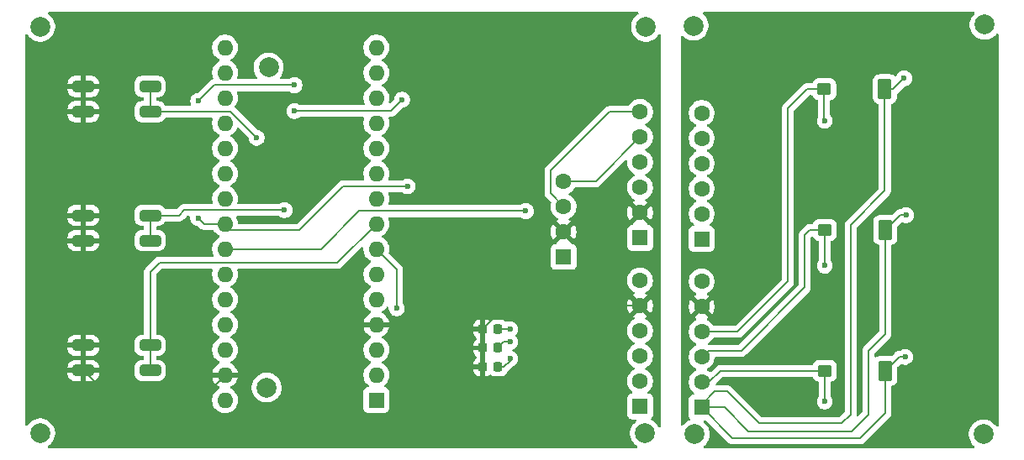
<source format=gbr>
%TF.GenerationSoftware,KiCad,Pcbnew,9.0.7*%
%TF.CreationDate,2026-01-06T11:15:33-08:00*%
%TF.ProjectId,v1.2,76312e32-2e6b-4696-9361-645f70636258,rev?*%
%TF.SameCoordinates,Original*%
%TF.FileFunction,Copper,L2,Bot*%
%TF.FilePolarity,Positive*%
%FSLAX46Y46*%
G04 Gerber Fmt 4.6, Leading zero omitted, Abs format (unit mm)*
G04 Created by KiCad (PCBNEW 9.0.7) date 2026-01-06 11:15:33*
%MOMM*%
%LPD*%
G01*
G04 APERTURE LIST*
G04 Aperture macros list*
%AMRoundRect*
0 Rectangle with rounded corners*
0 $1 Rounding radius*
0 $2 $3 $4 $5 $6 $7 $8 $9 X,Y pos of 4 corners*
0 Add a 4 corners polygon primitive as box body*
4,1,4,$2,$3,$4,$5,$6,$7,$8,$9,$2,$3,0*
0 Add four circle primitives for the rounded corners*
1,1,$1+$1,$2,$3*
1,1,$1+$1,$4,$5*
1,1,$1+$1,$6,$7*
1,1,$1+$1,$8,$9*
0 Add four rect primitives between the rounded corners*
20,1,$1+$1,$2,$3,$4,$5,0*
20,1,$1+$1,$4,$5,$6,$7,0*
20,1,$1+$1,$6,$7,$8,$9,0*
20,1,$1+$1,$8,$9,$2,$3,0*%
G04 Aperture macros list end*
%TA.AperFunction,SMDPad,CuDef*%
%ADD10RoundRect,0.175000X-0.525000X-0.825000X0.525000X-0.825000X0.525000X0.825000X-0.525000X0.825000X0*%
%TD*%
%TA.AperFunction,SMDPad,CuDef*%
%ADD11RoundRect,0.150000X-0.550000X-0.450000X0.550000X-0.450000X0.550000X0.450000X-0.550000X0.450000X0*%
%TD*%
%TA.AperFunction,SMDPad,CuDef*%
%ADD12RoundRect,0.250000X0.830000X0.310000X-0.830000X0.310000X-0.830000X-0.310000X0.830000X-0.310000X0*%
%TD*%
%TA.AperFunction,ComponentPad*%
%ADD13C,1.600000*%
%TD*%
%TA.AperFunction,ComponentPad*%
%ADD14R,1.600000X1.600000*%
%TD*%
%TA.AperFunction,ComponentPad*%
%ADD15O,1.600000X1.600000*%
%TD*%
%TA.AperFunction,SMDPad,CuDef*%
%ADD16RoundRect,0.225000X0.225000X0.250000X-0.225000X0.250000X-0.225000X-0.250000X0.225000X-0.250000X0*%
%TD*%
%TA.AperFunction,ViaPad*%
%ADD17C,0.600000*%
%TD*%
%TA.AperFunction,ViaPad*%
%ADD18C,2.000000*%
%TD*%
%TA.AperFunction,Conductor*%
%ADD19C,0.200000*%
%TD*%
G04 APERTURE END LIST*
D10*
%TO.P,D2,1,K*%
%TO.N,Net-(D2-K)*%
X127100000Y-141700000D03*
D11*
%TO.P,D2,2,A*%
%TO.N,Net-(D2-A)*%
X121000000Y-141700000D03*
%TD*%
D10*
%TO.P,D3,1,K*%
%TO.N,Net-(D2-K)*%
X127050000Y-113300000D03*
D11*
%TO.P,D3,2,A*%
%TO.N,Net-(D3-A)*%
X120950000Y-113300000D03*
%TD*%
D10*
%TO.P,D4,1,K*%
%TO.N,Net-(D2-K)*%
X127100000Y-127500000D03*
D11*
%TO.P,D4,2,A*%
%TO.N,Net-(D4-A)*%
X121000000Y-127500000D03*
%TD*%
D12*
%TO.P,SW3,4,A*%
%TO.N,GND*%
X46335000Y-113030000D03*
%TO.P,SW3,3,K*%
X46335000Y-115570000D03*
%TO.P,SW3,2,2*%
%TO.N,Net-(A1-D7)*%
X53065000Y-115570000D03*
%TO.P,SW3,1,1*%
X53065000Y-113030000D03*
%TD*%
D13*
%TO.P,J1,4,SDA*%
%TO.N,Net-(A1-A4)*%
X94700000Y-122600000D03*
%TO.P,J1,3,SCK*%
%TO.N,Net-(A1-A5)*%
X94700000Y-125140000D03*
%TO.P,J1,2,GND*%
%TO.N,GND*%
X94700000Y-127680000D03*
D14*
%TO.P,J1,1,VCC*%
%TO.N,Net-(A1-+5V)*%
X94700000Y-130220000D03*
%TD*%
%TO.P,J4,1,Pin_1*%
%TO.N,Net-(A1-+5V)*%
X102400000Y-145300000D03*
D13*
%TO.P,J4,2,Pin_2*%
%TO.N,Net-(J4-Pin_2)*%
X102400000Y-142760000D03*
%TO.P,J4,3,Pin_3*%
%TO.N,Net-(J4-Pin_3)*%
X102400000Y-137680000D03*
%TO.P,J4,4,Pin_4*%
%TO.N,Net-(J4-Pin_4)*%
X102400000Y-140220000D03*
%TO.P,J4,5,Pin_5*%
%TO.N,GND*%
X102400000Y-135140000D03*
%TO.P,J4,6,Pin_6*%
%TO.N,Net-(A1-A6)*%
X102400000Y-132600000D03*
%TD*%
D14*
%TO.P,J3,1,Pin_1*%
%TO.N,Net-(D2-K)*%
X108600000Y-145400000D03*
D13*
%TO.P,J3,2,Pin_2*%
%TO.N,Net-(D2-A)*%
X108600000Y-142860000D03*
%TO.P,J3,3,Pin_3*%
%TO.N,Net-(D3-A)*%
X108600000Y-137780000D03*
%TO.P,J3,4,Pin_4*%
%TO.N,Net-(D4-A)*%
X108600000Y-140320000D03*
%TO.P,J3,5,Pin_5*%
%TO.N,Net-(J3-Pin_5)*%
X108600000Y-135240000D03*
%TO.P,J3,6,Pin_6*%
%TO.N,Net-(J3-Pin_6)*%
X108600000Y-132700000D03*
%TD*%
D14*
%TO.P,J2,1,Vin*%
%TO.N,Net-(A1-+5V)*%
X102400000Y-128300000D03*
D13*
%TO.P,J2,2,GND*%
%TO.N,GND*%
X102400000Y-125760000D03*
%TO.P,J2,3,3Vo*%
%TO.N,Net-(J2-3Vo)*%
X102400000Y-123220000D03*
%TO.P,J2,4,Int*%
%TO.N,Net-(J2-Int)*%
X102400000Y-120680000D03*
%TO.P,J2,5,SDA*%
%TO.N,Net-(A1-A4)*%
X102400000Y-118140000D03*
%TO.P,J2,6,SCL*%
%TO.N,Net-(A1-A5)*%
X102400000Y-115600000D03*
%TD*%
D14*
%TO.P,J5,1,Vin*%
%TO.N,unconnected-(J5-Vin-Pad1)*%
X108600000Y-128400000D03*
D13*
%TO.P,J5,2,GND*%
%TO.N,unconnected-(J5-GND-Pad2)*%
X108600000Y-125860000D03*
%TO.P,J5,3,3Vo*%
%TO.N,unconnected-(J5-3Vo-Pad3)*%
X108600000Y-123320000D03*
%TO.P,J5,4,Int*%
%TO.N,unconnected-(J5-Int-Pad4)*%
X108600000Y-120780000D03*
%TO.P,J5,5,SDA*%
%TO.N,unconnected-(J5-SDA-Pad5)*%
X108600000Y-118240000D03*
%TO.P,J5,6,SCL*%
%TO.N,unconnected-(J5-SCL-Pad6)*%
X108600000Y-115700000D03*
%TD*%
D14*
%TO.P,A1,1,D1/TX*%
%TO.N,unconnected-(A1-D1{slash}TX-Pad1)*%
X75840000Y-144660000D03*
D15*
%TO.P,A1,2,D0/RX*%
%TO.N,unconnected-(A1-D0{slash}RX-Pad2)*%
X75840000Y-142120000D03*
%TO.P,A1,3,~{RESET}*%
%TO.N,unconnected-(A1-~{RESET}-Pad3)*%
X75840000Y-139580000D03*
%TO.P,A1,4,GND*%
%TO.N,GND*%
X75840000Y-137040000D03*
%TO.P,A1,5,D2*%
%TO.N,Net-(A1-D2)*%
X75840000Y-134500000D03*
%TO.P,A1,6,D3*%
%TO.N,Net-(A1-D3)*%
X75840000Y-131960000D03*
%TO.P,A1,7,D4*%
%TO.N,Net-(A1-D4)*%
X75840000Y-129420000D03*
%TO.P,A1,8,D5*%
%TO.N,Net-(A1-D5)*%
X75840000Y-126880000D03*
%TO.P,A1,9,D6*%
%TO.N,Net-(A1-D6)*%
X75840000Y-124340000D03*
%TO.P,A1,10,D7*%
%TO.N,Net-(A1-D7)*%
X75840000Y-121800000D03*
%TO.P,A1,11,D8*%
%TO.N,Net-(A1-D8)*%
X75840000Y-119260000D03*
%TO.P,A1,12,D9*%
%TO.N,Net-(A1-D9)*%
X75840000Y-116720000D03*
%TO.P,A1,13,D10*%
%TO.N,unconnected-(A1-D10-Pad13)*%
X75840000Y-114180000D03*
%TO.P,A1,14,D11*%
%TO.N,unconnected-(A1-D11-Pad14)*%
X75840000Y-111640000D03*
%TO.P,A1,15,D12*%
%TO.N,unconnected-(A1-D12-Pad15)*%
X75840000Y-109100000D03*
%TO.P,A1,16,D13*%
%TO.N,unconnected-(A1-D13-Pad16)*%
X60600000Y-109100000D03*
%TO.P,A1,17,3V3*%
%TO.N,unconnected-(A1-3V3-Pad17)*%
X60600000Y-111640000D03*
%TO.P,A1,18,AREF*%
%TO.N,unconnected-(A1-AREF-Pad18)*%
X60600000Y-114180000D03*
%TO.P,A1,19,A0*%
%TO.N,unconnected-(A1-A0-Pad19)*%
X60600000Y-116720000D03*
%TO.P,A1,20,A1*%
%TO.N,unconnected-(A1-A1-Pad20)*%
X60600000Y-119260000D03*
%TO.P,A1,21,A2*%
%TO.N,unconnected-(A1-A2-Pad21)*%
X60600000Y-121800000D03*
%TO.P,A1,22,A3*%
%TO.N,unconnected-(A1-A3-Pad22)*%
X60600000Y-124340000D03*
%TO.P,A1,23,A4*%
%TO.N,Net-(A1-A4)*%
X60600000Y-126880000D03*
%TO.P,A1,24,A5*%
%TO.N,Net-(A1-A5)*%
X60600000Y-129420000D03*
%TO.P,A1,25,A6*%
%TO.N,Net-(A1-A6)*%
X60600000Y-131960000D03*
%TO.P,A1,26,A7*%
%TO.N,unconnected-(A1-A7-Pad26)*%
X60600000Y-134500000D03*
%TO.P,A1,27,+5V*%
%TO.N,Net-(A1-+5V)*%
X60600000Y-137040000D03*
%TO.P,A1,28,~{RESET}*%
%TO.N,unconnected-(A1-~{RESET}-Pad28)*%
X60600000Y-139580000D03*
%TO.P,A1,29,GND*%
%TO.N,GND*%
X60600000Y-142120000D03*
%TO.P,A1,30,VIN*%
%TO.N,unconnected-(A1-VIN-Pad30)*%
X60600000Y-144660000D03*
%TD*%
D16*
%TO.P,C3,1*%
%TO.N,Net-(J4-Pin_4)*%
X88100000Y-139400000D03*
%TO.P,C3,2*%
%TO.N,GND*%
X86550000Y-139400000D03*
%TD*%
D12*
%TO.P,SW1,1,1*%
%TO.N,Net-(A1-D5)*%
X53065000Y-139130000D03*
%TO.P,SW1,2,2*%
X53065000Y-141670000D03*
%TO.P,SW1,3,K*%
%TO.N,GND*%
X46335000Y-141670000D03*
%TO.P,SW1,4,A*%
X46335000Y-139130000D03*
%TD*%
D16*
%TO.P,C1,1*%
%TO.N,Net-(J4-Pin_2)*%
X88100000Y-141300000D03*
%TO.P,C1,2*%
%TO.N,GND*%
X86550000Y-141300000D03*
%TD*%
D12*
%TO.P,SW2,1,1*%
%TO.N,Net-(A1-D6)*%
X53065000Y-126030000D03*
%TO.P,SW2,2,2*%
X53065000Y-128570000D03*
%TO.P,SW2,3,K*%
%TO.N,GND*%
X46335000Y-128570000D03*
%TO.P,SW2,4,A*%
X46335000Y-126030000D03*
%TD*%
D16*
%TO.P,C2,1*%
%TO.N,Net-(J4-Pin_3)*%
X88100000Y-137500000D03*
%TO.P,C2,2*%
%TO.N,GND*%
X86550000Y-137500000D03*
%TD*%
D17*
%TO.N,Net-(D2-A)*%
X121000000Y-144800000D03*
D18*
%TO.N,*%
X64800000Y-143400000D03*
X65000000Y-111100000D03*
X107900000Y-148100000D03*
X137000000Y-148100000D03*
X137100000Y-106800000D03*
X107800000Y-106900000D03*
X103000000Y-107000000D03*
X102900000Y-148000000D03*
X42000000Y-148000000D03*
X42000000Y-107000000D03*
D17*
%TO.N,Net-(A1-D6)*%
X66600000Y-125500000D03*
%TO.N,GND*%
X92000000Y-142700000D03*
X93800000Y-136200000D03*
X98000000Y-112900000D03*
%TO.N,Net-(A1-A5)*%
X67600000Y-115500000D03*
X90900000Y-125600000D03*
X78450000Y-114350000D03*
%TO.N,Net-(A1-D7)*%
X63800000Y-118200000D03*
%TO.N,Net-(A1-D4)*%
X77900000Y-135400000D03*
%TO.N,Net-(A1-A4)*%
X67600000Y-112900000D03*
X57900000Y-114500000D03*
X57900000Y-126300000D03*
X79000000Y-123100000D03*
%TO.N,Net-(J4-Pin_3)*%
X89300000Y-137500000D03*
%TO.N,Net-(J4-Pin_4)*%
X89300000Y-138800000D03*
%TO.N,Net-(D2-K)*%
X129100000Y-140300000D03*
X129200000Y-126000000D03*
X129000000Y-112200000D03*
%TO.N,Net-(D3-A)*%
X121000000Y-116500000D03*
%TO.N,Net-(J4-Pin_2)*%
X89300000Y-140500000D03*
%TO.N,Net-(D4-A)*%
X121000000Y-131100000D03*
%TD*%
D19*
%TO.N,Net-(D2-K)*%
X108600000Y-145100000D02*
X108600000Y-145400000D01*
X111200000Y-143800000D02*
X109900000Y-143800000D01*
X109900000Y-143800000D02*
X108600000Y-145100000D01*
X122700000Y-147000000D02*
X114400000Y-147000000D01*
X114400000Y-147000000D02*
X111200000Y-143800000D01*
X123600000Y-127000000D02*
X123600000Y-146100000D01*
X127050000Y-123550000D02*
X123600000Y-127000000D01*
X127050000Y-113300000D02*
X127050000Y-123550000D01*
X123600000Y-146100000D02*
X122700000Y-147000000D01*
X113300000Y-147800000D02*
X110900000Y-145400000D01*
X123700000Y-147800000D02*
X113300000Y-147800000D01*
X125400000Y-146100000D02*
X123700000Y-147800000D01*
X125400000Y-139700000D02*
X125400000Y-146100000D01*
X110900000Y-145400000D02*
X108600000Y-145400000D01*
X127100000Y-127500000D02*
X127100000Y-138000000D01*
X127100000Y-138000000D02*
X125400000Y-139700000D01*
X127100000Y-146000000D02*
X127100000Y-141700000D01*
X124600000Y-148500000D02*
X127100000Y-146000000D01*
X108600000Y-145400000D02*
X111700000Y-148500000D01*
X111700000Y-148500000D02*
X124600000Y-148500000D01*
%TO.N,GND*%
X67860000Y-137040000D02*
X75840000Y-137040000D01*
X62780000Y-142120000D02*
X67860000Y-137040000D01*
X60600000Y-142120000D02*
X62780000Y-142120000D01*
%TO.N,Net-(A1-D6)*%
X53065000Y-128570000D02*
X53065000Y-126030000D01*
X56500000Y-125500000D02*
X55970000Y-126030000D01*
X66600000Y-125500000D02*
X56500000Y-125500000D01*
X55970000Y-126030000D02*
X53065000Y-126030000D01*
%TO.N,GND*%
X88910000Y-135140000D02*
X102400000Y-135140000D01*
X102600000Y-112900000D02*
X104200000Y-114500000D01*
X49765000Y-145100000D02*
X46335000Y-141670000D01*
X46335000Y-115570000D02*
X46335000Y-113030000D01*
X60620000Y-142120000D02*
X60900000Y-142400000D01*
X92000000Y-142700000D02*
X92000000Y-138000000D01*
X104200000Y-133340000D02*
X102400000Y-135140000D01*
X102400000Y-135140000D02*
X101840000Y-135140000D01*
X104200000Y-114500000D02*
X104200000Y-123960000D01*
X102400000Y-125760000D02*
X104200000Y-127560000D01*
X86550000Y-137500000D02*
X86550000Y-141300000D01*
X79540000Y-137040000D02*
X75840000Y-137040000D01*
X80000000Y-137500000D02*
X79540000Y-137040000D01*
X57620000Y-145100000D02*
X49765000Y-145100000D01*
X104200000Y-127560000D02*
X104200000Y-133340000D01*
X46335000Y-139130000D02*
X46335000Y-128570000D01*
X86550000Y-137500000D02*
X80000000Y-137500000D01*
X46335000Y-126030000D02*
X46335000Y-115570000D01*
X60600000Y-142120000D02*
X57620000Y-145100000D01*
X98000000Y-112900000D02*
X102600000Y-112900000D01*
X60600000Y-142120000D02*
X60620000Y-142120000D01*
X86550000Y-137500000D02*
X88910000Y-135140000D01*
X46335000Y-141670000D02*
X46335000Y-139130000D01*
X92000000Y-138000000D02*
X93800000Y-136200000D01*
X104200000Y-123960000D02*
X102400000Y-125760000D01*
X46335000Y-128570000D02*
X46335000Y-126030000D01*
%TO.N,Net-(A1-A5)*%
X94700000Y-125140000D02*
X94700000Y-125100000D01*
X99300000Y-115600000D02*
X102400000Y-115600000D01*
X77300000Y-115500000D02*
X67600000Y-115500000D01*
X74100000Y-125600000D02*
X70280000Y-129420000D01*
X93400000Y-123800000D02*
X93400000Y-121500000D01*
X94700000Y-125100000D02*
X93400000Y-123800000D01*
X78450000Y-114350000D02*
X77300000Y-115500000D01*
X90900000Y-125600000D02*
X74100000Y-125600000D01*
X70280000Y-129420000D02*
X60600000Y-129420000D01*
X93400000Y-121500000D02*
X99300000Y-115600000D01*
%TO.N,Net-(A1-D7)*%
X63800000Y-118200000D02*
X61170000Y-115570000D01*
X53065000Y-115570000D02*
X61170000Y-115570000D01*
X53065000Y-113030000D02*
X53065000Y-115570000D01*
%TO.N,Net-(A1-D4)*%
X77900000Y-131480000D02*
X75840000Y-129420000D01*
X77900000Y-135400000D02*
X77900000Y-131480000D01*
%TO.N,Net-(A1-A4)*%
X57900000Y-126300000D02*
X58480000Y-126880000D01*
X59500000Y-112900000D02*
X57900000Y-114500000D01*
X97940000Y-122600000D02*
X102400000Y-118140000D01*
X61220000Y-127500000D02*
X60600000Y-126880000D01*
X79000000Y-123100000D02*
X72500000Y-123100000D01*
X94700000Y-122600000D02*
X97940000Y-122600000D01*
X68100000Y-127500000D02*
X61220000Y-127500000D01*
X67600000Y-112900000D02*
X59500000Y-112900000D01*
X58480000Y-126880000D02*
X60600000Y-126880000D01*
X72500000Y-123100000D02*
X68100000Y-127500000D01*
%TO.N,Net-(A1-D5)*%
X53065000Y-141670000D02*
X53065000Y-139130000D01*
X53065000Y-131735000D02*
X54000000Y-130800000D01*
X54000000Y-130800000D02*
X71920000Y-130800000D01*
X53065000Y-139130000D02*
X53065000Y-131735000D01*
X71920000Y-130800000D02*
X75840000Y-126880000D01*
%TO.N,Net-(J4-Pin_3)*%
X89300000Y-137500000D02*
X88100000Y-137500000D01*
%TO.N,Net-(J4-Pin_4)*%
X89300000Y-138800000D02*
X88700000Y-138800000D01*
X88700000Y-138800000D02*
X88100000Y-139400000D01*
%TO.N,Net-(D2-K)*%
X128500000Y-140300000D02*
X129100000Y-140300000D01*
X127100000Y-141700000D02*
X128500000Y-140300000D01*
X127050000Y-127450000D02*
X127100000Y-127500000D01*
X128600000Y-126000000D02*
X129200000Y-126000000D01*
X127900000Y-113300000D02*
X129000000Y-112200000D01*
X127000000Y-113300000D02*
X127900000Y-113300000D01*
X127050000Y-113300000D02*
X127000000Y-113300000D01*
X127100000Y-127500000D02*
X128600000Y-126000000D01*
%TO.N,Net-(D2-A)*%
X110500000Y-141700000D02*
X121000000Y-141700000D01*
X108600000Y-142860000D02*
X109340000Y-142860000D01*
X109340000Y-142860000D02*
X110500000Y-141700000D01*
%TO.N,Net-(D3-A)*%
X112220000Y-137780000D02*
X117300000Y-132700000D01*
X108600000Y-137780000D02*
X112220000Y-137780000D01*
X117300000Y-132700000D02*
X117300000Y-115200000D01*
X120950000Y-116450000D02*
X120950000Y-113300000D01*
X119200000Y-113300000D02*
X120950000Y-113300000D01*
X121000000Y-116500000D02*
X120950000Y-116450000D01*
X117300000Y-115200000D02*
X119200000Y-113300000D01*
%TO.N,Net-(J4-Pin_2)*%
X89300000Y-140500000D02*
X89300000Y-140700000D01*
X88700000Y-141300000D02*
X88100000Y-141300000D01*
X89300000Y-140700000D02*
X88700000Y-141300000D01*
%TO.N,Net-(D4-A)*%
X121000000Y-131100000D02*
X121000000Y-127500000D01*
%TO.N,Net-(D2-A)*%
X121000000Y-144800000D02*
X121000000Y-141700000D01*
%TO.N,Net-(D4-A)*%
X112600000Y-139700000D02*
X119000000Y-133300000D01*
X108600000Y-140320000D02*
X109220000Y-139700000D01*
X109220000Y-139700000D02*
X112600000Y-139700000D01*
X119000000Y-128000000D02*
X119500000Y-127500000D01*
X119000000Y-133300000D02*
X119000000Y-128000000D01*
X119500000Y-127500000D02*
X121000000Y-127500000D01*
%TD*%
%TA.AperFunction,Conductor*%
%TO.N,Net-(J3-Pin_5)*%
G36*
X136045150Y-105520185D02*
G01*
X136090905Y-105572989D01*
X136100849Y-105642147D01*
X136071824Y-105705703D01*
X136065792Y-105712181D01*
X135955485Y-105822487D01*
X135955485Y-105822488D01*
X135955483Y-105822490D01*
X135895862Y-105904550D01*
X135816657Y-106013566D01*
X135709433Y-106224003D01*
X135636446Y-106448631D01*
X135599500Y-106681902D01*
X135599500Y-106918097D01*
X135636446Y-107151368D01*
X135709433Y-107375996D01*
X135816657Y-107586433D01*
X135955483Y-107777510D01*
X136122490Y-107944517D01*
X136313567Y-108083343D01*
X136412991Y-108134002D01*
X136524003Y-108190566D01*
X136524005Y-108190566D01*
X136524008Y-108190568D01*
X136644412Y-108229689D01*
X136748631Y-108263553D01*
X136981903Y-108300500D01*
X136981908Y-108300500D01*
X137218097Y-108300500D01*
X137451368Y-108263553D01*
X137675992Y-108190568D01*
X137886433Y-108083343D01*
X138077510Y-107944517D01*
X138244517Y-107777510D01*
X138275182Y-107735302D01*
X138330511Y-107692637D01*
X138400125Y-107686658D01*
X138461920Y-107719263D01*
X138496277Y-107780102D01*
X138499500Y-107808188D01*
X138499500Y-147229448D01*
X138479815Y-147296487D01*
X138427011Y-147342242D01*
X138357853Y-147352186D01*
X138294297Y-147323161D01*
X138275182Y-147302334D01*
X138255295Y-147274962D01*
X138144517Y-147122490D01*
X137977510Y-146955483D01*
X137786433Y-146816657D01*
X137575996Y-146709433D01*
X137351368Y-146636446D01*
X137118097Y-146599500D01*
X137118092Y-146599500D01*
X136881908Y-146599500D01*
X136881903Y-146599500D01*
X136648631Y-146636446D01*
X136424003Y-146709433D01*
X136213566Y-146816657D01*
X136140853Y-146869487D01*
X136022490Y-146955483D01*
X136022488Y-146955485D01*
X136022487Y-146955485D01*
X135855485Y-147122487D01*
X135855485Y-147122488D01*
X135855483Y-147122490D01*
X135799532Y-147199500D01*
X135716657Y-147313566D01*
X135609433Y-147524003D01*
X135536446Y-147748631D01*
X135499500Y-147981902D01*
X135499500Y-148218097D01*
X135536446Y-148451368D01*
X135609433Y-148675996D01*
X135700641Y-148855000D01*
X135716657Y-148886433D01*
X135855483Y-149077510D01*
X136022490Y-149244517D01*
X136064697Y-149275182D01*
X136107362Y-149330513D01*
X136113341Y-149400126D01*
X136080735Y-149461921D01*
X136019896Y-149496278D01*
X135991811Y-149499500D01*
X108908189Y-149499500D01*
X108841150Y-149479815D01*
X108795395Y-149427011D01*
X108785451Y-149357853D01*
X108814476Y-149294297D01*
X108835303Y-149275182D01*
X108877510Y-149244517D01*
X109044517Y-149077510D01*
X109183343Y-148886433D01*
X109290568Y-148675992D01*
X109363553Y-148451368D01*
X109400500Y-148218097D01*
X109400500Y-147981902D01*
X109363553Y-147748631D01*
X109329689Y-147644412D01*
X109290568Y-147524008D01*
X109290566Y-147524005D01*
X109290566Y-147524003D01*
X109203020Y-147352186D01*
X109183343Y-147313567D01*
X109044517Y-147122490D01*
X108877510Y-146955483D01*
X108835301Y-146924816D01*
X108792636Y-146869487D01*
X108786657Y-146799874D01*
X108819263Y-146738079D01*
X108880102Y-146703721D01*
X108908187Y-146700499D01*
X108999902Y-146700499D01*
X109066941Y-146720184D01*
X109087583Y-146736818D01*
X111215139Y-148864374D01*
X111215149Y-148864385D01*
X111219479Y-148868715D01*
X111219480Y-148868716D01*
X111331284Y-148980520D01*
X111418095Y-149030639D01*
X111418097Y-149030641D01*
X111456151Y-149052611D01*
X111468215Y-149059577D01*
X111620943Y-149100501D01*
X111620946Y-149100501D01*
X111786653Y-149100501D01*
X111786669Y-149100500D01*
X124513331Y-149100500D01*
X124513347Y-149100501D01*
X124520943Y-149100501D01*
X124679054Y-149100501D01*
X124679057Y-149100501D01*
X124831785Y-149059577D01*
X124881904Y-149030639D01*
X124968716Y-148980520D01*
X125080520Y-148868716D01*
X125080520Y-148868714D01*
X125090728Y-148858507D01*
X125090730Y-148858504D01*
X127458506Y-146490728D01*
X127458511Y-146490724D01*
X127468714Y-146480520D01*
X127468716Y-146480520D01*
X127580520Y-146368716D01*
X127650289Y-146247872D01*
X127659577Y-146231785D01*
X127700501Y-146079057D01*
X127700501Y-145920943D01*
X127700501Y-145913348D01*
X127700500Y-145913330D01*
X127700500Y-143300250D01*
X127720185Y-143233211D01*
X127772989Y-143187456D01*
X127787595Y-143181869D01*
X127904270Y-143145512D01*
X128044653Y-143060648D01*
X128160648Y-142944653D01*
X128245512Y-142804270D01*
X128294315Y-142647657D01*
X128300500Y-142579594D01*
X128300500Y-141400096D01*
X128320185Y-141333057D01*
X128336815Y-141312419D01*
X128604972Y-141044261D01*
X128666295Y-141010777D01*
X128735987Y-141015761D01*
X128740105Y-141017382D01*
X128805000Y-141044262D01*
X128866503Y-141069737D01*
X129009530Y-141098187D01*
X129021153Y-141100499D01*
X129021156Y-141100500D01*
X129021158Y-141100500D01*
X129178844Y-141100500D01*
X129178845Y-141100499D01*
X129333497Y-141069737D01*
X129475840Y-141010777D01*
X129479172Y-141009397D01*
X129479172Y-141009396D01*
X129479179Y-141009394D01*
X129610289Y-140921789D01*
X129721789Y-140810289D01*
X129809394Y-140679179D01*
X129869737Y-140533497D01*
X129900500Y-140378842D01*
X129900500Y-140221158D01*
X129900500Y-140221157D01*
X129900500Y-140221155D01*
X129900499Y-140221153D01*
X129892417Y-140180524D01*
X129869737Y-140066503D01*
X129866427Y-140058511D01*
X129809397Y-139920827D01*
X129809390Y-139920814D01*
X129721789Y-139789711D01*
X129721786Y-139789707D01*
X129610292Y-139678213D01*
X129610288Y-139678210D01*
X129479185Y-139590609D01*
X129479172Y-139590602D01*
X129333501Y-139530264D01*
X129333489Y-139530261D01*
X129178845Y-139499500D01*
X129178842Y-139499500D01*
X129021158Y-139499500D01*
X129021155Y-139499500D01*
X128866510Y-139530261D01*
X128866498Y-139530264D01*
X128720827Y-139590602D01*
X128720814Y-139590609D01*
X128589127Y-139678601D01*
X128522450Y-139699479D01*
X128520236Y-139699499D01*
X128420943Y-139699499D01*
X128313587Y-139728265D01*
X128268210Y-139740424D01*
X128268209Y-139740425D01*
X128218096Y-139769359D01*
X128218095Y-139769360D01*
X128201294Y-139779060D01*
X128131285Y-139819479D01*
X128131282Y-139819481D01*
X128019478Y-139931286D01*
X127786359Y-140164404D01*
X127725036Y-140197889D01*
X127687465Y-140200215D01*
X127684506Y-140199946D01*
X127679594Y-140199500D01*
X126520406Y-140199500D01*
X126452343Y-140205685D01*
X126452339Y-140205686D01*
X126452335Y-140205687D01*
X126295736Y-140254485D01*
X126295734Y-140254486D01*
X126295731Y-140254487D01*
X126295730Y-140254488D01*
X126248229Y-140283203D01*
X126188649Y-140319220D01*
X126181553Y-140321093D01*
X126176011Y-140325896D01*
X126148233Y-140329890D01*
X126121094Y-140337055D01*
X126114114Y-140334795D01*
X126106853Y-140335840D01*
X126081321Y-140324180D01*
X126054621Y-140315537D01*
X126049970Y-140309862D01*
X126043297Y-140306815D01*
X126028123Y-140283203D01*
X126010333Y-140261496D01*
X126008557Y-140252759D01*
X126005523Y-140248037D01*
X126000500Y-140213102D01*
X126000500Y-140000096D01*
X126020185Y-139933057D01*
X126036814Y-139912420D01*
X127458506Y-138490727D01*
X127458511Y-138490724D01*
X127468714Y-138480520D01*
X127468716Y-138480520D01*
X127580520Y-138368716D01*
X127632191Y-138279219D01*
X127659577Y-138231785D01*
X127700500Y-138079057D01*
X127700500Y-137920943D01*
X127700500Y-129100250D01*
X127720185Y-129033211D01*
X127772989Y-128987456D01*
X127787595Y-128981869D01*
X127904270Y-128945512D01*
X128044653Y-128860648D01*
X128160648Y-128744653D01*
X128245512Y-128604270D01*
X128294315Y-128447657D01*
X128300500Y-128379594D01*
X128300500Y-127200096D01*
X128320185Y-127133057D01*
X128336815Y-127112419D01*
X128704973Y-126744260D01*
X128766294Y-126710777D01*
X128835985Y-126715761D01*
X128840104Y-126717382D01*
X128966498Y-126769735D01*
X128966503Y-126769737D01*
X129066391Y-126789606D01*
X129121153Y-126800499D01*
X129121156Y-126800500D01*
X129121158Y-126800500D01*
X129278844Y-126800500D01*
X129278845Y-126800499D01*
X129433497Y-126769737D01*
X129579179Y-126709394D01*
X129710289Y-126621789D01*
X129821789Y-126510289D01*
X129909394Y-126379179D01*
X129969737Y-126233497D01*
X130000500Y-126078842D01*
X130000500Y-125921158D01*
X130000500Y-125921155D01*
X130000499Y-125921153D01*
X129969738Y-125766510D01*
X129969737Y-125766503D01*
X129913728Y-125631284D01*
X129909397Y-125620827D01*
X129909390Y-125620814D01*
X129821789Y-125489711D01*
X129821786Y-125489707D01*
X129710292Y-125378213D01*
X129710288Y-125378210D01*
X129579185Y-125290609D01*
X129579172Y-125290602D01*
X129433501Y-125230264D01*
X129433489Y-125230261D01*
X129278845Y-125199500D01*
X129278842Y-125199500D01*
X129121158Y-125199500D01*
X129121155Y-125199500D01*
X128966510Y-125230261D01*
X128966498Y-125230264D01*
X128820827Y-125290602D01*
X128820814Y-125290609D01*
X128689125Y-125378602D01*
X128622447Y-125399480D01*
X128620234Y-125399500D01*
X128520940Y-125399500D01*
X128480019Y-125410464D01*
X128480019Y-125410465D01*
X128442751Y-125420451D01*
X128368214Y-125440423D01*
X128368209Y-125440426D01*
X128231290Y-125519475D01*
X128231282Y-125519481D01*
X128119478Y-125631286D01*
X127786359Y-125964404D01*
X127725036Y-125997889D01*
X127687465Y-126000215D01*
X127684506Y-125999946D01*
X127679594Y-125999500D01*
X126520406Y-125999500D01*
X126452343Y-126005685D01*
X126452339Y-126005686D01*
X126452335Y-126005687D01*
X126295736Y-126054485D01*
X126295727Y-126054488D01*
X126155351Y-126139348D01*
X126155347Y-126139351D01*
X126039351Y-126255347D01*
X126039348Y-126255351D01*
X125954488Y-126395727D01*
X125954485Y-126395736D01*
X125905687Y-126552335D01*
X125905685Y-126552343D01*
X125899500Y-126620406D01*
X125899500Y-128379594D01*
X125905685Y-128447657D01*
X125905686Y-128447662D01*
X125905687Y-128447664D01*
X125954485Y-128604263D01*
X125954488Y-128604272D01*
X126039348Y-128744648D01*
X126039351Y-128744652D01*
X126155347Y-128860648D01*
X126155351Y-128860651D01*
X126295728Y-128945511D01*
X126295730Y-128945512D01*
X126412392Y-128981865D01*
X126470538Y-129020602D01*
X126498512Y-129084627D01*
X126499500Y-129100250D01*
X126499500Y-137699902D01*
X126479815Y-137766941D01*
X126463181Y-137787583D01*
X124919481Y-139331282D01*
X124919479Y-139331285D01*
X124869361Y-139418094D01*
X124869359Y-139418096D01*
X124840425Y-139468209D01*
X124840424Y-139468210D01*
X124839198Y-139472786D01*
X124799499Y-139620943D01*
X124799499Y-139620945D01*
X124799499Y-139789046D01*
X124799500Y-139789059D01*
X124799500Y-145799903D01*
X124779815Y-145866942D01*
X124763181Y-145887584D01*
X124412181Y-146238584D01*
X124350858Y-146272069D01*
X124281166Y-146267085D01*
X124225233Y-146225213D01*
X124200816Y-146159749D01*
X124200500Y-146150903D01*
X124200500Y-127300097D01*
X124220185Y-127233058D01*
X124236819Y-127212416D01*
X125828421Y-125620814D01*
X127530520Y-123918716D01*
X127609577Y-123781785D01*
X127650501Y-123629057D01*
X127650501Y-123470942D01*
X127650501Y-123463347D01*
X127650500Y-123463329D01*
X127650500Y-114900250D01*
X127670185Y-114833211D01*
X127722989Y-114787456D01*
X127737595Y-114781869D01*
X127854270Y-114745512D01*
X127897333Y-114719480D01*
X127994648Y-114660651D01*
X127994647Y-114660651D01*
X127994653Y-114660648D01*
X128110648Y-114544653D01*
X128195512Y-114404270D01*
X128244315Y-114247657D01*
X128250500Y-114179594D01*
X128250500Y-113850098D01*
X128259144Y-113820658D01*
X128265667Y-113790673D01*
X128269422Y-113785656D01*
X128270185Y-113783059D01*
X128286812Y-113762423D01*
X128380520Y-113668716D01*
X128380521Y-113668713D01*
X129014662Y-113034572D01*
X129075983Y-113001089D01*
X129078150Y-113000638D01*
X129136085Y-112989113D01*
X129233497Y-112969737D01*
X129379179Y-112909394D01*
X129510289Y-112821789D01*
X129621789Y-112710289D01*
X129709394Y-112579179D01*
X129769737Y-112433497D01*
X129800500Y-112278842D01*
X129800500Y-112121158D01*
X129800500Y-112121155D01*
X129800499Y-112121153D01*
X129787409Y-112055347D01*
X129769737Y-111966503D01*
X129758491Y-111939352D01*
X129709397Y-111820827D01*
X129709390Y-111820814D01*
X129621789Y-111689711D01*
X129621786Y-111689707D01*
X129510292Y-111578213D01*
X129510288Y-111578210D01*
X129379185Y-111490609D01*
X129379172Y-111490602D01*
X129233501Y-111430264D01*
X129233489Y-111430261D01*
X129078845Y-111399500D01*
X129078842Y-111399500D01*
X128921158Y-111399500D01*
X128921155Y-111399500D01*
X128766510Y-111430261D01*
X128766498Y-111430264D01*
X128620827Y-111490602D01*
X128620814Y-111490609D01*
X128489711Y-111578210D01*
X128489707Y-111578213D01*
X128378213Y-111689707D01*
X128378210Y-111689711D01*
X128290609Y-111820814D01*
X128290604Y-111820824D01*
X128240224Y-111942453D01*
X128196383Y-111996856D01*
X128130089Y-112018921D01*
X128062389Y-112001642D01*
X128037982Y-111982681D01*
X127994652Y-111939351D01*
X127994648Y-111939348D01*
X127854272Y-111854488D01*
X127854263Y-111854485D01*
X127697664Y-111805687D01*
X127697662Y-111805686D01*
X127697657Y-111805685D01*
X127629594Y-111799500D01*
X126470406Y-111799500D01*
X126402343Y-111805685D01*
X126402339Y-111805686D01*
X126402335Y-111805687D01*
X126245736Y-111854485D01*
X126245727Y-111854488D01*
X126105351Y-111939348D01*
X126105347Y-111939351D01*
X125989351Y-112055347D01*
X125989348Y-112055351D01*
X125904488Y-112195727D01*
X125904485Y-112195736D01*
X125862049Y-112331919D01*
X125855685Y-112352343D01*
X125849500Y-112420406D01*
X125849500Y-114179594D01*
X125855685Y-114247657D01*
X125855686Y-114247662D01*
X125855687Y-114247664D01*
X125904485Y-114404263D01*
X125904488Y-114404272D01*
X125989348Y-114544648D01*
X125989351Y-114544652D01*
X126105347Y-114660648D01*
X126105351Y-114660651D01*
X126245728Y-114745511D01*
X126245730Y-114745512D01*
X126362392Y-114781865D01*
X126420538Y-114820602D01*
X126448512Y-114884627D01*
X126449500Y-114900250D01*
X126449500Y-123249902D01*
X126429815Y-123316941D01*
X126413181Y-123337583D01*
X123119481Y-126631282D01*
X123119477Y-126631287D01*
X123075642Y-126707213D01*
X123075639Y-126707219D01*
X123040423Y-126768215D01*
X122999499Y-126920943D01*
X122999499Y-126920945D01*
X122999499Y-127089046D01*
X122999500Y-127089059D01*
X122999500Y-145799903D01*
X122979815Y-145866942D01*
X122963181Y-145887584D01*
X122487584Y-146363181D01*
X122426261Y-146396666D01*
X122399903Y-146399500D01*
X114700097Y-146399500D01*
X114633058Y-146379815D01*
X114612416Y-146363181D01*
X111687590Y-143438355D01*
X111687588Y-143438352D01*
X111568717Y-143319481D01*
X111568716Y-143319480D01*
X111481904Y-143269360D01*
X111481904Y-143269359D01*
X111481900Y-143269358D01*
X111431785Y-143240423D01*
X111279057Y-143199499D01*
X111120943Y-143199499D01*
X111113347Y-143199499D01*
X111113331Y-143199500D01*
X110149096Y-143199500D01*
X110082057Y-143179815D01*
X110036302Y-143127011D01*
X110026358Y-143057853D01*
X110055383Y-142994297D01*
X110061415Y-142987819D01*
X110086883Y-142962352D01*
X110712417Y-142336819D01*
X110773740Y-142303334D01*
X110800098Y-142300500D01*
X119723226Y-142300500D01*
X119790265Y-142320185D01*
X119836020Y-142372989D01*
X119842303Y-142389907D01*
X119848255Y-142410396D01*
X119931917Y-142551862D01*
X119931923Y-142551870D01*
X120048129Y-142668076D01*
X120048133Y-142668079D01*
X120048135Y-142668081D01*
X120189602Y-142751744D01*
X120209924Y-142757648D01*
X120310095Y-142786751D01*
X120368981Y-142824357D01*
X120398187Y-142887829D01*
X120399500Y-142905827D01*
X120399500Y-144220234D01*
X120379815Y-144287273D01*
X120378602Y-144289125D01*
X120290609Y-144420814D01*
X120290602Y-144420827D01*
X120230264Y-144566498D01*
X120230261Y-144566510D01*
X120199500Y-144721153D01*
X120199500Y-144878846D01*
X120230261Y-145033489D01*
X120230264Y-145033501D01*
X120290602Y-145179172D01*
X120290609Y-145179185D01*
X120378210Y-145310288D01*
X120378213Y-145310292D01*
X120489707Y-145421786D01*
X120489711Y-145421789D01*
X120620814Y-145509390D01*
X120620827Y-145509397D01*
X120766498Y-145569735D01*
X120766503Y-145569737D01*
X120921153Y-145600499D01*
X120921156Y-145600500D01*
X120921158Y-145600500D01*
X121078844Y-145600500D01*
X121078845Y-145600499D01*
X121233497Y-145569737D01*
X121379179Y-145509394D01*
X121510289Y-145421789D01*
X121621789Y-145310289D01*
X121709394Y-145179179D01*
X121769737Y-145033497D01*
X121800500Y-144878842D01*
X121800500Y-144721158D01*
X121800500Y-144721155D01*
X121800499Y-144721153D01*
X121797304Y-144705093D01*
X121769737Y-144566503D01*
X121763778Y-144552116D01*
X121709397Y-144420827D01*
X121709390Y-144420814D01*
X121621398Y-144289125D01*
X121600520Y-144222447D01*
X121600500Y-144220234D01*
X121600500Y-142905827D01*
X121620185Y-142838788D01*
X121672989Y-142793033D01*
X121689905Y-142786751D01*
X121728587Y-142775512D01*
X121810398Y-142751744D01*
X121951865Y-142668081D01*
X122068081Y-142551865D01*
X122151744Y-142410398D01*
X122197598Y-142252569D01*
X122200500Y-142215694D01*
X122200500Y-141184306D01*
X122197598Y-141147431D01*
X122183672Y-141099499D01*
X122157493Y-141009390D01*
X122151744Y-140989602D01*
X122068081Y-140848135D01*
X122068079Y-140848133D01*
X122068076Y-140848129D01*
X121951870Y-140731923D01*
X121951862Y-140731917D01*
X121810396Y-140648255D01*
X121810393Y-140648254D01*
X121652573Y-140602402D01*
X121652567Y-140602401D01*
X121615701Y-140599500D01*
X121615694Y-140599500D01*
X120384306Y-140599500D01*
X120384298Y-140599500D01*
X120347432Y-140602401D01*
X120347426Y-140602402D01*
X120189606Y-140648254D01*
X120189603Y-140648255D01*
X120048137Y-140731917D01*
X120048129Y-140731923D01*
X119931923Y-140848129D01*
X119931917Y-140848137D01*
X119848255Y-140989603D01*
X119842303Y-141010093D01*
X119804697Y-141068980D01*
X119741225Y-141098187D01*
X119723226Y-141099500D01*
X110586670Y-141099500D01*
X110586654Y-141099499D01*
X110579058Y-141099499D01*
X110420943Y-141099499D01*
X110344579Y-141119961D01*
X110268214Y-141140423D01*
X110268209Y-141140426D01*
X110131290Y-141219475D01*
X110131282Y-141219481D01*
X109542673Y-141808089D01*
X109516527Y-141822365D01*
X109491709Y-141838847D01*
X109486192Y-141838929D01*
X109481350Y-141841574D01*
X109451632Y-141839448D01*
X109421847Y-141839896D01*
X109415573Y-141836870D01*
X109411658Y-141836590D01*
X109389526Y-141825718D01*
X109385713Y-141823347D01*
X109281610Y-141747713D01*
X109184222Y-141698091D01*
X109179748Y-141695310D01*
X109159849Y-141673030D01*
X109138123Y-141652511D01*
X109136818Y-141647243D01*
X109133206Y-141643199D01*
X109128510Y-141613694D01*
X109121328Y-141584690D01*
X109123077Y-141579555D01*
X109122225Y-141574198D01*
X109134227Y-141546837D01*
X109143865Y-141518555D01*
X109148331Y-141514684D01*
X109150293Y-141510213D01*
X109163986Y-141501119D01*
X109188917Y-141479516D01*
X109281610Y-141432287D01*
X109302770Y-141416913D01*
X109447213Y-141311971D01*
X109447215Y-141311968D01*
X109447219Y-141311966D01*
X109591966Y-141167219D01*
X109591968Y-141167215D01*
X109591971Y-141167213D01*
X109644732Y-141094590D01*
X109712287Y-141001610D01*
X109805220Y-140819219D01*
X109868477Y-140624534D01*
X109900500Y-140422352D01*
X109900500Y-140422349D01*
X109900883Y-140417489D01*
X109902520Y-140417617D01*
X109920185Y-140357461D01*
X109972989Y-140311706D01*
X110024500Y-140300500D01*
X112513331Y-140300500D01*
X112513347Y-140300501D01*
X112520943Y-140300501D01*
X112679054Y-140300501D01*
X112679057Y-140300501D01*
X112831785Y-140259577D01*
X112898328Y-140221158D01*
X112925129Y-140205685D01*
X112968709Y-140180524D01*
X112968708Y-140180524D01*
X112968716Y-140180520D01*
X113080520Y-140068716D01*
X113080520Y-140068714D01*
X113090724Y-140058511D01*
X113090727Y-140058506D01*
X119480520Y-133668716D01*
X119559577Y-133531785D01*
X119600501Y-133379057D01*
X119600501Y-133220942D01*
X119600501Y-133213347D01*
X119600500Y-133213329D01*
X119600500Y-128300098D01*
X119609144Y-128270657D01*
X119615668Y-128240671D01*
X119619422Y-128235655D01*
X119620185Y-128233059D01*
X119636819Y-128212417D01*
X119657394Y-128191842D01*
X119718717Y-128158357D01*
X119788409Y-128163341D01*
X119844342Y-128205213D01*
X119851807Y-128216402D01*
X119931917Y-128351862D01*
X119931923Y-128351870D01*
X120048129Y-128468076D01*
X120048133Y-128468079D01*
X120048135Y-128468081D01*
X120189602Y-128551744D01*
X120241535Y-128566832D01*
X120310095Y-128586751D01*
X120368981Y-128624357D01*
X120398187Y-128687829D01*
X120399500Y-128705827D01*
X120399500Y-130520234D01*
X120379815Y-130587273D01*
X120378602Y-130589125D01*
X120290609Y-130720814D01*
X120290602Y-130720827D01*
X120230264Y-130866498D01*
X120230261Y-130866510D01*
X120199500Y-131021153D01*
X120199500Y-131178846D01*
X120230261Y-131333489D01*
X120230264Y-131333501D01*
X120290602Y-131479172D01*
X120290609Y-131479185D01*
X120378210Y-131610288D01*
X120378213Y-131610292D01*
X120489707Y-131721786D01*
X120489711Y-131721789D01*
X120620814Y-131809390D01*
X120620827Y-131809397D01*
X120725567Y-131852781D01*
X120766503Y-131869737D01*
X120921153Y-131900499D01*
X120921156Y-131900500D01*
X120921158Y-131900500D01*
X121078844Y-131900500D01*
X121078845Y-131900499D01*
X121233497Y-131869737D01*
X121379179Y-131809394D01*
X121510289Y-131721789D01*
X121621789Y-131610289D01*
X121709394Y-131479179D01*
X121769737Y-131333497D01*
X121800500Y-131178842D01*
X121800500Y-131021158D01*
X121800500Y-131021155D01*
X121800499Y-131021153D01*
X121769738Y-130866510D01*
X121769737Y-130866503D01*
X121769735Y-130866498D01*
X121709397Y-130720827D01*
X121709390Y-130720814D01*
X121621398Y-130589125D01*
X121600520Y-130522447D01*
X121600500Y-130520234D01*
X121600500Y-128705827D01*
X121620185Y-128638788D01*
X121672989Y-128593033D01*
X121689905Y-128586751D01*
X121728587Y-128575512D01*
X121810398Y-128551744D01*
X121951865Y-128468081D01*
X122068081Y-128351865D01*
X122151744Y-128210398D01*
X122189902Y-128079060D01*
X122197597Y-128052573D01*
X122197598Y-128052567D01*
X122200499Y-128015701D01*
X122200500Y-128015694D01*
X122200500Y-126984306D01*
X122197598Y-126947431D01*
X122189902Y-126920943D01*
X122151745Y-126789606D01*
X122151744Y-126789603D01*
X122151744Y-126789602D01*
X122068081Y-126648135D01*
X122068079Y-126648133D01*
X122068076Y-126648129D01*
X121951870Y-126531923D01*
X121951862Y-126531917D01*
X121810396Y-126448255D01*
X121810393Y-126448254D01*
X121652573Y-126402402D01*
X121652567Y-126402401D01*
X121615701Y-126399500D01*
X121615694Y-126399500D01*
X120384306Y-126399500D01*
X120384298Y-126399500D01*
X120347432Y-126402401D01*
X120347426Y-126402402D01*
X120189606Y-126448254D01*
X120189603Y-126448255D01*
X120048137Y-126531917D01*
X120048129Y-126531923D01*
X119931923Y-126648129D01*
X119931917Y-126648137D01*
X119848255Y-126789603D01*
X119842303Y-126810093D01*
X119827988Y-126832508D01*
X119816939Y-126856703D01*
X119809473Y-126861500D01*
X119804697Y-126868980D01*
X119780534Y-126880098D01*
X119758161Y-126894477D01*
X119745254Y-126896332D01*
X119741225Y-126898187D01*
X119723226Y-126899500D01*
X119586670Y-126899500D01*
X119586654Y-126899499D01*
X119579058Y-126899499D01*
X119420943Y-126899499D01*
X119344579Y-126919961D01*
X119268214Y-126940423D01*
X119268209Y-126940426D01*
X119131290Y-127019475D01*
X119131282Y-127019481D01*
X118624217Y-127526546D01*
X118624214Y-127526548D01*
X118624215Y-127526549D01*
X118519478Y-127631286D01*
X118490325Y-127681783D01*
X118490324Y-127681785D01*
X118440423Y-127768214D01*
X118440423Y-127768215D01*
X118399499Y-127920943D01*
X118399499Y-127920945D01*
X118399499Y-128089046D01*
X118399500Y-128089059D01*
X118399500Y-132999902D01*
X118379815Y-133066941D01*
X118363181Y-133087583D01*
X112387584Y-139063181D01*
X112326261Y-139096666D01*
X112299903Y-139099500D01*
X109378039Y-139099500D01*
X109311000Y-139079815D01*
X109265245Y-139027011D01*
X109255301Y-138957853D01*
X109284326Y-138894297D01*
X109305151Y-138875183D01*
X109447219Y-138771966D01*
X109591966Y-138627219D01*
X109591968Y-138627215D01*
X109591971Y-138627213D01*
X109712284Y-138461614D01*
X109712285Y-138461613D01*
X109712287Y-138461610D01*
X109719117Y-138448204D01*
X109767091Y-138397409D01*
X109829602Y-138380500D01*
X112133331Y-138380500D01*
X112133347Y-138380501D01*
X112140943Y-138380501D01*
X112299054Y-138380501D01*
X112299057Y-138380501D01*
X112451785Y-138339577D01*
X112501904Y-138310639D01*
X112588716Y-138260520D01*
X112700520Y-138148716D01*
X112700520Y-138148714D01*
X112710728Y-138138507D01*
X112710730Y-138138504D01*
X117668713Y-133180521D01*
X117668716Y-133180520D01*
X117780520Y-133068716D01*
X117830639Y-132981904D01*
X117859577Y-132931785D01*
X117900501Y-132779057D01*
X117900501Y-132620943D01*
X117900501Y-132613348D01*
X117900500Y-132613330D01*
X117900500Y-115500097D01*
X117920185Y-115433058D01*
X117936819Y-115412416D01*
X119412417Y-113936819D01*
X119439344Y-113922115D01*
X119465163Y-113905523D01*
X119471363Y-113904631D01*
X119473740Y-113903334D01*
X119500098Y-113900500D01*
X119673226Y-113900500D01*
X119740265Y-113920185D01*
X119786020Y-113972989D01*
X119792303Y-113989907D01*
X119798255Y-114010396D01*
X119881917Y-114151862D01*
X119881923Y-114151870D01*
X119998129Y-114268076D01*
X119998133Y-114268079D01*
X119998135Y-114268081D01*
X120139602Y-114351744D01*
X120191535Y-114366832D01*
X120260095Y-114386751D01*
X120318981Y-114424357D01*
X120348187Y-114487829D01*
X120349500Y-114505827D01*
X120349500Y-115995064D01*
X120329815Y-116062103D01*
X120328603Y-116063954D01*
X120290608Y-116120817D01*
X120290602Y-116120828D01*
X120230264Y-116266498D01*
X120230261Y-116266510D01*
X120199500Y-116421153D01*
X120199500Y-116578846D01*
X120230261Y-116733489D01*
X120230264Y-116733501D01*
X120290602Y-116879172D01*
X120290609Y-116879185D01*
X120378210Y-117010288D01*
X120378213Y-117010292D01*
X120489707Y-117121786D01*
X120489711Y-117121789D01*
X120620814Y-117209390D01*
X120620827Y-117209397D01*
X120766498Y-117269735D01*
X120766503Y-117269737D01*
X120921153Y-117300499D01*
X120921156Y-117300500D01*
X120921158Y-117300500D01*
X121078844Y-117300500D01*
X121078845Y-117300499D01*
X121233497Y-117269737D01*
X121379179Y-117209394D01*
X121510289Y-117121789D01*
X121621789Y-117010289D01*
X121709394Y-116879179D01*
X121769737Y-116733497D01*
X121800500Y-116578842D01*
X121800500Y-116421158D01*
X121800500Y-116421155D01*
X121800499Y-116421153D01*
X121769738Y-116266510D01*
X121769737Y-116266503D01*
X121741869Y-116199223D01*
X121709397Y-116120827D01*
X121709390Y-116120814D01*
X121621789Y-115989711D01*
X121621786Y-115989707D01*
X121586819Y-115954740D01*
X121553334Y-115893417D01*
X121550500Y-115867059D01*
X121550500Y-114505827D01*
X121570185Y-114438788D01*
X121622989Y-114393033D01*
X121639905Y-114386751D01*
X121678587Y-114375512D01*
X121760398Y-114351744D01*
X121901865Y-114268081D01*
X122018081Y-114151865D01*
X122101744Y-114010398D01*
X122147598Y-113852569D01*
X122150500Y-113815694D01*
X122150500Y-112784306D01*
X122147598Y-112747431D01*
X122133672Y-112699499D01*
X122101745Y-112589606D01*
X122101744Y-112589603D01*
X122101744Y-112589602D01*
X122018081Y-112448135D01*
X122018079Y-112448133D01*
X122018076Y-112448129D01*
X121901870Y-112331923D01*
X121901862Y-112331917D01*
X121760396Y-112248255D01*
X121760393Y-112248254D01*
X121602573Y-112202402D01*
X121602567Y-112202401D01*
X121565701Y-112199500D01*
X121565694Y-112199500D01*
X120334306Y-112199500D01*
X120334298Y-112199500D01*
X120297432Y-112202401D01*
X120297426Y-112202402D01*
X120139606Y-112248254D01*
X120139603Y-112248255D01*
X119998137Y-112331917D01*
X119998129Y-112331923D01*
X119881923Y-112448129D01*
X119881917Y-112448137D01*
X119798255Y-112589603D01*
X119792303Y-112610093D01*
X119754697Y-112668980D01*
X119691225Y-112698187D01*
X119673226Y-112699500D01*
X119286670Y-112699500D01*
X119286654Y-112699499D01*
X119279058Y-112699499D01*
X119120943Y-112699499D01*
X119044579Y-112719961D01*
X118968214Y-112740423D01*
X118968209Y-112740426D01*
X118831290Y-112819475D01*
X118831282Y-112819481D01*
X116819481Y-114831282D01*
X116819480Y-114831284D01*
X116778660Y-114901987D01*
X116740423Y-114968215D01*
X116699499Y-115120943D01*
X116699499Y-115120945D01*
X116699499Y-115289046D01*
X116699500Y-115289059D01*
X116699500Y-132399903D01*
X116679815Y-132466942D01*
X116663181Y-132487584D01*
X112007584Y-137143181D01*
X111946261Y-137176666D01*
X111919903Y-137179500D01*
X109829602Y-137179500D01*
X109762563Y-137159815D01*
X109719117Y-137111795D01*
X109712284Y-137098385D01*
X109591971Y-136932786D01*
X109447213Y-136788028D01*
X109281611Y-136667713D01*
X109188369Y-136620203D01*
X109137574Y-136572229D01*
X109120779Y-136504407D01*
X109143317Y-136438273D01*
X109188371Y-136399234D01*
X109281346Y-136351861D01*
X109281347Y-136351861D01*
X109325921Y-136319474D01*
X108646447Y-135640000D01*
X108652661Y-135640000D01*
X108754394Y-135612741D01*
X108845606Y-135560080D01*
X108920080Y-135485606D01*
X108972741Y-135394394D01*
X109000000Y-135292661D01*
X109000000Y-135286447D01*
X109679474Y-135965921D01*
X109711859Y-135921349D01*
X109804755Y-135739031D01*
X109867990Y-135544417D01*
X109900000Y-135342317D01*
X109900000Y-135137682D01*
X109867990Y-134935582D01*
X109804755Y-134740968D01*
X109711859Y-134558650D01*
X109679474Y-134514077D01*
X109679474Y-134514076D01*
X109000000Y-135193551D01*
X109000000Y-135187339D01*
X108972741Y-135085606D01*
X108920080Y-134994394D01*
X108845606Y-134919920D01*
X108754394Y-134867259D01*
X108652661Y-134840000D01*
X108646446Y-134840000D01*
X109325922Y-134160524D01*
X109325921Y-134160523D01*
X109281359Y-134128147D01*
X109281350Y-134128141D01*
X109188369Y-134080765D01*
X109137573Y-134032790D01*
X109120778Y-133964969D01*
X109143315Y-133898835D01*
X109188370Y-133859795D01*
X109281610Y-133812287D01*
X109331144Y-133776298D01*
X109447213Y-133691971D01*
X109447215Y-133691968D01*
X109447219Y-133691966D01*
X109591966Y-133547219D01*
X109591968Y-133547215D01*
X109591971Y-133547213D01*
X109644732Y-133474590D01*
X109712287Y-133381610D01*
X109805220Y-133199219D01*
X109868477Y-133004534D01*
X109900500Y-132802352D01*
X109900500Y-132597648D01*
X109868477Y-132395466D01*
X109805220Y-132200781D01*
X109805218Y-132200778D01*
X109805218Y-132200776D01*
X109771503Y-132134607D01*
X109712287Y-132018390D01*
X109704556Y-132007749D01*
X109591971Y-131852786D01*
X109447213Y-131708028D01*
X109281613Y-131587715D01*
X109281612Y-131587714D01*
X109281610Y-131587713D01*
X109224653Y-131558691D01*
X109099223Y-131494781D01*
X108904534Y-131431522D01*
X108729995Y-131403878D01*
X108702352Y-131399500D01*
X108497648Y-131399500D01*
X108473329Y-131403351D01*
X108295465Y-131431522D01*
X108100776Y-131494781D01*
X107918386Y-131587715D01*
X107752786Y-131708028D01*
X107608028Y-131852786D01*
X107487715Y-132018386D01*
X107394781Y-132200776D01*
X107331522Y-132395465D01*
X107299500Y-132597648D01*
X107299500Y-132802351D01*
X107331522Y-133004534D01*
X107394781Y-133199223D01*
X107405846Y-133220938D01*
X107486412Y-133379057D01*
X107487715Y-133381613D01*
X107608028Y-133547213D01*
X107752786Y-133691971D01*
X107918385Y-133812284D01*
X107918387Y-133812285D01*
X107918390Y-133812287D01*
X108011630Y-133859795D01*
X108062426Y-133907770D01*
X108079221Y-133975591D01*
X108056684Y-134041725D01*
X108011630Y-134080765D01*
X107918644Y-134128143D01*
X107874077Y-134160523D01*
X107874077Y-134160524D01*
X108553554Y-134840000D01*
X108547339Y-134840000D01*
X108445606Y-134867259D01*
X108354394Y-134919920D01*
X108279920Y-134994394D01*
X108227259Y-135085606D01*
X108200000Y-135187339D01*
X108200000Y-135193553D01*
X107520524Y-134514077D01*
X107520523Y-134514077D01*
X107488143Y-134558644D01*
X107395244Y-134740968D01*
X107332009Y-134935582D01*
X107300000Y-135137682D01*
X107300000Y-135342317D01*
X107332009Y-135544417D01*
X107395244Y-135739031D01*
X107488141Y-135921350D01*
X107488147Y-135921359D01*
X107520523Y-135965921D01*
X107520524Y-135965922D01*
X108200000Y-135286446D01*
X108200000Y-135292661D01*
X108227259Y-135394394D01*
X108279920Y-135485606D01*
X108354394Y-135560080D01*
X108445606Y-135612741D01*
X108547339Y-135640000D01*
X108553553Y-135640000D01*
X107874076Y-136319474D01*
X107918652Y-136351861D01*
X108011628Y-136399234D01*
X108062425Y-136447208D01*
X108079220Y-136515029D01*
X108056683Y-136581164D01*
X108011630Y-136620203D01*
X107918388Y-136667713D01*
X107752786Y-136788028D01*
X107608028Y-136932786D01*
X107487715Y-137098386D01*
X107394781Y-137280776D01*
X107331522Y-137475465D01*
X107299500Y-137677648D01*
X107299500Y-137882351D01*
X107331522Y-138084534D01*
X107394781Y-138279223D01*
X107487715Y-138461613D01*
X107608028Y-138627213D01*
X107752786Y-138771971D01*
X107894845Y-138875181D01*
X107918390Y-138892287D01*
X108009840Y-138938883D01*
X108011080Y-138939515D01*
X108061876Y-138987490D01*
X108078671Y-139055311D01*
X108056134Y-139121446D01*
X108011080Y-139160485D01*
X107918386Y-139207715D01*
X107752786Y-139328028D01*
X107608028Y-139472786D01*
X107487715Y-139638386D01*
X107394781Y-139820776D01*
X107331522Y-140015465D01*
X107299500Y-140217648D01*
X107299500Y-140422351D01*
X107331522Y-140624534D01*
X107394781Y-140819223D01*
X107487715Y-141001613D01*
X107608028Y-141167213D01*
X107752786Y-141311971D01*
X107907749Y-141424556D01*
X107918390Y-141432287D01*
X108009840Y-141478883D01*
X108011080Y-141479515D01*
X108061876Y-141527490D01*
X108078671Y-141595311D01*
X108056134Y-141661446D01*
X108011080Y-141700485D01*
X107918386Y-141747715D01*
X107752786Y-141868028D01*
X107608028Y-142012786D01*
X107487715Y-142178386D01*
X107394781Y-142360776D01*
X107331522Y-142555465D01*
X107299500Y-142757648D01*
X107299500Y-142962351D01*
X107331522Y-143164534D01*
X107394781Y-143359223D01*
X107487715Y-143541613D01*
X107608028Y-143707213D01*
X107752784Y-143851969D01*
X107789068Y-143878330D01*
X107831735Y-143933659D01*
X107837715Y-144003273D01*
X107805109Y-144065068D01*
X107744271Y-144099426D01*
X107729440Y-144101938D01*
X107692519Y-144105907D01*
X107557671Y-144156202D01*
X107557664Y-144156206D01*
X107442455Y-144242452D01*
X107442452Y-144242455D01*
X107356206Y-144357664D01*
X107356202Y-144357671D01*
X107305908Y-144492517D01*
X107299501Y-144552116D01*
X107299500Y-144552135D01*
X107299500Y-146247870D01*
X107299501Y-146247873D01*
X107305908Y-146307483D01*
X107356202Y-146442328D01*
X107356206Y-146442335D01*
X107406904Y-146510058D01*
X107431322Y-146575522D01*
X107416471Y-146643795D01*
X107367066Y-146693201D01*
X107345960Y-146702299D01*
X107324004Y-146709433D01*
X107113566Y-146816657D01*
X107040853Y-146869487D01*
X106922490Y-146955483D01*
X106922488Y-146955485D01*
X106922487Y-146955485D01*
X106755484Y-147122488D01*
X106724818Y-147164697D01*
X106669487Y-147207362D01*
X106599874Y-147213341D01*
X106538079Y-147180735D01*
X106503722Y-147119896D01*
X106500500Y-147091811D01*
X106500500Y-115597648D01*
X107299500Y-115597648D01*
X107299500Y-115802351D01*
X107331522Y-116004534D01*
X107394781Y-116199223D01*
X107487715Y-116381613D01*
X107608028Y-116547213D01*
X107752786Y-116691971D01*
X107907749Y-116804556D01*
X107918390Y-116812287D01*
X108009840Y-116858883D01*
X108011080Y-116859515D01*
X108061876Y-116907490D01*
X108078671Y-116975311D01*
X108056134Y-117041446D01*
X108011080Y-117080485D01*
X107918386Y-117127715D01*
X107752786Y-117248028D01*
X107608028Y-117392786D01*
X107487715Y-117558386D01*
X107394781Y-117740776D01*
X107331522Y-117935465D01*
X107299500Y-118137648D01*
X107299500Y-118342351D01*
X107331522Y-118544534D01*
X107394781Y-118739223D01*
X107487715Y-118921613D01*
X107608028Y-119087213D01*
X107752786Y-119231971D01*
X107907749Y-119344556D01*
X107918390Y-119352287D01*
X108009840Y-119398883D01*
X108011080Y-119399515D01*
X108061876Y-119447490D01*
X108078671Y-119515311D01*
X108056134Y-119581446D01*
X108011080Y-119620485D01*
X107918386Y-119667715D01*
X107752786Y-119788028D01*
X107608028Y-119932786D01*
X107487715Y-120098386D01*
X107394781Y-120280776D01*
X107331522Y-120475465D01*
X107299500Y-120677648D01*
X107299500Y-120882351D01*
X107331522Y-121084534D01*
X107394781Y-121279223D01*
X107487715Y-121461613D01*
X107608028Y-121627213D01*
X107752786Y-121771971D01*
X107907749Y-121884556D01*
X107918390Y-121892287D01*
X108009840Y-121938883D01*
X108011080Y-121939515D01*
X108061876Y-121987490D01*
X108078671Y-122055311D01*
X108056134Y-122121446D01*
X108011080Y-122160485D01*
X107918386Y-122207715D01*
X107752786Y-122328028D01*
X107608028Y-122472786D01*
X107487715Y-122638386D01*
X107394781Y-122820776D01*
X107331522Y-123015465D01*
X107299500Y-123217648D01*
X107299500Y-123422351D01*
X107331522Y-123624534D01*
X107394781Y-123819223D01*
X107487715Y-124001613D01*
X107608028Y-124167213D01*
X107752786Y-124311971D01*
X107907749Y-124424556D01*
X107918390Y-124432287D01*
X108009840Y-124478883D01*
X108011080Y-124479515D01*
X108061876Y-124527490D01*
X108078671Y-124595311D01*
X108056134Y-124661446D01*
X108011080Y-124700485D01*
X107918386Y-124747715D01*
X107752786Y-124868028D01*
X107608028Y-125012786D01*
X107487715Y-125178386D01*
X107394781Y-125360776D01*
X107331522Y-125555465D01*
X107299500Y-125757648D01*
X107299500Y-125962351D01*
X107331522Y-126164534D01*
X107394781Y-126359223D01*
X107458691Y-126484653D01*
X107482777Y-126531923D01*
X107487715Y-126541613D01*
X107608028Y-126707213D01*
X107752784Y-126851969D01*
X107789068Y-126878330D01*
X107831735Y-126933659D01*
X107837715Y-127003273D01*
X107805109Y-127065068D01*
X107744271Y-127099426D01*
X107729440Y-127101938D01*
X107692519Y-127105907D01*
X107557671Y-127156202D01*
X107557664Y-127156206D01*
X107442455Y-127242452D01*
X107442452Y-127242455D01*
X107356206Y-127357664D01*
X107356202Y-127357671D01*
X107305908Y-127492517D01*
X107299501Y-127552116D01*
X107299501Y-127552123D01*
X107299500Y-127552135D01*
X107299500Y-129247870D01*
X107299501Y-129247876D01*
X107305908Y-129307483D01*
X107356202Y-129442328D01*
X107356206Y-129442335D01*
X107442452Y-129557544D01*
X107442455Y-129557547D01*
X107557664Y-129643793D01*
X107557671Y-129643797D01*
X107692517Y-129694091D01*
X107692516Y-129694091D01*
X107699444Y-129694835D01*
X107752127Y-129700500D01*
X109447872Y-129700499D01*
X109507483Y-129694091D01*
X109642331Y-129643796D01*
X109757546Y-129557546D01*
X109843796Y-129442331D01*
X109894091Y-129307483D01*
X109900500Y-129247873D01*
X109900499Y-127552128D01*
X109894091Y-127492517D01*
X109843796Y-127357669D01*
X109843795Y-127357668D01*
X109843793Y-127357664D01*
X109757547Y-127242455D01*
X109757544Y-127242452D01*
X109642335Y-127156206D01*
X109642328Y-127156202D01*
X109507482Y-127105908D01*
X109507483Y-127105908D01*
X109470560Y-127101939D01*
X109406009Y-127075201D01*
X109366160Y-127017809D01*
X109363667Y-126947984D01*
X109399319Y-126887895D01*
X109410930Y-126878331D01*
X109447219Y-126851966D01*
X109591966Y-126707219D01*
X109591968Y-126707215D01*
X109591971Y-126707213D01*
X109655039Y-126620406D01*
X109712287Y-126541610D01*
X109805220Y-126359219D01*
X109868477Y-126164534D01*
X109900500Y-125962352D01*
X109900500Y-125757648D01*
X109868477Y-125555466D01*
X109856784Y-125519480D01*
X109821363Y-125410464D01*
X109805220Y-125360781D01*
X109805218Y-125360778D01*
X109805218Y-125360776D01*
X109771503Y-125294607D01*
X109712287Y-125178390D01*
X109704556Y-125167749D01*
X109591971Y-125012786D01*
X109447213Y-124868028D01*
X109281614Y-124747715D01*
X109275006Y-124744348D01*
X109188917Y-124700483D01*
X109138123Y-124652511D01*
X109121328Y-124584690D01*
X109143865Y-124518555D01*
X109188917Y-124479516D01*
X109281610Y-124432287D01*
X109302770Y-124416913D01*
X109447213Y-124311971D01*
X109447215Y-124311968D01*
X109447219Y-124311966D01*
X109591966Y-124167219D01*
X109591968Y-124167215D01*
X109591971Y-124167213D01*
X109644732Y-124094590D01*
X109712287Y-124001610D01*
X109805220Y-123819219D01*
X109868477Y-123624534D01*
X109900500Y-123422352D01*
X109900500Y-123217648D01*
X109868477Y-123015466D01*
X109805220Y-122820781D01*
X109805218Y-122820778D01*
X109805218Y-122820776D01*
X109771503Y-122754607D01*
X109712287Y-122638390D01*
X109704556Y-122627749D01*
X109591971Y-122472786D01*
X109447213Y-122328028D01*
X109281614Y-122207715D01*
X109275006Y-122204348D01*
X109188917Y-122160483D01*
X109138123Y-122112511D01*
X109121328Y-122044690D01*
X109143865Y-121978555D01*
X109188917Y-121939516D01*
X109281610Y-121892287D01*
X109302770Y-121876913D01*
X109447213Y-121771971D01*
X109447215Y-121771968D01*
X109447219Y-121771966D01*
X109591966Y-121627219D01*
X109591968Y-121627215D01*
X109591971Y-121627213D01*
X109644732Y-121554590D01*
X109712287Y-121461610D01*
X109805220Y-121279219D01*
X109868477Y-121084534D01*
X109900500Y-120882352D01*
X109900500Y-120677648D01*
X109868477Y-120475466D01*
X109805220Y-120280781D01*
X109805218Y-120280778D01*
X109805218Y-120280776D01*
X109771503Y-120214607D01*
X109712287Y-120098390D01*
X109704556Y-120087749D01*
X109591971Y-119932786D01*
X109447213Y-119788028D01*
X109281614Y-119667715D01*
X109275006Y-119664348D01*
X109188917Y-119620483D01*
X109138123Y-119572511D01*
X109121328Y-119504690D01*
X109143865Y-119438555D01*
X109188917Y-119399516D01*
X109281610Y-119352287D01*
X109302770Y-119336913D01*
X109447213Y-119231971D01*
X109447215Y-119231968D01*
X109447219Y-119231966D01*
X109591966Y-119087219D01*
X109591968Y-119087215D01*
X109591971Y-119087213D01*
X109644732Y-119014590D01*
X109712287Y-118921610D01*
X109805220Y-118739219D01*
X109868477Y-118544534D01*
X109900500Y-118342352D01*
X109900500Y-118137648D01*
X109868477Y-117935466D01*
X109805220Y-117740781D01*
X109805218Y-117740778D01*
X109805218Y-117740776D01*
X109771503Y-117674607D01*
X109712287Y-117558390D01*
X109704556Y-117547749D01*
X109591971Y-117392786D01*
X109447213Y-117248028D01*
X109281614Y-117127715D01*
X109275006Y-117124348D01*
X109188917Y-117080483D01*
X109138123Y-117032511D01*
X109121328Y-116964690D01*
X109143865Y-116898555D01*
X109188917Y-116859516D01*
X109281610Y-116812287D01*
X109390051Y-116733501D01*
X109447213Y-116691971D01*
X109447215Y-116691968D01*
X109447219Y-116691966D01*
X109591966Y-116547219D01*
X109591968Y-116547215D01*
X109591971Y-116547213D01*
X109644732Y-116474590D01*
X109712287Y-116381610D01*
X109805220Y-116199219D01*
X109868477Y-116004534D01*
X109900500Y-115802352D01*
X109900500Y-115597648D01*
X109868477Y-115395466D01*
X109805220Y-115200781D01*
X109805218Y-115200778D01*
X109805218Y-115200776D01*
X109764540Y-115120943D01*
X109712287Y-115018390D01*
X109675832Y-114968213D01*
X109591971Y-114852786D01*
X109447213Y-114708028D01*
X109281613Y-114587715D01*
X109281612Y-114587714D01*
X109281610Y-114587713D01*
X109224653Y-114558691D01*
X109099223Y-114494781D01*
X108904534Y-114431522D01*
X108729995Y-114403878D01*
X108702352Y-114399500D01*
X108497648Y-114399500D01*
X108473329Y-114403351D01*
X108295465Y-114431522D01*
X108100776Y-114494781D01*
X107918386Y-114587715D01*
X107752786Y-114708028D01*
X107608028Y-114852786D01*
X107487715Y-115018386D01*
X107394781Y-115200776D01*
X107331522Y-115395465D01*
X107299500Y-115597648D01*
X106500500Y-115597648D01*
X106500500Y-108021889D01*
X106520185Y-107954850D01*
X106572989Y-107909095D01*
X106642147Y-107899151D01*
X106705703Y-107928176D01*
X106712181Y-107934208D01*
X106822490Y-108044517D01*
X107013567Y-108183343D01*
X107112991Y-108234002D01*
X107224003Y-108290566D01*
X107224005Y-108290566D01*
X107224008Y-108290568D01*
X107344412Y-108329689D01*
X107448631Y-108363553D01*
X107681903Y-108400500D01*
X107681908Y-108400500D01*
X107918097Y-108400500D01*
X108151368Y-108363553D01*
X108375992Y-108290568D01*
X108586433Y-108183343D01*
X108777510Y-108044517D01*
X108944517Y-107877510D01*
X109083343Y-107686433D01*
X109190568Y-107475992D01*
X109263553Y-107251368D01*
X109300500Y-107018097D01*
X109300500Y-106781902D01*
X109263553Y-106548631D01*
X109190566Y-106324003D01*
X109134002Y-106212991D01*
X109083343Y-106113567D01*
X108944517Y-105922490D01*
X108777510Y-105755483D01*
X108735302Y-105724817D01*
X108692638Y-105669487D01*
X108686659Y-105599874D01*
X108719265Y-105538079D01*
X108780104Y-105503722D01*
X108808189Y-105500500D01*
X135978111Y-105500500D01*
X136045150Y-105520185D01*
G37*
%TD.AperFunction*%
%TD*%
%TA.AperFunction,Conductor*%
%TO.N,GND*%
G36*
X102196488Y-105520185D02*
G01*
X102242243Y-105572989D01*
X102252187Y-105642147D01*
X102223162Y-105705703D01*
X102202337Y-105724815D01*
X102022490Y-105855483D01*
X102022488Y-105855485D01*
X102022487Y-105855485D01*
X101855485Y-106022487D01*
X101855485Y-106022488D01*
X101855483Y-106022490D01*
X101795862Y-106104550D01*
X101716657Y-106213566D01*
X101609433Y-106424003D01*
X101536446Y-106648631D01*
X101499500Y-106881902D01*
X101499500Y-107118097D01*
X101536446Y-107351368D01*
X101609433Y-107575996D01*
X101700641Y-107755000D01*
X101716657Y-107786433D01*
X101855483Y-107977510D01*
X102022490Y-108144517D01*
X102213567Y-108283343D01*
X102312991Y-108334002D01*
X102424003Y-108390566D01*
X102424005Y-108390566D01*
X102424008Y-108390568D01*
X102509623Y-108418386D01*
X102648631Y-108463553D01*
X102881903Y-108500500D01*
X102881908Y-108500500D01*
X103118097Y-108500500D01*
X103351368Y-108463553D01*
X103575992Y-108390568D01*
X103786433Y-108283343D01*
X103977510Y-108144517D01*
X104144517Y-107977510D01*
X104275183Y-107797664D01*
X104330512Y-107755000D01*
X104400126Y-107749021D01*
X104461920Y-107781627D01*
X104496278Y-107842466D01*
X104499500Y-107870551D01*
X104499500Y-147317562D01*
X104479815Y-147384601D01*
X104427011Y-147430356D01*
X104357853Y-147440300D01*
X104294297Y-147411275D01*
X104265015Y-147373857D01*
X104183342Y-147213566D01*
X104044517Y-147022490D01*
X103877510Y-146855483D01*
X103686433Y-146716657D01*
X103600726Y-146672987D01*
X103581230Y-146663053D01*
X103530434Y-146615078D01*
X103513639Y-146547257D01*
X103536177Y-146481122D01*
X103552151Y-146464693D01*
X103551275Y-146463817D01*
X103557542Y-146457548D01*
X103557546Y-146457546D01*
X103643796Y-146342331D01*
X103694091Y-146207483D01*
X103700500Y-146147873D01*
X103700499Y-144452128D01*
X103694091Y-144392517D01*
X103643796Y-144257669D01*
X103643795Y-144257668D01*
X103643793Y-144257664D01*
X103557547Y-144142455D01*
X103557544Y-144142452D01*
X103442335Y-144056206D01*
X103442328Y-144056202D01*
X103307482Y-144005908D01*
X103307483Y-144005908D01*
X103270560Y-144001939D01*
X103206009Y-143975201D01*
X103166160Y-143917809D01*
X103163667Y-143847984D01*
X103199319Y-143787895D01*
X103210930Y-143778331D01*
X103247219Y-143751966D01*
X103391966Y-143607219D01*
X103391968Y-143607215D01*
X103391971Y-143607213D01*
X103468081Y-143502455D01*
X103512287Y-143441610D01*
X103605220Y-143259219D01*
X103668477Y-143064534D01*
X103700500Y-142862352D01*
X103700500Y-142657648D01*
X103668477Y-142455466D01*
X103666264Y-142448656D01*
X103617747Y-142299336D01*
X103605220Y-142260781D01*
X103605218Y-142260778D01*
X103605218Y-142260776D01*
X103567028Y-142185826D01*
X103512287Y-142078390D01*
X103477142Y-142030016D01*
X103391971Y-141912786D01*
X103247213Y-141768028D01*
X103081614Y-141647715D01*
X103075006Y-141644348D01*
X102988917Y-141600483D01*
X102938123Y-141552511D01*
X102921328Y-141484690D01*
X102943865Y-141418555D01*
X102988917Y-141379516D01*
X103081610Y-141332287D01*
X103212475Y-141237209D01*
X103247213Y-141211971D01*
X103247215Y-141211968D01*
X103247219Y-141211966D01*
X103391966Y-141067219D01*
X103391968Y-141067215D01*
X103391971Y-141067213D01*
X103444732Y-140994590D01*
X103512287Y-140901610D01*
X103605220Y-140719219D01*
X103668477Y-140524534D01*
X103700500Y-140322352D01*
X103700500Y-140117648D01*
X103698187Y-140103044D01*
X103668477Y-139915465D01*
X103627908Y-139790609D01*
X103605220Y-139720781D01*
X103605218Y-139720778D01*
X103605218Y-139720776D01*
X103569155Y-139650000D01*
X103512287Y-139538390D01*
X103491223Y-139509397D01*
X103391971Y-139372786D01*
X103247213Y-139228028D01*
X103081614Y-139107715D01*
X103069764Y-139101677D01*
X102988917Y-139060483D01*
X102938123Y-139012511D01*
X102921328Y-138944690D01*
X102943865Y-138878555D01*
X102988917Y-138839516D01*
X103081610Y-138792287D01*
X103163514Y-138732781D01*
X103247213Y-138671971D01*
X103247215Y-138671968D01*
X103247219Y-138671966D01*
X103391966Y-138527219D01*
X103391968Y-138527215D01*
X103391971Y-138527213D01*
X103448068Y-138450000D01*
X103512287Y-138361610D01*
X103605220Y-138179219D01*
X103668477Y-137984534D01*
X103700500Y-137782352D01*
X103700500Y-137577648D01*
X103668477Y-137375466D01*
X103605220Y-137180781D01*
X103605218Y-137180778D01*
X103605218Y-137180776D01*
X103565228Y-137102292D01*
X103512287Y-136998390D01*
X103494693Y-136974174D01*
X103391971Y-136832786D01*
X103247213Y-136688028D01*
X103081611Y-136567713D01*
X102988369Y-136520203D01*
X102937574Y-136472229D01*
X102920779Y-136404407D01*
X102943317Y-136338273D01*
X102988371Y-136299234D01*
X103081346Y-136251861D01*
X103081347Y-136251861D01*
X103125921Y-136219474D01*
X102446447Y-135540000D01*
X102452661Y-135540000D01*
X102554394Y-135512741D01*
X102645606Y-135460080D01*
X102720080Y-135385606D01*
X102772741Y-135294394D01*
X102800000Y-135192661D01*
X102800000Y-135186448D01*
X103479474Y-135865922D01*
X103479474Y-135865921D01*
X103511859Y-135821349D01*
X103604755Y-135639031D01*
X103667990Y-135444417D01*
X103700000Y-135242317D01*
X103700000Y-135037682D01*
X103667990Y-134835582D01*
X103604755Y-134640968D01*
X103511859Y-134458650D01*
X103479474Y-134414077D01*
X103479474Y-134414076D01*
X102800000Y-135093551D01*
X102800000Y-135087339D01*
X102772741Y-134985606D01*
X102720080Y-134894394D01*
X102645606Y-134819920D01*
X102554394Y-134767259D01*
X102452661Y-134740000D01*
X102446446Y-134740000D01*
X103125922Y-134060524D01*
X103125921Y-134060523D01*
X103081359Y-134028147D01*
X103081350Y-134028141D01*
X102988369Y-133980765D01*
X102937573Y-133932790D01*
X102920778Y-133864969D01*
X102943315Y-133798835D01*
X102988370Y-133759795D01*
X103081610Y-133712287D01*
X103163514Y-133652781D01*
X103247213Y-133591971D01*
X103247215Y-133591968D01*
X103247219Y-133591966D01*
X103391966Y-133447219D01*
X103391968Y-133447215D01*
X103391971Y-133447213D01*
X103497875Y-133301446D01*
X103512287Y-133281610D01*
X103605220Y-133099219D01*
X103668477Y-132904534D01*
X103700500Y-132702352D01*
X103700500Y-132497648D01*
X103684321Y-132395497D01*
X103668477Y-132295465D01*
X103605218Y-132100776D01*
X103537594Y-131968058D01*
X103512287Y-131918390D01*
X103468156Y-131857648D01*
X103391971Y-131752786D01*
X103247213Y-131608028D01*
X103081613Y-131487715D01*
X103081612Y-131487714D01*
X103081610Y-131487713D01*
X103024653Y-131458691D01*
X102899223Y-131394781D01*
X102704534Y-131331522D01*
X102529995Y-131303878D01*
X102502352Y-131299500D01*
X102297648Y-131299500D01*
X102273329Y-131303351D01*
X102095465Y-131331522D01*
X101900776Y-131394781D01*
X101718386Y-131487715D01*
X101552786Y-131608028D01*
X101408028Y-131752786D01*
X101287715Y-131918386D01*
X101194781Y-132100776D01*
X101131522Y-132295465D01*
X101099500Y-132497648D01*
X101099500Y-132702351D01*
X101131522Y-132904534D01*
X101194781Y-133099223D01*
X101258691Y-133224653D01*
X101264122Y-133235311D01*
X101287715Y-133281613D01*
X101408028Y-133447213D01*
X101552786Y-133591971D01*
X101718385Y-133712284D01*
X101718387Y-133712285D01*
X101718390Y-133712287D01*
X101811630Y-133759795D01*
X101862426Y-133807770D01*
X101879221Y-133875591D01*
X101856684Y-133941725D01*
X101811630Y-133980765D01*
X101718644Y-134028143D01*
X101674077Y-134060523D01*
X101674077Y-134060524D01*
X102353554Y-134740000D01*
X102347339Y-134740000D01*
X102245606Y-134767259D01*
X102154394Y-134819920D01*
X102079920Y-134894394D01*
X102027259Y-134985606D01*
X102000000Y-135087339D01*
X102000000Y-135093553D01*
X101320524Y-134414077D01*
X101320523Y-134414077D01*
X101288143Y-134458644D01*
X101195244Y-134640968D01*
X101132009Y-134835582D01*
X101100000Y-135037682D01*
X101100000Y-135242317D01*
X101132009Y-135444417D01*
X101195244Y-135639031D01*
X101288141Y-135821350D01*
X101288147Y-135821359D01*
X101320523Y-135865921D01*
X101320524Y-135865922D01*
X102000000Y-135186446D01*
X102000000Y-135192661D01*
X102027259Y-135294394D01*
X102079920Y-135385606D01*
X102154394Y-135460080D01*
X102245606Y-135512741D01*
X102347339Y-135540000D01*
X102353553Y-135540000D01*
X101674076Y-136219474D01*
X101718652Y-136251861D01*
X101811628Y-136299234D01*
X101862425Y-136347208D01*
X101879220Y-136415029D01*
X101856683Y-136481164D01*
X101811630Y-136520203D01*
X101718388Y-136567713D01*
X101552786Y-136688028D01*
X101408028Y-136832786D01*
X101287715Y-136998386D01*
X101194781Y-137180776D01*
X101131522Y-137375465D01*
X101105586Y-137539223D01*
X101099500Y-137577648D01*
X101099500Y-137782352D01*
X101102033Y-137798344D01*
X101131522Y-137984534D01*
X101194781Y-138179223D01*
X101258567Y-138304407D01*
X101282640Y-138351654D01*
X101287715Y-138361613D01*
X101408028Y-138527213D01*
X101552786Y-138671971D01*
X101687732Y-138770013D01*
X101718390Y-138792287D01*
X101809840Y-138838883D01*
X101811080Y-138839515D01*
X101861876Y-138887490D01*
X101878671Y-138955311D01*
X101856134Y-139021446D01*
X101811080Y-139060485D01*
X101718386Y-139107715D01*
X101552786Y-139228028D01*
X101408028Y-139372786D01*
X101287715Y-139538386D01*
X101194781Y-139720776D01*
X101131522Y-139915465D01*
X101099500Y-140117648D01*
X101099500Y-140322351D01*
X101131522Y-140524534D01*
X101194781Y-140719223D01*
X101258691Y-140844653D01*
X101282640Y-140891654D01*
X101287715Y-140901613D01*
X101408028Y-141067213D01*
X101552786Y-141211971D01*
X101687732Y-141310013D01*
X101718390Y-141332287D01*
X101809840Y-141378883D01*
X101811080Y-141379515D01*
X101861876Y-141427490D01*
X101878671Y-141495311D01*
X101856134Y-141561446D01*
X101811080Y-141600485D01*
X101718386Y-141647715D01*
X101552786Y-141768028D01*
X101408028Y-141912786D01*
X101287715Y-142078386D01*
X101194781Y-142260776D01*
X101131522Y-142455465D01*
X101099500Y-142657648D01*
X101099500Y-142862351D01*
X101131522Y-143064534D01*
X101194781Y-143259223D01*
X101254731Y-143376880D01*
X101286061Y-143438368D01*
X101287715Y-143441613D01*
X101408028Y-143607213D01*
X101552784Y-143751969D01*
X101589068Y-143778330D01*
X101631735Y-143833659D01*
X101637715Y-143903273D01*
X101605109Y-143965068D01*
X101544271Y-143999426D01*
X101529440Y-144001938D01*
X101492519Y-144005907D01*
X101357671Y-144056202D01*
X101357664Y-144056206D01*
X101242455Y-144142452D01*
X101242452Y-144142455D01*
X101156206Y-144257664D01*
X101156202Y-144257671D01*
X101105908Y-144392517D01*
X101099501Y-144452116D01*
X101099501Y-144452123D01*
X101099500Y-144452135D01*
X101099500Y-146147870D01*
X101099501Y-146147876D01*
X101105908Y-146207483D01*
X101156202Y-146342328D01*
X101156206Y-146342335D01*
X101242452Y-146457544D01*
X101242455Y-146457547D01*
X101357664Y-146543793D01*
X101357671Y-146543797D01*
X101492517Y-146594091D01*
X101492516Y-146594091D01*
X101499444Y-146594835D01*
X101552127Y-146600500D01*
X101891812Y-146600499D01*
X101958850Y-146620183D01*
X102004605Y-146672987D01*
X102014549Y-146742146D01*
X101985524Y-146805701D01*
X101964699Y-146824816D01*
X101922486Y-146855486D01*
X101755485Y-147022487D01*
X101755485Y-147022488D01*
X101755483Y-147022490D01*
X101695862Y-147104550D01*
X101616657Y-147213566D01*
X101509433Y-147424003D01*
X101436446Y-147648631D01*
X101399500Y-147881902D01*
X101399500Y-148118097D01*
X101436446Y-148351368D01*
X101509433Y-148575996D01*
X101563668Y-148682437D01*
X101616657Y-148786433D01*
X101755483Y-148977510D01*
X101922490Y-149144517D01*
X102102335Y-149275183D01*
X102145000Y-149330512D01*
X102150979Y-149400126D01*
X102118373Y-149461920D01*
X102057534Y-149496278D01*
X102029449Y-149499500D01*
X42870551Y-149499500D01*
X42803512Y-149479815D01*
X42757757Y-149427011D01*
X42747813Y-149357853D01*
X42776838Y-149294297D01*
X42797662Y-149275184D01*
X42977510Y-149144517D01*
X43144517Y-148977510D01*
X43283343Y-148786433D01*
X43390568Y-148575992D01*
X43463553Y-148351368D01*
X43500500Y-148118097D01*
X43500500Y-147881902D01*
X43463553Y-147648631D01*
X43429689Y-147544412D01*
X43390568Y-147424008D01*
X43390566Y-147424005D01*
X43390566Y-147424003D01*
X43283342Y-147213566D01*
X43144517Y-147022490D01*
X42977510Y-146855483D01*
X42786433Y-146716657D01*
X42575996Y-146609433D01*
X42351368Y-146536446D01*
X42118097Y-146499500D01*
X42118092Y-146499500D01*
X41881908Y-146499500D01*
X41881903Y-146499500D01*
X41648631Y-146536446D01*
X41424003Y-146609433D01*
X41213566Y-146716657D01*
X41104550Y-146795862D01*
X41022490Y-146855483D01*
X41022488Y-146855485D01*
X41022487Y-146855485D01*
X40855485Y-147022487D01*
X40855485Y-147022488D01*
X40855483Y-147022490D01*
X40777773Y-147129448D01*
X40724818Y-147202334D01*
X40669488Y-147244999D01*
X40599874Y-147250978D01*
X40538079Y-147218372D01*
X40503722Y-147157533D01*
X40500500Y-147129448D01*
X40500500Y-142029986D01*
X44755001Y-142029986D01*
X44765494Y-142132697D01*
X44820641Y-142299119D01*
X44820643Y-142299124D01*
X44912684Y-142448345D01*
X45036654Y-142572315D01*
X45185875Y-142664356D01*
X45185880Y-142664358D01*
X45352302Y-142719505D01*
X45352309Y-142719506D01*
X45455019Y-142729999D01*
X46084999Y-142729999D01*
X46585000Y-142729999D01*
X47214972Y-142729999D01*
X47214986Y-142729998D01*
X47317697Y-142719505D01*
X47484119Y-142664358D01*
X47484124Y-142664356D01*
X47633345Y-142572315D01*
X47757315Y-142448345D01*
X47849356Y-142299124D01*
X47849358Y-142299119D01*
X47904505Y-142132697D01*
X47904506Y-142132690D01*
X47914999Y-142029986D01*
X47915000Y-142029973D01*
X47915000Y-141920000D01*
X46585000Y-141920000D01*
X46585000Y-142729999D01*
X46084999Y-142729999D01*
X46085000Y-142729998D01*
X46085000Y-141920000D01*
X44755001Y-141920000D01*
X44755001Y-142029986D01*
X40500500Y-142029986D01*
X40500500Y-141310013D01*
X44755000Y-141310013D01*
X44755000Y-141420000D01*
X46085000Y-141420000D01*
X46585000Y-141420000D01*
X47914999Y-141420000D01*
X47914999Y-141310028D01*
X47914998Y-141310013D01*
X47904505Y-141207302D01*
X47849358Y-141040880D01*
X47849356Y-141040875D01*
X47757315Y-140891654D01*
X47633345Y-140767684D01*
X47484124Y-140675643D01*
X47484119Y-140675641D01*
X47317697Y-140620494D01*
X47317690Y-140620493D01*
X47214986Y-140610000D01*
X46585000Y-140610000D01*
X46585000Y-141420000D01*
X46085000Y-141420000D01*
X46085000Y-140610000D01*
X45455028Y-140610000D01*
X45455012Y-140610001D01*
X45352302Y-140620494D01*
X45185880Y-140675641D01*
X45185875Y-140675643D01*
X45036654Y-140767684D01*
X44912684Y-140891654D01*
X44820643Y-141040875D01*
X44820641Y-141040880D01*
X44765494Y-141207302D01*
X44765493Y-141207309D01*
X44755000Y-141310013D01*
X40500500Y-141310013D01*
X40500500Y-139489986D01*
X44755001Y-139489986D01*
X44765494Y-139592697D01*
X44820641Y-139759119D01*
X44820643Y-139759124D01*
X44912684Y-139908345D01*
X45036654Y-140032315D01*
X45185875Y-140124356D01*
X45185880Y-140124358D01*
X45352302Y-140179505D01*
X45352309Y-140179506D01*
X45455019Y-140189999D01*
X46084999Y-140189999D01*
X46585000Y-140189999D01*
X47214972Y-140189999D01*
X47214986Y-140189998D01*
X47317697Y-140179505D01*
X47484119Y-140124358D01*
X47484124Y-140124356D01*
X47633345Y-140032315D01*
X47757315Y-139908345D01*
X47849356Y-139759124D01*
X47849358Y-139759119D01*
X47904505Y-139592697D01*
X47904506Y-139592690D01*
X47914999Y-139489986D01*
X47915000Y-139489973D01*
X47915000Y-139380000D01*
X46585000Y-139380000D01*
X46585000Y-140189999D01*
X46084999Y-140189999D01*
X46085000Y-140189998D01*
X46085000Y-139380000D01*
X44755001Y-139380000D01*
X44755001Y-139489986D01*
X40500500Y-139489986D01*
X40500500Y-138770013D01*
X44755000Y-138770013D01*
X44755000Y-138880000D01*
X46085000Y-138880000D01*
X46585000Y-138880000D01*
X47914999Y-138880000D01*
X47914999Y-138770028D01*
X47914998Y-138770013D01*
X47904505Y-138667302D01*
X47849358Y-138500880D01*
X47849356Y-138500875D01*
X47757315Y-138351654D01*
X47633345Y-138227684D01*
X47484124Y-138135643D01*
X47484119Y-138135641D01*
X47317697Y-138080494D01*
X47317690Y-138080493D01*
X47214986Y-138070000D01*
X46585000Y-138070000D01*
X46585000Y-138880000D01*
X46085000Y-138880000D01*
X46085000Y-138070000D01*
X45455028Y-138070000D01*
X45455012Y-138070001D01*
X45352302Y-138080494D01*
X45185880Y-138135641D01*
X45185875Y-138135643D01*
X45036654Y-138227684D01*
X44912684Y-138351654D01*
X44820643Y-138500875D01*
X44820641Y-138500880D01*
X44765494Y-138667302D01*
X44765493Y-138667309D01*
X44755000Y-138770013D01*
X40500500Y-138770013D01*
X40500500Y-128929986D01*
X44755001Y-128929986D01*
X44765494Y-129032697D01*
X44820641Y-129199119D01*
X44820643Y-129199124D01*
X44912684Y-129348345D01*
X45036654Y-129472315D01*
X45185875Y-129564356D01*
X45185880Y-129564358D01*
X45352302Y-129619505D01*
X45352309Y-129619506D01*
X45455019Y-129629999D01*
X46084999Y-129629999D01*
X46585000Y-129629999D01*
X47214972Y-129629999D01*
X47214986Y-129629998D01*
X47317697Y-129619505D01*
X47484119Y-129564358D01*
X47484124Y-129564356D01*
X47633345Y-129472315D01*
X47757315Y-129348345D01*
X47849356Y-129199124D01*
X47849358Y-129199119D01*
X47904505Y-129032697D01*
X47904506Y-129032690D01*
X47914999Y-128929986D01*
X47915000Y-128929973D01*
X47915000Y-128820000D01*
X46585000Y-128820000D01*
X46585000Y-129629999D01*
X46084999Y-129629999D01*
X46085000Y-129629998D01*
X46085000Y-128820000D01*
X44755001Y-128820000D01*
X44755001Y-128929986D01*
X40500500Y-128929986D01*
X40500500Y-128210013D01*
X44755000Y-128210013D01*
X44755000Y-128320000D01*
X46085000Y-128320000D01*
X46585000Y-128320000D01*
X47914999Y-128320000D01*
X47914999Y-128210028D01*
X47914998Y-128210013D01*
X47904505Y-128107302D01*
X47849358Y-127940880D01*
X47849356Y-127940875D01*
X47757315Y-127791654D01*
X47633345Y-127667684D01*
X47484124Y-127575643D01*
X47484119Y-127575641D01*
X47317697Y-127520494D01*
X47317690Y-127520493D01*
X47214986Y-127510000D01*
X46585000Y-127510000D01*
X46585000Y-128320000D01*
X46085000Y-128320000D01*
X46085000Y-127510000D01*
X45455028Y-127510000D01*
X45455012Y-127510001D01*
X45352302Y-127520494D01*
X45185880Y-127575641D01*
X45185875Y-127575643D01*
X45036654Y-127667684D01*
X44912684Y-127791654D01*
X44820643Y-127940875D01*
X44820641Y-127940880D01*
X44765494Y-128107302D01*
X44765493Y-128107309D01*
X44755000Y-128210013D01*
X40500500Y-128210013D01*
X40500500Y-126389986D01*
X44755001Y-126389986D01*
X44765494Y-126492697D01*
X44820641Y-126659119D01*
X44820643Y-126659124D01*
X44912684Y-126808345D01*
X45036654Y-126932315D01*
X45185875Y-127024356D01*
X45185880Y-127024358D01*
X45352302Y-127079505D01*
X45352309Y-127079506D01*
X45455019Y-127089999D01*
X46084999Y-127089999D01*
X46585000Y-127089999D01*
X47214972Y-127089999D01*
X47214986Y-127089998D01*
X47317697Y-127079505D01*
X47484119Y-127024358D01*
X47484124Y-127024356D01*
X47633345Y-126932315D01*
X47757315Y-126808345D01*
X47849356Y-126659124D01*
X47849358Y-126659119D01*
X47904505Y-126492697D01*
X47904506Y-126492690D01*
X47914999Y-126389986D01*
X47915000Y-126389973D01*
X47915000Y-126280000D01*
X46585000Y-126280000D01*
X46585000Y-127089999D01*
X46084999Y-127089999D01*
X46085000Y-127089998D01*
X46085000Y-126280000D01*
X44755001Y-126280000D01*
X44755001Y-126389986D01*
X40500500Y-126389986D01*
X40500500Y-125670013D01*
X44755000Y-125670013D01*
X44755000Y-125780000D01*
X46085000Y-125780000D01*
X46585000Y-125780000D01*
X47914999Y-125780000D01*
X47914999Y-125670028D01*
X47914998Y-125670013D01*
X47904505Y-125567302D01*
X47849358Y-125400880D01*
X47849356Y-125400875D01*
X47757315Y-125251654D01*
X47633345Y-125127684D01*
X47484124Y-125035643D01*
X47484119Y-125035641D01*
X47317697Y-124980494D01*
X47317690Y-124980493D01*
X47214986Y-124970000D01*
X46585000Y-124970000D01*
X46585000Y-125780000D01*
X46085000Y-125780000D01*
X46085000Y-124970000D01*
X45455028Y-124970000D01*
X45455012Y-124970001D01*
X45352302Y-124980494D01*
X45185880Y-125035641D01*
X45185875Y-125035643D01*
X45036654Y-125127684D01*
X44912684Y-125251654D01*
X44820643Y-125400875D01*
X44820641Y-125400880D01*
X44765494Y-125567302D01*
X44765493Y-125567309D01*
X44755000Y-125670013D01*
X40500500Y-125670013D01*
X40500500Y-115929986D01*
X44755001Y-115929986D01*
X44765494Y-116032697D01*
X44820641Y-116199119D01*
X44820643Y-116199124D01*
X44912684Y-116348345D01*
X45036654Y-116472315D01*
X45185875Y-116564356D01*
X45185880Y-116564358D01*
X45352302Y-116619505D01*
X45352309Y-116619506D01*
X45455019Y-116629999D01*
X46084999Y-116629999D01*
X46585000Y-116629999D01*
X47214972Y-116629999D01*
X47214986Y-116629998D01*
X47317697Y-116619505D01*
X47484119Y-116564358D01*
X47484124Y-116564356D01*
X47633345Y-116472315D01*
X47757315Y-116348345D01*
X47849356Y-116199124D01*
X47849358Y-116199119D01*
X47904505Y-116032697D01*
X47904506Y-116032690D01*
X47914999Y-115929986D01*
X47915000Y-115929973D01*
X47915000Y-115820000D01*
X46585000Y-115820000D01*
X46585000Y-116629999D01*
X46084999Y-116629999D01*
X46085000Y-116629998D01*
X46085000Y-115820000D01*
X44755001Y-115820000D01*
X44755001Y-115929986D01*
X40500500Y-115929986D01*
X40500500Y-115210013D01*
X44755000Y-115210013D01*
X44755000Y-115320000D01*
X46085000Y-115320000D01*
X46585000Y-115320000D01*
X47914999Y-115320000D01*
X47914999Y-115210028D01*
X47914998Y-115210013D01*
X47904505Y-115107302D01*
X47849358Y-114940880D01*
X47849356Y-114940875D01*
X47757315Y-114791654D01*
X47633345Y-114667684D01*
X47484124Y-114575643D01*
X47484119Y-114575641D01*
X47317697Y-114520494D01*
X47317690Y-114520493D01*
X47214986Y-114510000D01*
X46585000Y-114510000D01*
X46585000Y-115320000D01*
X46085000Y-115320000D01*
X46085000Y-114510000D01*
X45455028Y-114510000D01*
X45455012Y-114510001D01*
X45352302Y-114520494D01*
X45185880Y-114575641D01*
X45185875Y-114575643D01*
X45036654Y-114667684D01*
X44912684Y-114791654D01*
X44820643Y-114940875D01*
X44820641Y-114940880D01*
X44765494Y-115107302D01*
X44765493Y-115107309D01*
X44755000Y-115210013D01*
X40500500Y-115210013D01*
X40500500Y-113389986D01*
X44755001Y-113389986D01*
X44765494Y-113492697D01*
X44820641Y-113659119D01*
X44820643Y-113659124D01*
X44912684Y-113808345D01*
X45036654Y-113932315D01*
X45185875Y-114024356D01*
X45185880Y-114024358D01*
X45352302Y-114079505D01*
X45352309Y-114079506D01*
X45455019Y-114089999D01*
X46084999Y-114089999D01*
X46585000Y-114089999D01*
X47214972Y-114089999D01*
X47214986Y-114089998D01*
X47317697Y-114079505D01*
X47484119Y-114024358D01*
X47484124Y-114024356D01*
X47633345Y-113932315D01*
X47757315Y-113808345D01*
X47849356Y-113659124D01*
X47849358Y-113659119D01*
X47904505Y-113492697D01*
X47904506Y-113492690D01*
X47914999Y-113389986D01*
X47915000Y-113389973D01*
X47915000Y-113280000D01*
X46585000Y-113280000D01*
X46585000Y-114089999D01*
X46084999Y-114089999D01*
X46085000Y-114089998D01*
X46085000Y-113280000D01*
X44755001Y-113280000D01*
X44755001Y-113389986D01*
X40500500Y-113389986D01*
X40500500Y-112670013D01*
X44755000Y-112670013D01*
X44755000Y-112780000D01*
X46085000Y-112780000D01*
X46585000Y-112780000D01*
X47914999Y-112780000D01*
X47914999Y-112670024D01*
X47914998Y-112670016D01*
X47914995Y-112669983D01*
X51484500Y-112669983D01*
X51484500Y-113390001D01*
X51484501Y-113390019D01*
X51495000Y-113492796D01*
X51495001Y-113492799D01*
X51550185Y-113659331D01*
X51550187Y-113659336D01*
X51574875Y-113699361D01*
X51642288Y-113808656D01*
X51766344Y-113932712D01*
X51915666Y-114024814D01*
X52082203Y-114079999D01*
X52184991Y-114090500D01*
X52340500Y-114090499D01*
X52349185Y-114093049D01*
X52358147Y-114091761D01*
X52382184Y-114102738D01*
X52407539Y-114110183D01*
X52413467Y-114117025D01*
X52421703Y-114120786D01*
X52435989Y-114143017D01*
X52453294Y-114162987D01*
X52455581Y-114173502D01*
X52459477Y-114179564D01*
X52464500Y-114214499D01*
X52464500Y-114385500D01*
X52444815Y-114452539D01*
X52392011Y-114498294D01*
X52340501Y-114509500D01*
X52184999Y-114509500D01*
X52184980Y-114509501D01*
X52082203Y-114520000D01*
X52082200Y-114520001D01*
X51915668Y-114575185D01*
X51915663Y-114575187D01*
X51766342Y-114667289D01*
X51642289Y-114791342D01*
X51550187Y-114940663D01*
X51550185Y-114940668D01*
X51541908Y-114965648D01*
X51495001Y-115107203D01*
X51495001Y-115107204D01*
X51495000Y-115107204D01*
X51484500Y-115209983D01*
X51484500Y-115930001D01*
X51484501Y-115930019D01*
X51495000Y-116032796D01*
X51495001Y-116032799D01*
X51550185Y-116199331D01*
X51550187Y-116199336D01*
X51573307Y-116236819D01*
X51642288Y-116348656D01*
X51766344Y-116472712D01*
X51915666Y-116564814D01*
X52082203Y-116619999D01*
X52184991Y-116630500D01*
X53945008Y-116630499D01*
X54047797Y-116619999D01*
X54214334Y-116564814D01*
X54363656Y-116472712D01*
X54487712Y-116348656D01*
X54561267Y-116229402D01*
X54613215Y-116182679D01*
X54666806Y-116170500D01*
X59240445Y-116170500D01*
X59307484Y-116190185D01*
X59353239Y-116242989D01*
X59363183Y-116312147D01*
X59358376Y-116332818D01*
X59331523Y-116415461D01*
X59331523Y-116415464D01*
X59299500Y-116617648D01*
X59299500Y-116822351D01*
X59331522Y-117024534D01*
X59394781Y-117219223D01*
X59487715Y-117401613D01*
X59608028Y-117567213D01*
X59752786Y-117711971D01*
X59907749Y-117824556D01*
X59918390Y-117832287D01*
X60009840Y-117878883D01*
X60011080Y-117879515D01*
X60061876Y-117927490D01*
X60078671Y-117995311D01*
X60056134Y-118061446D01*
X60011080Y-118100485D01*
X59918386Y-118147715D01*
X59752786Y-118268028D01*
X59608028Y-118412786D01*
X59487715Y-118578386D01*
X59394781Y-118760776D01*
X59331522Y-118955465D01*
X59299500Y-119157648D01*
X59299500Y-119362351D01*
X59331522Y-119564534D01*
X59394781Y-119759223D01*
X59487715Y-119941613D01*
X59608028Y-120107213D01*
X59752786Y-120251971D01*
X59907749Y-120364556D01*
X59918390Y-120372287D01*
X60009840Y-120418883D01*
X60011080Y-120419515D01*
X60061876Y-120467490D01*
X60078671Y-120535311D01*
X60056134Y-120601446D01*
X60011080Y-120640485D01*
X59918386Y-120687715D01*
X59752786Y-120808028D01*
X59608028Y-120952786D01*
X59487715Y-121118386D01*
X59394781Y-121300776D01*
X59331522Y-121495465D01*
X59299500Y-121697648D01*
X59299500Y-121902351D01*
X59331522Y-122104534D01*
X59394781Y-122299223D01*
X59458691Y-122424653D01*
X59486798Y-122479815D01*
X59487715Y-122481613D01*
X59608028Y-122647213D01*
X59752786Y-122791971D01*
X59907749Y-122904556D01*
X59918390Y-122912287D01*
X60009090Y-122958501D01*
X60011080Y-122959515D01*
X60061876Y-123007490D01*
X60078671Y-123075311D01*
X60056134Y-123141446D01*
X60011080Y-123180485D01*
X59918386Y-123227715D01*
X59752786Y-123348028D01*
X59608028Y-123492786D01*
X59487715Y-123658386D01*
X59394781Y-123840776D01*
X59331522Y-124035465D01*
X59299500Y-124237648D01*
X59299500Y-124442351D01*
X59331522Y-124644534D01*
X59361626Y-124737181D01*
X59363621Y-124807023D01*
X59327541Y-124866856D01*
X59264840Y-124897684D01*
X59243695Y-124899500D01*
X56579057Y-124899500D01*
X56420943Y-124899500D01*
X56268215Y-124940423D01*
X56268214Y-124940423D01*
X56268212Y-124940424D01*
X56268209Y-124940425D01*
X56218096Y-124969359D01*
X56218095Y-124969360D01*
X56182853Y-124989707D01*
X56131285Y-125019479D01*
X56131282Y-125019481D01*
X56072120Y-125078644D01*
X56019480Y-125131284D01*
X56019478Y-125131286D01*
X55884255Y-125266510D01*
X55757584Y-125393181D01*
X55696261Y-125426666D01*
X55669903Y-125429500D01*
X54666806Y-125429500D01*
X54599767Y-125409815D01*
X54561267Y-125370597D01*
X54487712Y-125251344D01*
X54363656Y-125127288D01*
X54222828Y-125040425D01*
X54214336Y-125035187D01*
X54214331Y-125035185D01*
X54210984Y-125034076D01*
X54047797Y-124980001D01*
X54047795Y-124980000D01*
X53945010Y-124969500D01*
X52184998Y-124969500D01*
X52184981Y-124969501D01*
X52082203Y-124980000D01*
X52082200Y-124980001D01*
X51915668Y-125035185D01*
X51915663Y-125035187D01*
X51766342Y-125127289D01*
X51642289Y-125251342D01*
X51550187Y-125400663D01*
X51550185Y-125400668D01*
X51522349Y-125484670D01*
X51495001Y-125567203D01*
X51495001Y-125567204D01*
X51495000Y-125567204D01*
X51484500Y-125669983D01*
X51484500Y-126390001D01*
X51484501Y-126390019D01*
X51495000Y-126492796D01*
X51495001Y-126492799D01*
X51550185Y-126659331D01*
X51550187Y-126659336D01*
X51585069Y-126715888D01*
X51642288Y-126808656D01*
X51766344Y-126932712D01*
X51915666Y-127024814D01*
X52082203Y-127079999D01*
X52184991Y-127090500D01*
X52340500Y-127090499D01*
X52349185Y-127093049D01*
X52358147Y-127091761D01*
X52382184Y-127102738D01*
X52407539Y-127110183D01*
X52413467Y-127117025D01*
X52421703Y-127120786D01*
X52435989Y-127143017D01*
X52453294Y-127162987D01*
X52455581Y-127173502D01*
X52459477Y-127179564D01*
X52464500Y-127214499D01*
X52464500Y-127385500D01*
X52444815Y-127452539D01*
X52392011Y-127498294D01*
X52340501Y-127509500D01*
X52184999Y-127509500D01*
X52184980Y-127509501D01*
X52082203Y-127520000D01*
X52082200Y-127520001D01*
X51915668Y-127575185D01*
X51915663Y-127575187D01*
X51766342Y-127667289D01*
X51642289Y-127791342D01*
X51550187Y-127940663D01*
X51550185Y-127940668D01*
X51535688Y-127984417D01*
X51495001Y-128107203D01*
X51495001Y-128107204D01*
X51495000Y-128107204D01*
X51484500Y-128209983D01*
X51484500Y-128930001D01*
X51484501Y-128930019D01*
X51495000Y-129032796D01*
X51495001Y-129032799D01*
X51550185Y-129199331D01*
X51550187Y-129199336D01*
X51555212Y-129207483D01*
X51642288Y-129348656D01*
X51766344Y-129472712D01*
X51915666Y-129564814D01*
X52082203Y-129619999D01*
X52184991Y-129630500D01*
X53945008Y-129630499D01*
X54047797Y-129619999D01*
X54214334Y-129564814D01*
X54363656Y-129472712D01*
X54487712Y-129348656D01*
X54579814Y-129199334D01*
X54634999Y-129032797D01*
X54645500Y-128930009D01*
X54645499Y-128209992D01*
X54634999Y-128107203D01*
X54579814Y-127940666D01*
X54487712Y-127791344D01*
X54363656Y-127667288D01*
X54214334Y-127575186D01*
X54047797Y-127520001D01*
X54047795Y-127520000D01*
X53945016Y-127509500D01*
X53945009Y-127509500D01*
X53789500Y-127509500D01*
X53780814Y-127506949D01*
X53771853Y-127508238D01*
X53747812Y-127497259D01*
X53722461Y-127489815D01*
X53716533Y-127482974D01*
X53708297Y-127479213D01*
X53694007Y-127456978D01*
X53676706Y-127437011D01*
X53674418Y-127426496D01*
X53670523Y-127420435D01*
X53665500Y-127385500D01*
X53665500Y-127214499D01*
X53685185Y-127147460D01*
X53737989Y-127101705D01*
X53789500Y-127090499D01*
X53945002Y-127090499D01*
X53945008Y-127090499D01*
X54047797Y-127079999D01*
X54214334Y-127024814D01*
X54363656Y-126932712D01*
X54487712Y-126808656D01*
X54561267Y-126689402D01*
X54613215Y-126642679D01*
X54666806Y-126630500D01*
X55883331Y-126630500D01*
X55883347Y-126630501D01*
X55890943Y-126630501D01*
X56049054Y-126630501D01*
X56049057Y-126630501D01*
X56201785Y-126589577D01*
X56251904Y-126560639D01*
X56338716Y-126510520D01*
X56450520Y-126398716D01*
X56450521Y-126398713D01*
X56712417Y-126136816D01*
X56739349Y-126122111D01*
X56765162Y-126105523D01*
X56771362Y-126104631D01*
X56773739Y-126103334D01*
X56800097Y-126100500D01*
X56975500Y-126100500D01*
X57042539Y-126120185D01*
X57088294Y-126172989D01*
X57099500Y-126224500D01*
X57099500Y-126378846D01*
X57130261Y-126533489D01*
X57130264Y-126533501D01*
X57190602Y-126679172D01*
X57190609Y-126679185D01*
X57278210Y-126810288D01*
X57278213Y-126810292D01*
X57389707Y-126921786D01*
X57389711Y-126921789D01*
X57520814Y-127009390D01*
X57520827Y-127009397D01*
X57633826Y-127056202D01*
X57666503Y-127069737D01*
X57731147Y-127082595D01*
X57821849Y-127100638D01*
X57838605Y-127109402D01*
X57857085Y-127113423D01*
X57882123Y-127132167D01*
X57883760Y-127133023D01*
X57885339Y-127134574D01*
X57995139Y-127244374D01*
X57995149Y-127244385D01*
X57999479Y-127248715D01*
X57999480Y-127248716D01*
X58111284Y-127360520D01*
X58178800Y-127399500D01*
X58248215Y-127439577D01*
X58400943Y-127480501D01*
X58400946Y-127480501D01*
X58566653Y-127480501D01*
X58566669Y-127480500D01*
X59370398Y-127480500D01*
X59437437Y-127500185D01*
X59480883Y-127548205D01*
X59487715Y-127561614D01*
X59608028Y-127727213D01*
X59752786Y-127871971D01*
X59902193Y-127980519D01*
X59918390Y-127992287D01*
X59993660Y-128030639D01*
X60011080Y-128039515D01*
X60061876Y-128087490D01*
X60078671Y-128155311D01*
X60056134Y-128221446D01*
X60011080Y-128260485D01*
X59918386Y-128307715D01*
X59752786Y-128428028D01*
X59608028Y-128572786D01*
X59487715Y-128738386D01*
X59394781Y-128920776D01*
X59331522Y-129115465D01*
X59299500Y-129317648D01*
X59299500Y-129522351D01*
X59331522Y-129724534D01*
X59394783Y-129919228D01*
X59445725Y-130019205D01*
X59458622Y-130087874D01*
X59432346Y-130152614D01*
X59375240Y-130192872D01*
X59335241Y-130199500D01*
X54086670Y-130199500D01*
X54086654Y-130199499D01*
X54079058Y-130199499D01*
X53920943Y-130199499D01*
X53844579Y-130219961D01*
X53768214Y-130240423D01*
X53768209Y-130240426D01*
X53631290Y-130319475D01*
X53631282Y-130319481D01*
X52584479Y-131366284D01*
X52577977Y-131377547D01*
X52564470Y-131400943D01*
X52505423Y-131503215D01*
X52464499Y-131655943D01*
X52464499Y-131655945D01*
X52464499Y-131824046D01*
X52464500Y-131824059D01*
X52464500Y-137945500D01*
X52444815Y-138012539D01*
X52392011Y-138058294D01*
X52340501Y-138069500D01*
X52184999Y-138069500D01*
X52184980Y-138069501D01*
X52082203Y-138080000D01*
X52082200Y-138080001D01*
X51915668Y-138135185D01*
X51915663Y-138135187D01*
X51766342Y-138227289D01*
X51642289Y-138351342D01*
X51550187Y-138500663D01*
X51550185Y-138500668D01*
X51550115Y-138500880D01*
X51495001Y-138667203D01*
X51495001Y-138667204D01*
X51495000Y-138667204D01*
X51484500Y-138769983D01*
X51484500Y-139490001D01*
X51484501Y-139490019D01*
X51495000Y-139592796D01*
X51495001Y-139592799D01*
X51529976Y-139698344D01*
X51550186Y-139759334D01*
X51642288Y-139908656D01*
X51766344Y-140032712D01*
X51915666Y-140124814D01*
X52082203Y-140179999D01*
X52184991Y-140190500D01*
X52340500Y-140190499D01*
X52349185Y-140193049D01*
X52358147Y-140191761D01*
X52382184Y-140202738D01*
X52407539Y-140210183D01*
X52413467Y-140217025D01*
X52421703Y-140220786D01*
X52435989Y-140243017D01*
X52453294Y-140262987D01*
X52455581Y-140273502D01*
X52459477Y-140279564D01*
X52464500Y-140314499D01*
X52464500Y-140485500D01*
X52444815Y-140552539D01*
X52392011Y-140598294D01*
X52340501Y-140609500D01*
X52184999Y-140609500D01*
X52184980Y-140609501D01*
X52082203Y-140620000D01*
X52082200Y-140620001D01*
X51915668Y-140675185D01*
X51915663Y-140675187D01*
X51766342Y-140767289D01*
X51642289Y-140891342D01*
X51550187Y-141040663D01*
X51550185Y-141040668D01*
X51550115Y-141040880D01*
X51495001Y-141207203D01*
X51495001Y-141207204D01*
X51495000Y-141207204D01*
X51484500Y-141309983D01*
X51484500Y-142030001D01*
X51484501Y-142030019D01*
X51495000Y-142132796D01*
X51495001Y-142132799D01*
X51542288Y-142275499D01*
X51550186Y-142299334D01*
X51642288Y-142448656D01*
X51766344Y-142572712D01*
X51915666Y-142664814D01*
X52082203Y-142719999D01*
X52184991Y-142730500D01*
X53945008Y-142730499D01*
X54047797Y-142719999D01*
X54214334Y-142664814D01*
X54363656Y-142572712D01*
X54487712Y-142448656D01*
X54579814Y-142299334D01*
X54634999Y-142132797D01*
X54645500Y-142030009D01*
X54645499Y-141309992D01*
X54641698Y-141272786D01*
X54634999Y-141207203D01*
X54634998Y-141207200D01*
X54608763Y-141128028D01*
X54579814Y-141040666D01*
X54487712Y-140891344D01*
X54363656Y-140767288D01*
X54242059Y-140692287D01*
X54214336Y-140675187D01*
X54214331Y-140675185D01*
X54212862Y-140674698D01*
X54047797Y-140620001D01*
X54047795Y-140620000D01*
X53945016Y-140609500D01*
X53945009Y-140609500D01*
X53789500Y-140609500D01*
X53780814Y-140606949D01*
X53771853Y-140608238D01*
X53747812Y-140597259D01*
X53722461Y-140589815D01*
X53716533Y-140582974D01*
X53708297Y-140579213D01*
X53694007Y-140556978D01*
X53676706Y-140537011D01*
X53674418Y-140526496D01*
X53670523Y-140520435D01*
X53665500Y-140485500D01*
X53665500Y-140314499D01*
X53685185Y-140247460D01*
X53737989Y-140201705D01*
X53789500Y-140190499D01*
X53945002Y-140190499D01*
X53945008Y-140190499D01*
X54047797Y-140179999D01*
X54214334Y-140124814D01*
X54363656Y-140032712D01*
X54487712Y-139908656D01*
X54579814Y-139759334D01*
X54634999Y-139592797D01*
X54645500Y-139490009D01*
X54645499Y-138769992D01*
X54641698Y-138732786D01*
X54634999Y-138667203D01*
X54634998Y-138667200D01*
X54608763Y-138588028D01*
X54579814Y-138500666D01*
X54487712Y-138351344D01*
X54363656Y-138227288D01*
X54242059Y-138152287D01*
X54214336Y-138135187D01*
X54214331Y-138135185D01*
X54212862Y-138134698D01*
X54047797Y-138080001D01*
X54047795Y-138080000D01*
X53945016Y-138069500D01*
X53945009Y-138069500D01*
X53789500Y-138069500D01*
X53722461Y-138049815D01*
X53676706Y-137997011D01*
X53665500Y-137945500D01*
X53665500Y-132035097D01*
X53685185Y-131968058D01*
X53701819Y-131947416D01*
X54212417Y-131436819D01*
X54273740Y-131403334D01*
X54300098Y-131400500D01*
X59243695Y-131400500D01*
X59310734Y-131420185D01*
X59356489Y-131472989D01*
X59366433Y-131542147D01*
X59361626Y-131562819D01*
X59331522Y-131655465D01*
X59299500Y-131857648D01*
X59299500Y-132062351D01*
X59331522Y-132264534D01*
X59394781Y-132459223D01*
X59487715Y-132641613D01*
X59608028Y-132807213D01*
X59752786Y-132951971D01*
X59907749Y-133064556D01*
X59918390Y-133072287D01*
X60009840Y-133118883D01*
X60011080Y-133119515D01*
X60061876Y-133167490D01*
X60078671Y-133235311D01*
X60056134Y-133301446D01*
X60011080Y-133340485D01*
X59918386Y-133387715D01*
X59752786Y-133508028D01*
X59608028Y-133652786D01*
X59487715Y-133818386D01*
X59394781Y-134000776D01*
X59331522Y-134195465D01*
X59299500Y-134397648D01*
X59299500Y-134602351D01*
X59331522Y-134804534D01*
X59394781Y-134999223D01*
X59458691Y-135124653D01*
X59480019Y-135166510D01*
X59487715Y-135181613D01*
X59608028Y-135347213D01*
X59752786Y-135491971D01*
X59907749Y-135604556D01*
X59918390Y-135612287D01*
X60009840Y-135658883D01*
X60011080Y-135659515D01*
X60061876Y-135707490D01*
X60078671Y-135775311D01*
X60056134Y-135841446D01*
X60011080Y-135880485D01*
X59918386Y-135927715D01*
X59752786Y-136048028D01*
X59608028Y-136192786D01*
X59487715Y-136358386D01*
X59394781Y-136540776D01*
X59331522Y-136735465D01*
X59299500Y-136937648D01*
X59299500Y-137142351D01*
X59331522Y-137344534D01*
X59394781Y-137539223D01*
X59487715Y-137721613D01*
X59608028Y-137887213D01*
X59752786Y-138031971D01*
X59895481Y-138135643D01*
X59918390Y-138152287D01*
X60009840Y-138198883D01*
X60011080Y-138199515D01*
X60061876Y-138247490D01*
X60078671Y-138315311D01*
X60056134Y-138381446D01*
X60011080Y-138420485D01*
X59918386Y-138467715D01*
X59752786Y-138588028D01*
X59608028Y-138732786D01*
X59487715Y-138898386D01*
X59394781Y-139080776D01*
X59331522Y-139275465D01*
X59308347Y-139421789D01*
X59299500Y-139477648D01*
X59299500Y-139682352D01*
X59302033Y-139698344D01*
X59331522Y-139884534D01*
X59394781Y-140079223D01*
X59452123Y-140191761D01*
X59480503Y-140247460D01*
X59487715Y-140261613D01*
X59608028Y-140427213D01*
X59752786Y-140571971D01*
X59895481Y-140675643D01*
X59918390Y-140692287D01*
X59971247Y-140719219D01*
X60011629Y-140739795D01*
X60062425Y-140787770D01*
X60079220Y-140855591D01*
X60056682Y-140921726D01*
X60011629Y-140960765D01*
X59918650Y-141008140D01*
X59753105Y-141128417D01*
X59753104Y-141128417D01*
X59608417Y-141273104D01*
X59608417Y-141273105D01*
X59488140Y-141438650D01*
X59395244Y-141620970D01*
X59332009Y-141815586D01*
X59323391Y-141870000D01*
X60166988Y-141870000D01*
X60134075Y-141927007D01*
X60100000Y-142054174D01*
X60100000Y-142185826D01*
X60134075Y-142312993D01*
X60166988Y-142370000D01*
X59323391Y-142370000D01*
X59332009Y-142424413D01*
X59395244Y-142619029D01*
X59488140Y-142801349D01*
X59608417Y-142966894D01*
X59608417Y-142966895D01*
X59753104Y-143111582D01*
X59918652Y-143231861D01*
X60011628Y-143279234D01*
X60062425Y-143327208D01*
X60079220Y-143395029D01*
X60056683Y-143461164D01*
X60011630Y-143500203D01*
X59918388Y-143547713D01*
X59752786Y-143668028D01*
X59608028Y-143812786D01*
X59487715Y-143978386D01*
X59394781Y-144160776D01*
X59331522Y-144355465D01*
X59299500Y-144557648D01*
X59299500Y-144762351D01*
X59331522Y-144964534D01*
X59394781Y-145159223D01*
X59487715Y-145341613D01*
X59608028Y-145507213D01*
X59752786Y-145651971D01*
X59907749Y-145764556D01*
X59918390Y-145772287D01*
X60007212Y-145817544D01*
X60100776Y-145865218D01*
X60100778Y-145865218D01*
X60100781Y-145865220D01*
X60205137Y-145899127D01*
X60295465Y-145928477D01*
X60396557Y-145944488D01*
X60497648Y-145960500D01*
X60497649Y-145960500D01*
X60702351Y-145960500D01*
X60702352Y-145960500D01*
X60904534Y-145928477D01*
X61099219Y-145865220D01*
X61281610Y-145772287D01*
X61377901Y-145702328D01*
X61447213Y-145651971D01*
X61447215Y-145651968D01*
X61447219Y-145651966D01*
X61591966Y-145507219D01*
X61591968Y-145507215D01*
X61591971Y-145507213D01*
X61644732Y-145434590D01*
X61712287Y-145341610D01*
X61805220Y-145159219D01*
X61868477Y-144964534D01*
X61900500Y-144762352D01*
X61900500Y-144557648D01*
X61883785Y-144452116D01*
X61868477Y-144355465D01*
X61805218Y-144160776D01*
X61751934Y-144056202D01*
X61712287Y-143978390D01*
X61657712Y-143903273D01*
X61591971Y-143812786D01*
X61447213Y-143668028D01*
X61281611Y-143547713D01*
X61188369Y-143500203D01*
X61182587Y-143494742D01*
X61175015Y-143492310D01*
X61157550Y-143471096D01*
X61137574Y-143452229D01*
X61135662Y-143444508D01*
X61130607Y-143438368D01*
X61127383Y-143411076D01*
X61120779Y-143384407D01*
X61123344Y-143376880D01*
X61122411Y-143368981D01*
X61134453Y-143344280D01*
X61143317Y-143318273D01*
X61150326Y-143311725D01*
X61153031Y-143306178D01*
X61170621Y-143292766D01*
X61180279Y-143283745D01*
X61183312Y-143281902D01*
X63299500Y-143281902D01*
X63299500Y-143518097D01*
X63336446Y-143751368D01*
X63409433Y-143975996D01*
X63494249Y-144142455D01*
X63516657Y-144186433D01*
X63655483Y-144377510D01*
X63822490Y-144544517D01*
X64013567Y-144683343D01*
X64112991Y-144734002D01*
X64224003Y-144790566D01*
X64224005Y-144790566D01*
X64224008Y-144790568D01*
X64344412Y-144829689D01*
X64448631Y-144863553D01*
X64681903Y-144900500D01*
X64681908Y-144900500D01*
X64918097Y-144900500D01*
X65151368Y-144863553D01*
X65375992Y-144790568D01*
X65586433Y-144683343D01*
X65777510Y-144544517D01*
X65944517Y-144377510D01*
X66083343Y-144186433D01*
X66190568Y-143975992D01*
X66263553Y-143751368D01*
X66276753Y-143668028D01*
X66300500Y-143518097D01*
X66300500Y-143281902D01*
X66263553Y-143048631D01*
X66190566Y-142824003D01*
X66134002Y-142712991D01*
X66083343Y-142613567D01*
X65944517Y-142422490D01*
X65777510Y-142255483D01*
X65586433Y-142116657D01*
X65523979Y-142084835D01*
X65375996Y-142009433D01*
X65151368Y-141936446D01*
X64918097Y-141899500D01*
X64918092Y-141899500D01*
X64681908Y-141899500D01*
X64681903Y-141899500D01*
X64448631Y-141936446D01*
X64224003Y-142009433D01*
X64013566Y-142116657D01*
X63918364Y-142185826D01*
X63822490Y-142255483D01*
X63822488Y-142255485D01*
X63822487Y-142255485D01*
X63655485Y-142422487D01*
X63655485Y-142422488D01*
X63655483Y-142422490D01*
X63595862Y-142504550D01*
X63516657Y-142613566D01*
X63409433Y-142824003D01*
X63336446Y-143048631D01*
X63299500Y-143281902D01*
X61183312Y-143281902D01*
X61361377Y-143173715D01*
X61446894Y-143111582D01*
X61446895Y-143111582D01*
X61591582Y-142966895D01*
X61591582Y-142966894D01*
X61711859Y-142801349D01*
X61804755Y-142619029D01*
X61867990Y-142424413D01*
X61876609Y-142370000D01*
X61033012Y-142370000D01*
X61065925Y-142312993D01*
X61100000Y-142185826D01*
X61100000Y-142054174D01*
X61065925Y-141927007D01*
X61033012Y-141870000D01*
X61876609Y-141870000D01*
X61867990Y-141815586D01*
X61804755Y-141620970D01*
X61711859Y-141438650D01*
X61591582Y-141273105D01*
X61591582Y-141273104D01*
X61446895Y-141128417D01*
X61281349Y-141008140D01*
X61188370Y-140960765D01*
X61137574Y-140912790D01*
X61120779Y-140844969D01*
X61143316Y-140778835D01*
X61188370Y-140739795D01*
X61188920Y-140739515D01*
X61281610Y-140692287D01*
X61305149Y-140675185D01*
X61447213Y-140571971D01*
X61447215Y-140571968D01*
X61447219Y-140571966D01*
X61591966Y-140427219D01*
X61591968Y-140427215D01*
X61591971Y-140427213D01*
X61648068Y-140350000D01*
X61712287Y-140261610D01*
X61805220Y-140079219D01*
X61868477Y-139884534D01*
X61900500Y-139682352D01*
X61900500Y-139477648D01*
X61883891Y-139372786D01*
X61868477Y-139275465D01*
X61837189Y-139179172D01*
X61805220Y-139080781D01*
X61805218Y-139080777D01*
X61805218Y-139080776D01*
X61765228Y-139002292D01*
X61712287Y-138898390D01*
X61697876Y-138878555D01*
X61591971Y-138732786D01*
X61447213Y-138588028D01*
X61281614Y-138467715D01*
X61246846Y-138450000D01*
X61188917Y-138420483D01*
X61138123Y-138372511D01*
X61121328Y-138304690D01*
X61143865Y-138238555D01*
X61188917Y-138199516D01*
X61281610Y-138152287D01*
X61323587Y-138121789D01*
X61447213Y-138031971D01*
X61447215Y-138031968D01*
X61447219Y-138031966D01*
X61591966Y-137887219D01*
X61591968Y-137887215D01*
X61591971Y-137887213D01*
X61656553Y-137798322D01*
X61712287Y-137721610D01*
X61805220Y-137539219D01*
X61868477Y-137344534D01*
X61900500Y-137142352D01*
X61900500Y-136937648D01*
X61883891Y-136832786D01*
X61868477Y-136735465D01*
X61816038Y-136574075D01*
X61805220Y-136540781D01*
X61805218Y-136540778D01*
X61805218Y-136540776D01*
X61741146Y-136415029D01*
X61712287Y-136358390D01*
X61669308Y-136299234D01*
X61591971Y-136192786D01*
X61447213Y-136048028D01*
X61281614Y-135927715D01*
X61247419Y-135910292D01*
X61188917Y-135880483D01*
X61138123Y-135832511D01*
X61121328Y-135764690D01*
X61143865Y-135698555D01*
X61188917Y-135659516D01*
X61281610Y-135612287D01*
X61302770Y-135596913D01*
X61447213Y-135491971D01*
X61447215Y-135491968D01*
X61447219Y-135491966D01*
X61591966Y-135347219D01*
X61591968Y-135347215D01*
X61591971Y-135347213D01*
X61646835Y-135271698D01*
X61712287Y-135181610D01*
X61805220Y-134999219D01*
X61868477Y-134804534D01*
X61900500Y-134602352D01*
X61900500Y-134397648D01*
X61868477Y-134195466D01*
X61805220Y-134000781D01*
X61805218Y-134000778D01*
X61805218Y-134000776D01*
X61741432Y-133875591D01*
X61712287Y-133818390D01*
X61669716Y-133759795D01*
X61591971Y-133652786D01*
X61447213Y-133508028D01*
X61281614Y-133387715D01*
X61275006Y-133384348D01*
X61188917Y-133340483D01*
X61138123Y-133292511D01*
X61121328Y-133224690D01*
X61143865Y-133158555D01*
X61188917Y-133119516D01*
X61281610Y-133072287D01*
X61302770Y-133056913D01*
X61447213Y-132951971D01*
X61447215Y-132951968D01*
X61447219Y-132951966D01*
X61591966Y-132807219D01*
X61591968Y-132807215D01*
X61591971Y-132807213D01*
X61644732Y-132734590D01*
X61712287Y-132641610D01*
X61805220Y-132459219D01*
X61868477Y-132264534D01*
X61900500Y-132062352D01*
X61900500Y-131857648D01*
X61883891Y-131752786D01*
X61868477Y-131655465D01*
X61838374Y-131562819D01*
X61836379Y-131492977D01*
X61872459Y-131433144D01*
X61935160Y-131402316D01*
X61956305Y-131400500D01*
X71833331Y-131400500D01*
X71833347Y-131400501D01*
X71840943Y-131400501D01*
X71999054Y-131400501D01*
X71999057Y-131400501D01*
X72151785Y-131359577D01*
X72216492Y-131322218D01*
X72288716Y-131280520D01*
X72400520Y-131168716D01*
X72400520Y-131168714D01*
X72410724Y-131158511D01*
X72410728Y-131158506D01*
X74327819Y-129241415D01*
X74389142Y-129207930D01*
X74458834Y-129212914D01*
X74514767Y-129254786D01*
X74539184Y-129320250D01*
X74539500Y-129329096D01*
X74539500Y-129522351D01*
X74571522Y-129724534D01*
X74634781Y-129919223D01*
X74671776Y-129991828D01*
X74720714Y-130087874D01*
X74727715Y-130101613D01*
X74848028Y-130267213D01*
X74992786Y-130411971D01*
X75147749Y-130524556D01*
X75158390Y-130532287D01*
X75249840Y-130578883D01*
X75251080Y-130579515D01*
X75301876Y-130627490D01*
X75318671Y-130695311D01*
X75296134Y-130761446D01*
X75251080Y-130800485D01*
X75158386Y-130847715D01*
X74992786Y-130968028D01*
X74848028Y-131112786D01*
X74727715Y-131278386D01*
X74634781Y-131460776D01*
X74571522Y-131655465D01*
X74539500Y-131857648D01*
X74539500Y-132062351D01*
X74571522Y-132264534D01*
X74634781Y-132459223D01*
X74727715Y-132641613D01*
X74848028Y-132807213D01*
X74992786Y-132951971D01*
X75147749Y-133064556D01*
X75158390Y-133072287D01*
X75249840Y-133118883D01*
X75251080Y-133119515D01*
X75301876Y-133167490D01*
X75318671Y-133235311D01*
X75296134Y-133301446D01*
X75251080Y-133340485D01*
X75158386Y-133387715D01*
X74992786Y-133508028D01*
X74848028Y-133652786D01*
X74727715Y-133818386D01*
X74634781Y-134000776D01*
X74571522Y-134195465D01*
X74539500Y-134397648D01*
X74539500Y-134602351D01*
X74571522Y-134804534D01*
X74634781Y-134999223D01*
X74698691Y-135124653D01*
X74720019Y-135166510D01*
X74727715Y-135181613D01*
X74848028Y-135347213D01*
X74992786Y-135491971D01*
X75147749Y-135604556D01*
X75158390Y-135612287D01*
X75210878Y-135639031D01*
X75251629Y-135659795D01*
X75302425Y-135707770D01*
X75319220Y-135775591D01*
X75296682Y-135841726D01*
X75251629Y-135880765D01*
X75158650Y-135928140D01*
X74993105Y-136048417D01*
X74993104Y-136048417D01*
X74848417Y-136193104D01*
X74848417Y-136193105D01*
X74728140Y-136358650D01*
X74635244Y-136540970D01*
X74572009Y-136735586D01*
X74563391Y-136790000D01*
X75406988Y-136790000D01*
X75374075Y-136847007D01*
X75340000Y-136974174D01*
X75340000Y-137105826D01*
X75374075Y-137232993D01*
X75406988Y-137290000D01*
X74563391Y-137290000D01*
X74572009Y-137344413D01*
X74635244Y-137539029D01*
X74728140Y-137721349D01*
X74848417Y-137886894D01*
X74848417Y-137886895D01*
X74993104Y-138031582D01*
X75158652Y-138151861D01*
X75251628Y-138199234D01*
X75302425Y-138247208D01*
X75319220Y-138315029D01*
X75296683Y-138381164D01*
X75251630Y-138420203D01*
X75158388Y-138467713D01*
X74992786Y-138588028D01*
X74848028Y-138732786D01*
X74727715Y-138898386D01*
X74634781Y-139080776D01*
X74571522Y-139275465D01*
X74548347Y-139421789D01*
X74539500Y-139477648D01*
X74539500Y-139682352D01*
X74542033Y-139698344D01*
X74571522Y-139884534D01*
X74634781Y-140079223D01*
X74692123Y-140191761D01*
X74720503Y-140247460D01*
X74727715Y-140261613D01*
X74848028Y-140427213D01*
X74992786Y-140571971D01*
X75135481Y-140675643D01*
X75158390Y-140692287D01*
X75239269Y-140733497D01*
X75251080Y-140739515D01*
X75301876Y-140787490D01*
X75318671Y-140855311D01*
X75296134Y-140921446D01*
X75251080Y-140960485D01*
X75158386Y-141007715D01*
X74992786Y-141128028D01*
X74848028Y-141272786D01*
X74727715Y-141438386D01*
X74634781Y-141620776D01*
X74571522Y-141815465D01*
X74539500Y-142017648D01*
X74539500Y-142222351D01*
X74571522Y-142424534D01*
X74634781Y-142619223D01*
X74727715Y-142801613D01*
X74848028Y-142967213D01*
X74992784Y-143111969D01*
X75029068Y-143138330D01*
X75071735Y-143193659D01*
X75077715Y-143263273D01*
X75045109Y-143325068D01*
X74984271Y-143359426D01*
X74969440Y-143361938D01*
X74932519Y-143365907D01*
X74797671Y-143416202D01*
X74797664Y-143416206D01*
X74682455Y-143502452D01*
X74682452Y-143502455D01*
X74596206Y-143617664D01*
X74596202Y-143617671D01*
X74545908Y-143752517D01*
X74542105Y-143787895D01*
X74539501Y-143812123D01*
X74539500Y-143812135D01*
X74539500Y-145507870D01*
X74539501Y-145507876D01*
X74545908Y-145567483D01*
X74596202Y-145702328D01*
X74596206Y-145702335D01*
X74682452Y-145817544D01*
X74682455Y-145817547D01*
X74797664Y-145903793D01*
X74797671Y-145903797D01*
X74932517Y-145954091D01*
X74932516Y-145954091D01*
X74939444Y-145954835D01*
X74992127Y-145960500D01*
X76687872Y-145960499D01*
X76747483Y-145954091D01*
X76882331Y-145903796D01*
X76997546Y-145817546D01*
X77083796Y-145702331D01*
X77134091Y-145567483D01*
X77140500Y-145507873D01*
X77140499Y-143812128D01*
X77134091Y-143752517D01*
X77133885Y-143751966D01*
X77083797Y-143617671D01*
X77083793Y-143617664D01*
X76997547Y-143502455D01*
X76997544Y-143502452D01*
X76882335Y-143416206D01*
X76882328Y-143416202D01*
X76747482Y-143365908D01*
X76747483Y-143365908D01*
X76710560Y-143361939D01*
X76646009Y-143335201D01*
X76606160Y-143277809D01*
X76603667Y-143207984D01*
X76639319Y-143147895D01*
X76650930Y-143138331D01*
X76687219Y-143111966D01*
X76831966Y-142967219D01*
X76831968Y-142967215D01*
X76831971Y-142967213D01*
X76884732Y-142894590D01*
X76952287Y-142801610D01*
X77045220Y-142619219D01*
X77108477Y-142424534D01*
X77140500Y-142222352D01*
X77140500Y-142017648D01*
X77138186Y-142003040D01*
X77108477Y-141815465D01*
X77053971Y-141647715D01*
X77045220Y-141620781D01*
X77045218Y-141620778D01*
X77045218Y-141620776D01*
X77033777Y-141598322D01*
X85600001Y-141598322D01*
X85610144Y-141697607D01*
X85663452Y-141858481D01*
X85663457Y-141858492D01*
X85752424Y-142002728D01*
X85752427Y-142002732D01*
X85872267Y-142122572D01*
X85872271Y-142122575D01*
X86016507Y-142211542D01*
X86016518Y-142211547D01*
X86177393Y-142264855D01*
X86276683Y-142274999D01*
X86300000Y-142274998D01*
X86300000Y-141550000D01*
X85600001Y-141550000D01*
X85600001Y-141598322D01*
X77033777Y-141598322D01*
X77011669Y-141554933D01*
X76998143Y-141528388D01*
X76952287Y-141438390D01*
X76937876Y-141418555D01*
X76831971Y-141272786D01*
X76687219Y-141128034D01*
X76647046Y-141098847D01*
X76647044Y-141098844D01*
X76521614Y-141007715D01*
X76509764Y-141001677D01*
X85600000Y-141001677D01*
X85600000Y-141050000D01*
X86300000Y-141050000D01*
X86300000Y-139650000D01*
X85600001Y-139650000D01*
X85600001Y-139698322D01*
X85610144Y-139797607D01*
X85663452Y-139958481D01*
X85663457Y-139958492D01*
X85752424Y-140102728D01*
X85752427Y-140102732D01*
X85872268Y-140222573D01*
X85907755Y-140244462D01*
X85954479Y-140296410D01*
X85965700Y-140365373D01*
X85937856Y-140429455D01*
X85907755Y-140455538D01*
X85872268Y-140477426D01*
X85752427Y-140597267D01*
X85752424Y-140597271D01*
X85663457Y-140741507D01*
X85663452Y-140741518D01*
X85610144Y-140902393D01*
X85600000Y-141001677D01*
X76509764Y-141001677D01*
X76428917Y-140960483D01*
X76378123Y-140912511D01*
X76361328Y-140844690D01*
X76383865Y-140778555D01*
X76428917Y-140739516D01*
X76521610Y-140692287D01*
X76545149Y-140675185D01*
X76687213Y-140571971D01*
X76687215Y-140571968D01*
X76687219Y-140571966D01*
X76831966Y-140427219D01*
X76831968Y-140427215D01*
X76831971Y-140427213D01*
X76888068Y-140350000D01*
X76952287Y-140261610D01*
X77045220Y-140079219D01*
X77108477Y-139884534D01*
X77140500Y-139682352D01*
X77140500Y-139477648D01*
X77108477Y-139275466D01*
X77108476Y-139275462D01*
X77108476Y-139275461D01*
X77063437Y-139136846D01*
X77053971Y-139107713D01*
X77052010Y-139101677D01*
X85600000Y-139101677D01*
X85600000Y-139150000D01*
X86300000Y-139150000D01*
X86300000Y-137750000D01*
X85600001Y-137750000D01*
X85600001Y-137798322D01*
X85610144Y-137897607D01*
X85663452Y-138058481D01*
X85663457Y-138058492D01*
X85752424Y-138202728D01*
X85752427Y-138202732D01*
X85872268Y-138322573D01*
X85907755Y-138344462D01*
X85954479Y-138396410D01*
X85965700Y-138465373D01*
X85937856Y-138529455D01*
X85907755Y-138555538D01*
X85872268Y-138577426D01*
X85752427Y-138697267D01*
X85752424Y-138697271D01*
X85663457Y-138841507D01*
X85663452Y-138841518D01*
X85610144Y-139002393D01*
X85600000Y-139101677D01*
X77052010Y-139101677D01*
X77045220Y-139080781D01*
X76952287Y-138898390D01*
X76937876Y-138878555D01*
X76831971Y-138732786D01*
X76687213Y-138588028D01*
X76521611Y-138467713D01*
X76428369Y-138420203D01*
X76377574Y-138372229D01*
X76360779Y-138304407D01*
X76383317Y-138238273D01*
X76428371Y-138199234D01*
X76521347Y-138151861D01*
X76686894Y-138031582D01*
X76686895Y-138031582D01*
X76831582Y-137886895D01*
X76831582Y-137886894D01*
X76951859Y-137721349D01*
X77044755Y-137539029D01*
X77107990Y-137344413D01*
X77116609Y-137290000D01*
X76273012Y-137290000D01*
X76305925Y-137232993D01*
X76314316Y-137201677D01*
X85600000Y-137201677D01*
X85600000Y-137250000D01*
X86300000Y-137250000D01*
X86300000Y-136525000D01*
X86800000Y-136525000D01*
X86800000Y-142274999D01*
X86823308Y-142274999D01*
X86823322Y-142274998D01*
X86922607Y-142264855D01*
X87083481Y-142211547D01*
X87083492Y-142211542D01*
X87227731Y-142122573D01*
X87236959Y-142113345D01*
X87298279Y-142079856D01*
X87367971Y-142084835D01*
X87412327Y-142113339D01*
X87421955Y-142122967D01*
X87421959Y-142122970D01*
X87566294Y-142211998D01*
X87566297Y-142211999D01*
X87566303Y-142212003D01*
X87727292Y-142265349D01*
X87826655Y-142275500D01*
X88373344Y-142275499D01*
X88373352Y-142275498D01*
X88373355Y-142275498D01*
X88427760Y-142269940D01*
X88472708Y-142265349D01*
X88633697Y-142212003D01*
X88778044Y-142122968D01*
X88897968Y-142003044D01*
X88987003Y-141858697D01*
X88987005Y-141858689D01*
X88990056Y-141852150D01*
X88992641Y-141853355D01*
X89019700Y-141811914D01*
X89029340Y-141803253D01*
X89068716Y-141780520D01*
X89180520Y-141668716D01*
X89180521Y-141668713D01*
X89594585Y-141254648D01*
X89634809Y-141227771D01*
X89679179Y-141209394D01*
X89810289Y-141121789D01*
X89921789Y-141010289D01*
X90009394Y-140879179D01*
X90069737Y-140733497D01*
X90100500Y-140578842D01*
X90100500Y-140421158D01*
X90100500Y-140421155D01*
X90100499Y-140421153D01*
X90093904Y-140387997D01*
X90069737Y-140266503D01*
X90061849Y-140247460D01*
X90009397Y-140120827D01*
X90009390Y-140120814D01*
X89921789Y-139989711D01*
X89921786Y-139989707D01*
X89810292Y-139878213D01*
X89810288Y-139878210D01*
X89679185Y-139790609D01*
X89679172Y-139790602D01*
X89616301Y-139764561D01*
X89561897Y-139720721D01*
X89539832Y-139654427D01*
X89557111Y-139586727D01*
X89608248Y-139539116D01*
X89616301Y-139535439D01*
X89679172Y-139509397D01*
X89679172Y-139509396D01*
X89679179Y-139509394D01*
X89810289Y-139421789D01*
X89921789Y-139310289D01*
X90009394Y-139179179D01*
X90069737Y-139033497D01*
X90100500Y-138878842D01*
X90100500Y-138721158D01*
X90100500Y-138721155D01*
X90100499Y-138721153D01*
X90069737Y-138566503D01*
X90065195Y-138555538D01*
X90009397Y-138420827D01*
X90009390Y-138420814D01*
X89921789Y-138289711D01*
X89921786Y-138289707D01*
X89869760Y-138237681D01*
X89836275Y-138176358D01*
X89841259Y-138106666D01*
X89869760Y-138062319D01*
X89921786Y-138010292D01*
X89921789Y-138010289D01*
X90009394Y-137879179D01*
X90069737Y-137733497D01*
X90100500Y-137578842D01*
X90100500Y-137421158D01*
X90100500Y-137421155D01*
X90100499Y-137421153D01*
X90069738Y-137266510D01*
X90069737Y-137266503D01*
X90055857Y-137232993D01*
X90009397Y-137120827D01*
X90009390Y-137120814D01*
X89921789Y-136989711D01*
X89921786Y-136989707D01*
X89810292Y-136878213D01*
X89810288Y-136878210D01*
X89679185Y-136790609D01*
X89679172Y-136790602D01*
X89533501Y-136730264D01*
X89533489Y-136730261D01*
X89378845Y-136699500D01*
X89378842Y-136699500D01*
X89221158Y-136699500D01*
X89221155Y-136699500D01*
X89066510Y-136730261D01*
X89066498Y-136730264D01*
X88976718Y-136767452D01*
X88907248Y-136774921D01*
X88844769Y-136743645D01*
X88841585Y-136740573D01*
X88816171Y-136715159D01*
X88778044Y-136677032D01*
X88778041Y-136677030D01*
X88778040Y-136677029D01*
X88633705Y-136588001D01*
X88633699Y-136587998D01*
X88633697Y-136587997D01*
X88591683Y-136574075D01*
X88472709Y-136534651D01*
X88373346Y-136524500D01*
X87826662Y-136524500D01*
X87826644Y-136524501D01*
X87727292Y-136534650D01*
X87727289Y-136534651D01*
X87566305Y-136587996D01*
X87566294Y-136588001D01*
X87421959Y-136677029D01*
X87421953Y-136677033D01*
X87412324Y-136686663D01*
X87351000Y-136720146D01*
X87281308Y-136715159D01*
X87236965Y-136686660D01*
X87227732Y-136677427D01*
X87227728Y-136677424D01*
X87083492Y-136588457D01*
X87083481Y-136588452D01*
X86922606Y-136535144D01*
X86823322Y-136525000D01*
X86800000Y-136525000D01*
X86300000Y-136525000D01*
X86300000Y-136524999D01*
X86276693Y-136525000D01*
X86276674Y-136525001D01*
X86177392Y-136535144D01*
X86016518Y-136588452D01*
X86016507Y-136588457D01*
X85872271Y-136677424D01*
X85872267Y-136677427D01*
X85752427Y-136797267D01*
X85752424Y-136797271D01*
X85663457Y-136941507D01*
X85663452Y-136941518D01*
X85610144Y-137102393D01*
X85600000Y-137201677D01*
X76314316Y-137201677D01*
X76340000Y-137105826D01*
X76340000Y-136974174D01*
X76305925Y-136847007D01*
X76273012Y-136790000D01*
X77116609Y-136790000D01*
X77107990Y-136735586D01*
X77044755Y-136540970D01*
X76951859Y-136358650D01*
X76831582Y-136193105D01*
X76831582Y-136193104D01*
X76686895Y-136048417D01*
X76521349Y-135928140D01*
X76428370Y-135880765D01*
X76377574Y-135832790D01*
X76360779Y-135764969D01*
X76383316Y-135698835D01*
X76428370Y-135659795D01*
X76428920Y-135659515D01*
X76521610Y-135612287D01*
X76542770Y-135596913D01*
X76687213Y-135491971D01*
X76687215Y-135491968D01*
X76687219Y-135491966D01*
X76831966Y-135347219D01*
X76831968Y-135347215D01*
X76831971Y-135347213D01*
X76875182Y-135287738D01*
X76930511Y-135245072D01*
X77000125Y-135239093D01*
X77061920Y-135271698D01*
X77096277Y-135332537D01*
X77099500Y-135360623D01*
X77099500Y-135478846D01*
X77130261Y-135633489D01*
X77130264Y-135633501D01*
X77190602Y-135779172D01*
X77190609Y-135779185D01*
X77278210Y-135910288D01*
X77278213Y-135910292D01*
X77389707Y-136021786D01*
X77389711Y-136021789D01*
X77520814Y-136109390D01*
X77520827Y-136109397D01*
X77666498Y-136169735D01*
X77666503Y-136169737D01*
X77821153Y-136200499D01*
X77821156Y-136200500D01*
X77821158Y-136200500D01*
X77978844Y-136200500D01*
X77978845Y-136200499D01*
X78133497Y-136169737D01*
X78279179Y-136109394D01*
X78410289Y-136021789D01*
X78521789Y-135910289D01*
X78609394Y-135779179D01*
X78615396Y-135764690D01*
X78639088Y-135707490D01*
X78669737Y-135633497D01*
X78700500Y-135478842D01*
X78700500Y-135321158D01*
X78700500Y-135321155D01*
X78700499Y-135321153D01*
X78674940Y-135192661D01*
X78669737Y-135166503D01*
X78609394Y-135020821D01*
X78521789Y-134889711D01*
X78521035Y-134888957D01*
X78517407Y-134882741D01*
X78509877Y-134852332D01*
X78500520Y-134822447D01*
X78500500Y-134820234D01*
X78500500Y-131569059D01*
X78500501Y-131569046D01*
X78500501Y-131400944D01*
X78500501Y-131400943D01*
X78459577Y-131248215D01*
X78430639Y-131198095D01*
X78380520Y-131111284D01*
X78268716Y-130999480D01*
X78268715Y-130999479D01*
X78264385Y-130995149D01*
X78264374Y-130995139D01*
X77134077Y-129864842D01*
X77100592Y-129803519D01*
X77103828Y-129738841D01*
X77108477Y-129724534D01*
X77140500Y-129522352D01*
X77140500Y-129317648D01*
X77139687Y-129312516D01*
X77108477Y-129115465D01*
X77051801Y-128941036D01*
X77045220Y-128920781D01*
X77045218Y-128920778D01*
X77045218Y-128920776D01*
X76993869Y-128820000D01*
X76952287Y-128738390D01*
X76944556Y-128727749D01*
X76831971Y-128572786D01*
X76687213Y-128428028D01*
X76521614Y-128307715D01*
X76446591Y-128269489D01*
X76428917Y-128260483D01*
X76378123Y-128212511D01*
X76361328Y-128144690D01*
X76383865Y-128078555D01*
X76428917Y-128039516D01*
X76521610Y-127992287D01*
X76542770Y-127976913D01*
X76687213Y-127871971D01*
X76687215Y-127871968D01*
X76687219Y-127871966D01*
X76831966Y-127727219D01*
X76831968Y-127727215D01*
X76831971Y-127727213D01*
X76904532Y-127627339D01*
X76952287Y-127561610D01*
X77008071Y-127452127D01*
X77045218Y-127379223D01*
X77045218Y-127379222D01*
X77045220Y-127379219D01*
X77108477Y-127184534D01*
X77140500Y-126982352D01*
X77140500Y-126777648D01*
X77108477Y-126575466D01*
X77103660Y-126560642D01*
X77094838Y-126533489D01*
X77045220Y-126380781D01*
X77045215Y-126380771D01*
X77045215Y-126380770D01*
X77043353Y-126376272D01*
X77044305Y-126375877D01*
X77032330Y-126312132D01*
X77058603Y-126247390D01*
X77115708Y-126207130D01*
X77155712Y-126200500D01*
X90320234Y-126200500D01*
X90387273Y-126220185D01*
X90389125Y-126221398D01*
X90520814Y-126309390D01*
X90520827Y-126309397D01*
X90666498Y-126369735D01*
X90666503Y-126369737D01*
X90812174Y-126398713D01*
X90821153Y-126400499D01*
X90821156Y-126400500D01*
X90821158Y-126400500D01*
X90978844Y-126400500D01*
X90978845Y-126400499D01*
X91133497Y-126369737D01*
X91279179Y-126309394D01*
X91410289Y-126221789D01*
X91521789Y-126110289D01*
X91609394Y-125979179D01*
X91669737Y-125833497D01*
X91700500Y-125678842D01*
X91700500Y-125521158D01*
X91700500Y-125521155D01*
X91700499Y-125521153D01*
X91685258Y-125444534D01*
X91669737Y-125366503D01*
X91628314Y-125266498D01*
X91609397Y-125220827D01*
X91609390Y-125220814D01*
X91521789Y-125089711D01*
X91521786Y-125089707D01*
X91410292Y-124978213D01*
X91410288Y-124978210D01*
X91279185Y-124890609D01*
X91279172Y-124890602D01*
X91133501Y-124830264D01*
X91133489Y-124830261D01*
X90978845Y-124799500D01*
X90978842Y-124799500D01*
X90821158Y-124799500D01*
X90821155Y-124799500D01*
X90666510Y-124830261D01*
X90666498Y-124830264D01*
X90520827Y-124890602D01*
X90520814Y-124890609D01*
X90389125Y-124978602D01*
X90322447Y-124999480D01*
X90320234Y-124999500D01*
X77163813Y-124999500D01*
X77096774Y-124979815D01*
X77051019Y-124927011D01*
X77041075Y-124857853D01*
X77045882Y-124837182D01*
X77108476Y-124644538D01*
X77108476Y-124644537D01*
X77108477Y-124644534D01*
X77140500Y-124442352D01*
X77140500Y-124237648D01*
X77113505Y-124067213D01*
X77108477Y-124035465D01*
X77075025Y-123932511D01*
X77052379Y-123862817D01*
X77050385Y-123792977D01*
X77086465Y-123733144D01*
X77149166Y-123702316D01*
X77170311Y-123700500D01*
X78420234Y-123700500D01*
X78487273Y-123720185D01*
X78489125Y-123721398D01*
X78620814Y-123809390D01*
X78620827Y-123809397D01*
X78696584Y-123840776D01*
X78766503Y-123869737D01*
X78921153Y-123900499D01*
X78921156Y-123900500D01*
X78921158Y-123900500D01*
X79078844Y-123900500D01*
X79078845Y-123900499D01*
X79186657Y-123879054D01*
X92799498Y-123879054D01*
X92799499Y-123879057D01*
X92839332Y-124027715D01*
X92840424Y-124031787D01*
X92849879Y-124048163D01*
X92849880Y-124048165D01*
X92919477Y-124168712D01*
X92919481Y-124168717D01*
X93038349Y-124287585D01*
X93038355Y-124287590D01*
X93415731Y-124664966D01*
X93449216Y-124726289D01*
X93445981Y-124790964D01*
X93431524Y-124835457D01*
X93431523Y-124835464D01*
X93399500Y-125037648D01*
X93399500Y-125242351D01*
X93431522Y-125444534D01*
X93494781Y-125639223D01*
X93542813Y-125733489D01*
X93583153Y-125812661D01*
X93587715Y-125821613D01*
X93708028Y-125987213D01*
X93852786Y-126131971D01*
X94018385Y-126252284D01*
X94018387Y-126252285D01*
X94018390Y-126252287D01*
X94111630Y-126299795D01*
X94162426Y-126347770D01*
X94179221Y-126415591D01*
X94156684Y-126481725D01*
X94111630Y-126520765D01*
X94018644Y-126568143D01*
X93974077Y-126600523D01*
X93974077Y-126600524D01*
X94653554Y-127280000D01*
X94647339Y-127280000D01*
X94545606Y-127307259D01*
X94454394Y-127359920D01*
X94379920Y-127434394D01*
X94327259Y-127525606D01*
X94300000Y-127627339D01*
X94300000Y-127633553D01*
X93620524Y-126954077D01*
X93620523Y-126954077D01*
X93588143Y-126998644D01*
X93495244Y-127180968D01*
X93432009Y-127375582D01*
X93400000Y-127577682D01*
X93400000Y-127782317D01*
X93432009Y-127984417D01*
X93495244Y-128179031D01*
X93588141Y-128361350D01*
X93588147Y-128361359D01*
X93620523Y-128405921D01*
X93620524Y-128405922D01*
X94300000Y-127726446D01*
X94300000Y-127732661D01*
X94327259Y-127834394D01*
X94379920Y-127925606D01*
X94454394Y-128000080D01*
X94545606Y-128052741D01*
X94647339Y-128080000D01*
X94653553Y-128080000D01*
X93974076Y-128759474D01*
X93976146Y-128785772D01*
X93961781Y-128854149D01*
X93912730Y-128903906D01*
X93855405Y-128918762D01*
X93855423Y-128919099D01*
X93855429Y-128919146D01*
X93855426Y-128919146D01*
X93855436Y-128919324D01*
X93852668Y-128919472D01*
X93852561Y-128919500D01*
X93852146Y-128919500D01*
X93852123Y-128919501D01*
X93792516Y-128925908D01*
X93657671Y-128976202D01*
X93657664Y-128976206D01*
X93542455Y-129062452D01*
X93542452Y-129062455D01*
X93456206Y-129177664D01*
X93456202Y-129177671D01*
X93405908Y-129312517D01*
X93402023Y-129348656D01*
X93399501Y-129372123D01*
X93399500Y-129372135D01*
X93399500Y-131067870D01*
X93399501Y-131067876D01*
X93405908Y-131127483D01*
X93456202Y-131262328D01*
X93456206Y-131262335D01*
X93542452Y-131377544D01*
X93542455Y-131377547D01*
X93657664Y-131463793D01*
X93657671Y-131463797D01*
X93792517Y-131514091D01*
X93792516Y-131514091D01*
X93799444Y-131514835D01*
X93852127Y-131520500D01*
X95547872Y-131520499D01*
X95607483Y-131514091D01*
X95742331Y-131463796D01*
X95857546Y-131377546D01*
X95943796Y-131262331D01*
X95994091Y-131127483D01*
X96000500Y-131067873D01*
X96000499Y-129372128D01*
X95994091Y-129312517D01*
X95951877Y-129199336D01*
X95943797Y-129177671D01*
X95943793Y-129177664D01*
X95857547Y-129062455D01*
X95857544Y-129062452D01*
X95742335Y-128976206D01*
X95742328Y-128976202D01*
X95607482Y-128925908D01*
X95607483Y-128925908D01*
X95547883Y-128919501D01*
X95547881Y-128919500D01*
X95547873Y-128919500D01*
X95547865Y-128919500D01*
X95547470Y-128919500D01*
X95547381Y-128919474D01*
X95544548Y-128919322D01*
X95544583Y-128918652D01*
X95480431Y-128899815D01*
X95434676Y-128847011D01*
X95423852Y-128785771D01*
X95425921Y-128759473D01*
X94746447Y-128080000D01*
X94752661Y-128080000D01*
X94854394Y-128052741D01*
X94945606Y-128000080D01*
X95020080Y-127925606D01*
X95072741Y-127834394D01*
X95100000Y-127732661D01*
X95100000Y-127726447D01*
X95779474Y-128405921D01*
X95811859Y-128361349D01*
X95904755Y-128179031D01*
X95967990Y-127984417D01*
X96000000Y-127782317D01*
X96000000Y-127577682D01*
X95982660Y-127468204D01*
X95967990Y-127375582D01*
X95904755Y-127180968D01*
X95811859Y-126998650D01*
X95779474Y-126954077D01*
X95779474Y-126954076D01*
X95100000Y-127633551D01*
X95100000Y-127627339D01*
X95072741Y-127525606D01*
X95020080Y-127434394D01*
X94945606Y-127359920D01*
X94854394Y-127307259D01*
X94752661Y-127280000D01*
X94746446Y-127280000D01*
X95425922Y-126600524D01*
X95425921Y-126600523D01*
X95381359Y-126568147D01*
X95381350Y-126568141D01*
X95288369Y-126520765D01*
X95237573Y-126472790D01*
X95220778Y-126404969D01*
X95243315Y-126338835D01*
X95288370Y-126299795D01*
X95381610Y-126252287D01*
X95445976Y-126205523D01*
X95547213Y-126131971D01*
X95547215Y-126131968D01*
X95547219Y-126131966D01*
X95691966Y-125987219D01*
X95691968Y-125987215D01*
X95691971Y-125987213D01*
X95744876Y-125914394D01*
X95812287Y-125821610D01*
X95905220Y-125639219D01*
X95968477Y-125444534D01*
X96000500Y-125242352D01*
X96000500Y-125037648D01*
X95991447Y-124980493D01*
X95968477Y-124835465D01*
X95907611Y-124648141D01*
X95905220Y-124640781D01*
X95905218Y-124640778D01*
X95905218Y-124640776D01*
X95860386Y-124552790D01*
X95812287Y-124458390D01*
X95800634Y-124442351D01*
X95691971Y-124292786D01*
X95547213Y-124148028D01*
X95381614Y-124027715D01*
X95375006Y-124024348D01*
X95288917Y-123980483D01*
X95238123Y-123932511D01*
X95221328Y-123864690D01*
X95243865Y-123798555D01*
X95288917Y-123759516D01*
X95381610Y-123712287D01*
X95402770Y-123696913D01*
X95547213Y-123591971D01*
X95547215Y-123591968D01*
X95547219Y-123591966D01*
X95691966Y-123447219D01*
X95691968Y-123447215D01*
X95691971Y-123447213D01*
X95812284Y-123281614D01*
X95812283Y-123281614D01*
X95812287Y-123281610D01*
X95819117Y-123268204D01*
X95867091Y-123217409D01*
X95929602Y-123200500D01*
X97853331Y-123200500D01*
X97853347Y-123200501D01*
X97860943Y-123200501D01*
X98019054Y-123200501D01*
X98019057Y-123200501D01*
X98171785Y-123159577D01*
X98221904Y-123130639D01*
X98308716Y-123080520D01*
X98420520Y-122968716D01*
X98420520Y-122968714D01*
X98430728Y-122958507D01*
X98430730Y-122958504D01*
X100887819Y-120501415D01*
X100949142Y-120467930D01*
X101018834Y-120472914D01*
X101074767Y-120514786D01*
X101099184Y-120580250D01*
X101099500Y-120589096D01*
X101099500Y-120782351D01*
X101131522Y-120984534D01*
X101194781Y-121179223D01*
X101246036Y-121279815D01*
X101272382Y-121331522D01*
X101287715Y-121361613D01*
X101408028Y-121527213D01*
X101552786Y-121671971D01*
X101664014Y-121752781D01*
X101718390Y-121792287D01*
X101809840Y-121838883D01*
X101811080Y-121839515D01*
X101861876Y-121887490D01*
X101878671Y-121955311D01*
X101856134Y-122021446D01*
X101811080Y-122060485D01*
X101718386Y-122107715D01*
X101552786Y-122228028D01*
X101408028Y-122372786D01*
X101287715Y-122538386D01*
X101194781Y-122720776D01*
X101131522Y-122915465D01*
X101099500Y-123117648D01*
X101099500Y-123322351D01*
X101131522Y-123524534D01*
X101194781Y-123719223D01*
X101240728Y-123809397D01*
X101287147Y-123900500D01*
X101287715Y-123901613D01*
X101408028Y-124067213D01*
X101552786Y-124211971D01*
X101718385Y-124332284D01*
X101718387Y-124332285D01*
X101718390Y-124332287D01*
X101811630Y-124379795D01*
X101862426Y-124427770D01*
X101879221Y-124495591D01*
X101856684Y-124561725D01*
X101811630Y-124600765D01*
X101718644Y-124648143D01*
X101674077Y-124680523D01*
X101674077Y-124680524D01*
X102353554Y-125360000D01*
X102347339Y-125360000D01*
X102245606Y-125387259D01*
X102154394Y-125439920D01*
X102079920Y-125514394D01*
X102027259Y-125605606D01*
X102000000Y-125707339D01*
X102000000Y-125713553D01*
X101320524Y-125034077D01*
X101320523Y-125034077D01*
X101288143Y-125078644D01*
X101195244Y-125260968D01*
X101132009Y-125455582D01*
X101100000Y-125657682D01*
X101100000Y-125862317D01*
X101132009Y-126064417D01*
X101195244Y-126259031D01*
X101288141Y-126441350D01*
X101288147Y-126441359D01*
X101320523Y-126485921D01*
X101320524Y-126485922D01*
X102000000Y-125806446D01*
X102000000Y-125812661D01*
X102027259Y-125914394D01*
X102079920Y-126005606D01*
X102154394Y-126080080D01*
X102245606Y-126132741D01*
X102347339Y-126160000D01*
X102353553Y-126160000D01*
X101674076Y-126839474D01*
X101676146Y-126865772D01*
X101661781Y-126934149D01*
X101612730Y-126983906D01*
X101555405Y-126998762D01*
X101555423Y-126999099D01*
X101555429Y-126999146D01*
X101555426Y-126999146D01*
X101555436Y-126999324D01*
X101552668Y-126999472D01*
X101552561Y-126999500D01*
X101552146Y-126999500D01*
X101552123Y-126999501D01*
X101492516Y-127005908D01*
X101357671Y-127056202D01*
X101357664Y-127056206D01*
X101242455Y-127142452D01*
X101242452Y-127142455D01*
X101156206Y-127257664D01*
X101156202Y-127257671D01*
X101105908Y-127392517D01*
X101100849Y-127439577D01*
X101099501Y-127452123D01*
X101099500Y-127452135D01*
X101099500Y-129147870D01*
X101099501Y-129147876D01*
X101105908Y-129207483D01*
X101156202Y-129342328D01*
X101156206Y-129342335D01*
X101242452Y-129457544D01*
X101242455Y-129457547D01*
X101357664Y-129543793D01*
X101357671Y-129543797D01*
X101492517Y-129594091D01*
X101492516Y-129594091D01*
X101499444Y-129594835D01*
X101552127Y-129600500D01*
X103247872Y-129600499D01*
X103307483Y-129594091D01*
X103442331Y-129543796D01*
X103557546Y-129457546D01*
X103643796Y-129342331D01*
X103694091Y-129207483D01*
X103700500Y-129147873D01*
X103700499Y-127452128D01*
X103694091Y-127392517D01*
X103689131Y-127379219D01*
X103643797Y-127257671D01*
X103643793Y-127257664D01*
X103557547Y-127142455D01*
X103557544Y-127142452D01*
X103442335Y-127056206D01*
X103442328Y-127056202D01*
X103307482Y-127005908D01*
X103307483Y-127005908D01*
X103247883Y-126999501D01*
X103247881Y-126999500D01*
X103247873Y-126999500D01*
X103247865Y-126999500D01*
X103247470Y-126999500D01*
X103247381Y-126999474D01*
X103244548Y-126999322D01*
X103244583Y-126998652D01*
X103180431Y-126979815D01*
X103134676Y-126927011D01*
X103123852Y-126865771D01*
X103125921Y-126839473D01*
X102446447Y-126160000D01*
X102452661Y-126160000D01*
X102554394Y-126132741D01*
X102645606Y-126080080D01*
X102720080Y-126005606D01*
X102772741Y-125914394D01*
X102800000Y-125812661D01*
X102800000Y-125806448D01*
X103479474Y-126485922D01*
X103479474Y-126485921D01*
X103511859Y-126441349D01*
X103604755Y-126259031D01*
X103667990Y-126064417D01*
X103700000Y-125862317D01*
X103700000Y-125657682D01*
X103667990Y-125455582D01*
X103604755Y-125260968D01*
X103511859Y-125078650D01*
X103479474Y-125034077D01*
X103479474Y-125034076D01*
X102800000Y-125713551D01*
X102800000Y-125707339D01*
X102772741Y-125605606D01*
X102720080Y-125514394D01*
X102645606Y-125439920D01*
X102554394Y-125387259D01*
X102452661Y-125360000D01*
X102446446Y-125360000D01*
X103125922Y-124680524D01*
X103125921Y-124680523D01*
X103081359Y-124648147D01*
X103081350Y-124648141D01*
X102988369Y-124600765D01*
X102937573Y-124552790D01*
X102920778Y-124484969D01*
X102943315Y-124418835D01*
X102988370Y-124379795D01*
X103081610Y-124332287D01*
X103143138Y-124287585D01*
X103247213Y-124211971D01*
X103247215Y-124211968D01*
X103247219Y-124211966D01*
X103391966Y-124067219D01*
X103391968Y-124067215D01*
X103391971Y-124067213D01*
X103454981Y-123980485D01*
X103512287Y-123901610D01*
X103605220Y-123719219D01*
X103668477Y-123524534D01*
X103700500Y-123322352D01*
X103700500Y-123117648D01*
X103685217Y-123021155D01*
X103668477Y-122915465D01*
X103605233Y-122720821D01*
X103605220Y-122720781D01*
X103605218Y-122720778D01*
X103605218Y-122720776D01*
X103538434Y-122589707D01*
X103512287Y-122538390D01*
X103484032Y-122499500D01*
X103391971Y-122372786D01*
X103247213Y-122228028D01*
X103081614Y-122107715D01*
X103075006Y-122104348D01*
X102988917Y-122060483D01*
X102938123Y-122012511D01*
X102921328Y-121944690D01*
X102943865Y-121878555D01*
X102988917Y-121839516D01*
X103081610Y-121792287D01*
X103135986Y-121752781D01*
X103247213Y-121671971D01*
X103247215Y-121671968D01*
X103247219Y-121671966D01*
X103391966Y-121527219D01*
X103391968Y-121527215D01*
X103391971Y-121527213D01*
X103488187Y-121394781D01*
X103512287Y-121361610D01*
X103605220Y-121179219D01*
X103668477Y-120984534D01*
X103700500Y-120782352D01*
X103700500Y-120577648D01*
X103692112Y-120524690D01*
X103668477Y-120375465D01*
X103605218Y-120180776D01*
X103567735Y-120107213D01*
X103512287Y-119998390D01*
X103504556Y-119987749D01*
X103391971Y-119832786D01*
X103247213Y-119688028D01*
X103081614Y-119567715D01*
X103075006Y-119564348D01*
X102988917Y-119520483D01*
X102938123Y-119472511D01*
X102921328Y-119404690D01*
X102943865Y-119338555D01*
X102988917Y-119299516D01*
X103081610Y-119252287D01*
X103102770Y-119236913D01*
X103247213Y-119131971D01*
X103247215Y-119131968D01*
X103247219Y-119131966D01*
X103391966Y-118987219D01*
X103391968Y-118987215D01*
X103391971Y-118987213D01*
X103444732Y-118914590D01*
X103512287Y-118821610D01*
X103605220Y-118639219D01*
X103668477Y-118444534D01*
X103700500Y-118242352D01*
X103700500Y-118037648D01*
X103668477Y-117835466D01*
X103663720Y-117820827D01*
X103605218Y-117640776D01*
X103528703Y-117490609D01*
X103512287Y-117458390D01*
X103504556Y-117447749D01*
X103391971Y-117292786D01*
X103247213Y-117148028D01*
X103081614Y-117027715D01*
X103075006Y-117024348D01*
X102988917Y-116980483D01*
X102938123Y-116932511D01*
X102921328Y-116864690D01*
X102943865Y-116798555D01*
X102988917Y-116759516D01*
X103081610Y-116712287D01*
X103102770Y-116696913D01*
X103247213Y-116591971D01*
X103247215Y-116591968D01*
X103247219Y-116591966D01*
X103391966Y-116447219D01*
X103391968Y-116447215D01*
X103391971Y-116447213D01*
X103463575Y-116348657D01*
X103512287Y-116281610D01*
X103605220Y-116099219D01*
X103668477Y-115904534D01*
X103700500Y-115702352D01*
X103700500Y-115497648D01*
X103668477Y-115295466D01*
X103659066Y-115266503D01*
X103621419Y-115150637D01*
X103605220Y-115100781D01*
X103605218Y-115100778D01*
X103605218Y-115100776D01*
X103558171Y-115008443D01*
X103512287Y-114918390D01*
X103483097Y-114878213D01*
X103391971Y-114752786D01*
X103247213Y-114608028D01*
X103081613Y-114487715D01*
X103081612Y-114487714D01*
X103081610Y-114487713D01*
X103012577Y-114452539D01*
X102899223Y-114394781D01*
X102704534Y-114331522D01*
X102513489Y-114301264D01*
X102502352Y-114299500D01*
X102297648Y-114299500D01*
X102286511Y-114301264D01*
X102095465Y-114331522D01*
X101900776Y-114394781D01*
X101718386Y-114487715D01*
X101552786Y-114608028D01*
X101408028Y-114752786D01*
X101287715Y-114918385D01*
X101280883Y-114931795D01*
X101232909Y-114982591D01*
X101170398Y-114999500D01*
X99386669Y-114999500D01*
X99386653Y-114999499D01*
X99379057Y-114999499D01*
X99220943Y-114999499D01*
X99141010Y-115020917D01*
X99068216Y-115040422D01*
X99035355Y-115059395D01*
X99035354Y-115059394D01*
X98931287Y-115119477D01*
X98931282Y-115119481D01*
X92919479Y-121131284D01*
X92900027Y-121164977D01*
X92891805Y-121179219D01*
X92840423Y-121268215D01*
X92799499Y-121420943D01*
X92799499Y-121579057D01*
X92799499Y-121579059D01*
X92799500Y-121589053D01*
X92799500Y-123713330D01*
X92799499Y-123713348D01*
X92799499Y-123879054D01*
X92799498Y-123879054D01*
X79186657Y-123879054D01*
X79233497Y-123869737D01*
X79379179Y-123809394D01*
X79510289Y-123721789D01*
X79621789Y-123610289D01*
X79709394Y-123479179D01*
X79769737Y-123333497D01*
X79800500Y-123178842D01*
X79800500Y-123021158D01*
X79800500Y-123021155D01*
X79800499Y-123021153D01*
X79796004Y-122998555D01*
X79769737Y-122866503D01*
X79738863Y-122791966D01*
X79709397Y-122720827D01*
X79709390Y-122720814D01*
X79621789Y-122589711D01*
X79621786Y-122589707D01*
X79510292Y-122478213D01*
X79510288Y-122478210D01*
X79379185Y-122390609D01*
X79379172Y-122390602D01*
X79233501Y-122330264D01*
X79233489Y-122330261D01*
X79078845Y-122299500D01*
X79078842Y-122299500D01*
X78921158Y-122299500D01*
X78921155Y-122299500D01*
X78766510Y-122330261D01*
X78766498Y-122330264D01*
X78620827Y-122390602D01*
X78620814Y-122390609D01*
X78489125Y-122478602D01*
X78422447Y-122499480D01*
X78420234Y-122499500D01*
X77145522Y-122499500D01*
X77078483Y-122479815D01*
X77032728Y-122427011D01*
X77022784Y-122357853D01*
X77035037Y-122319206D01*
X77045217Y-122299226D01*
X77045217Y-122299222D01*
X77045220Y-122299219D01*
X77108477Y-122104534D01*
X77140500Y-121902352D01*
X77140500Y-121697648D01*
X77108477Y-121495466D01*
X77108476Y-121495462D01*
X77108476Y-121495461D01*
X77094073Y-121451133D01*
X77045218Y-121300776D01*
X76972394Y-121157853D01*
X76952287Y-121118390D01*
X76930076Y-121087819D01*
X76831971Y-120952786D01*
X76687213Y-120808028D01*
X76521614Y-120687715D01*
X76515006Y-120684348D01*
X76428917Y-120640483D01*
X76378123Y-120592511D01*
X76361328Y-120524690D01*
X76383865Y-120458555D01*
X76428917Y-120419516D01*
X76521610Y-120372287D01*
X76542770Y-120356913D01*
X76687213Y-120251971D01*
X76687215Y-120251968D01*
X76687219Y-120251966D01*
X76831966Y-120107219D01*
X76831968Y-120107215D01*
X76831971Y-120107213D01*
X76911037Y-119998386D01*
X76952287Y-119941610D01*
X77045220Y-119759219D01*
X77108477Y-119564534D01*
X77140500Y-119362352D01*
X77140500Y-119157648D01*
X77113505Y-118987213D01*
X77108477Y-118955465D01*
X77065042Y-118821786D01*
X77045220Y-118760781D01*
X77045218Y-118760778D01*
X77045218Y-118760776D01*
X76955574Y-118584842D01*
X76952287Y-118578390D01*
X76916178Y-118528690D01*
X76831971Y-118412786D01*
X76687213Y-118268028D01*
X76521614Y-118147715D01*
X76515006Y-118144348D01*
X76428917Y-118100483D01*
X76378123Y-118052511D01*
X76361328Y-117984690D01*
X76383865Y-117918555D01*
X76428917Y-117879516D01*
X76521610Y-117832287D01*
X76542770Y-117816913D01*
X76687213Y-117711971D01*
X76687215Y-117711968D01*
X76687219Y-117711966D01*
X76831966Y-117567219D01*
X76831968Y-117567215D01*
X76831971Y-117567213D01*
X76911037Y-117458386D01*
X76952287Y-117401610D01*
X77045220Y-117219219D01*
X77108477Y-117024534D01*
X77140500Y-116822352D01*
X77140500Y-116617648D01*
X77108477Y-116415466D01*
X77108476Y-116415462D01*
X77108476Y-116415461D01*
X77058879Y-116262818D01*
X77058075Y-116234698D01*
X77054072Y-116206853D01*
X77057091Y-116200241D01*
X77056884Y-116192977D01*
X77071410Y-116168887D01*
X77083097Y-116143297D01*
X77089210Y-116139367D01*
X77092964Y-116133144D01*
X77118210Y-116120731D01*
X77141875Y-116105523D01*
X77152145Y-116104046D01*
X77155665Y-116102316D01*
X77176810Y-116100500D01*
X77213331Y-116100500D01*
X77213347Y-116100501D01*
X77220943Y-116100501D01*
X77379054Y-116100501D01*
X77379057Y-116100501D01*
X77531785Y-116059577D01*
X77588994Y-116026547D01*
X77668716Y-115980520D01*
X77780520Y-115868716D01*
X77780520Y-115868714D01*
X77790724Y-115858511D01*
X77790727Y-115858506D01*
X78464665Y-115184570D01*
X78525984Y-115151088D01*
X78528151Y-115150637D01*
X78528840Y-115150500D01*
X78528842Y-115150500D01*
X78683497Y-115119737D01*
X78829179Y-115059394D01*
X78960289Y-114971789D01*
X79071789Y-114860289D01*
X79159394Y-114729179D01*
X79219737Y-114583497D01*
X79250500Y-114428842D01*
X79250500Y-114271158D01*
X79250500Y-114271155D01*
X79250499Y-114271153D01*
X79239230Y-114214499D01*
X79219737Y-114116503D01*
X79217119Y-114110183D01*
X79159397Y-113970827D01*
X79159390Y-113970814D01*
X79071789Y-113839711D01*
X79071786Y-113839707D01*
X78960292Y-113728213D01*
X78960288Y-113728210D01*
X78829185Y-113640609D01*
X78829172Y-113640602D01*
X78683501Y-113580264D01*
X78683489Y-113580261D01*
X78528845Y-113549500D01*
X78528842Y-113549500D01*
X78371158Y-113549500D01*
X78371155Y-113549500D01*
X78216510Y-113580261D01*
X78216498Y-113580264D01*
X78070827Y-113640602D01*
X78070814Y-113640609D01*
X77939711Y-113728210D01*
X77939707Y-113728213D01*
X77828213Y-113839707D01*
X77828210Y-113839711D01*
X77740609Y-113970814D01*
X77740602Y-113970827D01*
X77680264Y-114116498D01*
X77680261Y-114116508D01*
X77649362Y-114271848D01*
X77616977Y-114333759D01*
X77615426Y-114335337D01*
X77301507Y-114649257D01*
X77240184Y-114682742D01*
X77170493Y-114677758D01*
X77114559Y-114635887D01*
X77090142Y-114570422D01*
X77095895Y-114523257D01*
X77108477Y-114484534D01*
X77109320Y-114479213D01*
X77140500Y-114282352D01*
X77140500Y-114077648D01*
X77132132Y-114024814D01*
X77108477Y-113875465D01*
X77061298Y-113730264D01*
X77045220Y-113680781D01*
X77045218Y-113680778D01*
X77045218Y-113680776D01*
X76994002Y-113580261D01*
X76952287Y-113498390D01*
X76888281Y-113410292D01*
X76831971Y-113332786D01*
X76687213Y-113188028D01*
X76521614Y-113067715D01*
X76515006Y-113064348D01*
X76428917Y-113020483D01*
X76378123Y-112972511D01*
X76361328Y-112904690D01*
X76383865Y-112838555D01*
X76428917Y-112799516D01*
X76521610Y-112752287D01*
X76542770Y-112736913D01*
X76687213Y-112631971D01*
X76687215Y-112631968D01*
X76687219Y-112631966D01*
X76831966Y-112487219D01*
X76831968Y-112487215D01*
X76831971Y-112487213D01*
X76938616Y-112340426D01*
X76952287Y-112321610D01*
X77045220Y-112139219D01*
X77108477Y-111944534D01*
X77140500Y-111742352D01*
X77140500Y-111537648D01*
X77108477Y-111335466D01*
X77045220Y-111140781D01*
X77045218Y-111140778D01*
X77045218Y-111140776D01*
X77011503Y-111074607D01*
X76952287Y-110958390D01*
X76944556Y-110947749D01*
X76831971Y-110792786D01*
X76687213Y-110648028D01*
X76521614Y-110527715D01*
X76514329Y-110524003D01*
X76428917Y-110480483D01*
X76378123Y-110432511D01*
X76361328Y-110364690D01*
X76383865Y-110298555D01*
X76428917Y-110259516D01*
X76521610Y-110212287D01*
X76542770Y-110196913D01*
X76687213Y-110091971D01*
X76687215Y-110091968D01*
X76687219Y-110091966D01*
X76831966Y-109947219D01*
X76831968Y-109947215D01*
X76831971Y-109947213D01*
X76926824Y-109816657D01*
X76952287Y-109781610D01*
X77045220Y-109599219D01*
X77108477Y-109404534D01*
X77140500Y-109202352D01*
X77140500Y-108997648D01*
X77108477Y-108795466D01*
X77045220Y-108600781D01*
X77045218Y-108600778D01*
X77045218Y-108600776D01*
X76994124Y-108500500D01*
X76952287Y-108418390D01*
X76932072Y-108390566D01*
X76831971Y-108252786D01*
X76687213Y-108108028D01*
X76521613Y-107987715D01*
X76521612Y-107987714D01*
X76521610Y-107987713D01*
X76464653Y-107958691D01*
X76339223Y-107894781D01*
X76144534Y-107831522D01*
X75967682Y-107803512D01*
X75942352Y-107799500D01*
X75737648Y-107799500D01*
X75713329Y-107803351D01*
X75535465Y-107831522D01*
X75340776Y-107894781D01*
X75158386Y-107987715D01*
X74992786Y-108108028D01*
X74848028Y-108252786D01*
X74727715Y-108418386D01*
X74634781Y-108600776D01*
X74571522Y-108795465D01*
X74539500Y-108997648D01*
X74539500Y-109202351D01*
X74571522Y-109404534D01*
X74634781Y-109599223D01*
X74727715Y-109781613D01*
X74848028Y-109947213D01*
X74992786Y-110091971D01*
X75147749Y-110204556D01*
X75158390Y-110212287D01*
X75249840Y-110258883D01*
X75251080Y-110259515D01*
X75301876Y-110307490D01*
X75318671Y-110375311D01*
X75296134Y-110441446D01*
X75251080Y-110480485D01*
X75158386Y-110527715D01*
X74992786Y-110648028D01*
X74848028Y-110792786D01*
X74727715Y-110958386D01*
X74634781Y-111140776D01*
X74571522Y-111335465D01*
X74539500Y-111537648D01*
X74539500Y-111742351D01*
X74571522Y-111944534D01*
X74634781Y-112139223D01*
X74698691Y-112264653D01*
X74716447Y-112299500D01*
X74727715Y-112321613D01*
X74848028Y-112487213D01*
X74992786Y-112631971D01*
X75147749Y-112744556D01*
X75158390Y-112752287D01*
X75249840Y-112798883D01*
X75251080Y-112799515D01*
X75301876Y-112847490D01*
X75318671Y-112915311D01*
X75296134Y-112981446D01*
X75251080Y-113020485D01*
X75158386Y-113067715D01*
X74992786Y-113188028D01*
X74848028Y-113332786D01*
X74727715Y-113498386D01*
X74634781Y-113680776D01*
X74571522Y-113875465D01*
X74539500Y-114077648D01*
X74539500Y-114282351D01*
X74571522Y-114484534D01*
X74634781Y-114679223D01*
X74655154Y-114719205D01*
X74668050Y-114787874D01*
X74641774Y-114852614D01*
X74584668Y-114892872D01*
X74544669Y-114899500D01*
X68179766Y-114899500D01*
X68112727Y-114879815D01*
X68110875Y-114878602D01*
X67979185Y-114790609D01*
X67979172Y-114790602D01*
X67833501Y-114730264D01*
X67833489Y-114730261D01*
X67678845Y-114699500D01*
X67678842Y-114699500D01*
X67521158Y-114699500D01*
X67521155Y-114699500D01*
X67366510Y-114730261D01*
X67366498Y-114730264D01*
X67220827Y-114790602D01*
X67220814Y-114790609D01*
X67089711Y-114878210D01*
X67089707Y-114878213D01*
X66978213Y-114989707D01*
X66978210Y-114989711D01*
X66890609Y-115120814D01*
X66890602Y-115120827D01*
X66830264Y-115266498D01*
X66830261Y-115266510D01*
X66799500Y-115421153D01*
X66799500Y-115578846D01*
X66830261Y-115733489D01*
X66830264Y-115733501D01*
X66890602Y-115879172D01*
X66890609Y-115879185D01*
X66978210Y-116010288D01*
X66978213Y-116010292D01*
X67089707Y-116121786D01*
X67089711Y-116121789D01*
X67220814Y-116209390D01*
X67220827Y-116209397D01*
X67349799Y-116262818D01*
X67366503Y-116269737D01*
X67521153Y-116300499D01*
X67521156Y-116300500D01*
X67521158Y-116300500D01*
X67678844Y-116300500D01*
X67678845Y-116300499D01*
X67833497Y-116269737D01*
X67979179Y-116209394D01*
X67992490Y-116200500D01*
X68110875Y-116121398D01*
X68177553Y-116100520D01*
X68179766Y-116100500D01*
X74503190Y-116100500D01*
X74570229Y-116120185D01*
X74615984Y-116172989D01*
X74625928Y-116242147D01*
X74621121Y-116262818D01*
X74571523Y-116415461D01*
X74571523Y-116415464D01*
X74539500Y-116617648D01*
X74539500Y-116822351D01*
X74571522Y-117024534D01*
X74634781Y-117219223D01*
X74727715Y-117401613D01*
X74848028Y-117567213D01*
X74992786Y-117711971D01*
X75147749Y-117824556D01*
X75158390Y-117832287D01*
X75249840Y-117878883D01*
X75251080Y-117879515D01*
X75301876Y-117927490D01*
X75318671Y-117995311D01*
X75296134Y-118061446D01*
X75251080Y-118100485D01*
X75158386Y-118147715D01*
X74992786Y-118268028D01*
X74848028Y-118412786D01*
X74727715Y-118578386D01*
X74634781Y-118760776D01*
X74571522Y-118955465D01*
X74539500Y-119157648D01*
X74539500Y-119362351D01*
X74571522Y-119564534D01*
X74634781Y-119759223D01*
X74727715Y-119941613D01*
X74848028Y-120107213D01*
X74992786Y-120251971D01*
X75147749Y-120364556D01*
X75158390Y-120372287D01*
X75249840Y-120418883D01*
X75251080Y-120419515D01*
X75301876Y-120467490D01*
X75318671Y-120535311D01*
X75296134Y-120601446D01*
X75251080Y-120640485D01*
X75158386Y-120687715D01*
X74992786Y-120808028D01*
X74848028Y-120952786D01*
X74727715Y-121118386D01*
X74634781Y-121300776D01*
X74571522Y-121495465D01*
X74539500Y-121697648D01*
X74539500Y-121902351D01*
X74571522Y-122104534D01*
X74634782Y-122299226D01*
X74644963Y-122319206D01*
X74657859Y-122387875D01*
X74631582Y-122452616D01*
X74574475Y-122492872D01*
X74534478Y-122499500D01*
X72586670Y-122499500D01*
X72586654Y-122499499D01*
X72579058Y-122499499D01*
X72420943Y-122499499D01*
X72344579Y-122519961D01*
X72268214Y-122540423D01*
X72268209Y-122540426D01*
X72131290Y-122619475D01*
X72131282Y-122619481D01*
X67887584Y-126863181D01*
X67826261Y-126896666D01*
X67799903Y-126899500D01*
X62024500Y-126899500D01*
X61957461Y-126879815D01*
X61911706Y-126827011D01*
X61902005Y-126782422D01*
X61900883Y-126782511D01*
X61900500Y-126777650D01*
X61868477Y-126575465D01*
X61838019Y-126481725D01*
X61805220Y-126380781D01*
X61805217Y-126380776D01*
X61805216Y-126380771D01*
X61754275Y-126280795D01*
X61741378Y-126212126D01*
X61767654Y-126147386D01*
X61824760Y-126107128D01*
X61864759Y-126100500D01*
X66020234Y-126100500D01*
X66087273Y-126120185D01*
X66089125Y-126121398D01*
X66220814Y-126209390D01*
X66220827Y-126209397D01*
X66340656Y-126259031D01*
X66366503Y-126269737D01*
X66517614Y-126299795D01*
X66521153Y-126300499D01*
X66521156Y-126300500D01*
X66521158Y-126300500D01*
X66678844Y-126300500D01*
X66678845Y-126300499D01*
X66833497Y-126269737D01*
X66953127Y-126220185D01*
X66979172Y-126209397D01*
X66979172Y-126209396D01*
X66979179Y-126209394D01*
X67110289Y-126121789D01*
X67221789Y-126010289D01*
X67309394Y-125879179D01*
X67369737Y-125733497D01*
X67400500Y-125578842D01*
X67400500Y-125421158D01*
X67400500Y-125421155D01*
X67400499Y-125421153D01*
X67369738Y-125266510D01*
X67369737Y-125266503D01*
X67367444Y-125260968D01*
X67309397Y-125120827D01*
X67309390Y-125120814D01*
X67221789Y-124989711D01*
X67221786Y-124989707D01*
X67110292Y-124878213D01*
X67110288Y-124878210D01*
X66979185Y-124790609D01*
X66979172Y-124790602D01*
X66833501Y-124730264D01*
X66833489Y-124730261D01*
X66678845Y-124699500D01*
X66678842Y-124699500D01*
X66521158Y-124699500D01*
X66521155Y-124699500D01*
X66366510Y-124730261D01*
X66366498Y-124730264D01*
X66220827Y-124790602D01*
X66220814Y-124790609D01*
X66089125Y-124878602D01*
X66022447Y-124899480D01*
X66020234Y-124899500D01*
X61956305Y-124899500D01*
X61889266Y-124879815D01*
X61843511Y-124827011D01*
X61833567Y-124757853D01*
X61838374Y-124737181D01*
X61840622Y-124730264D01*
X61868477Y-124644534D01*
X61900500Y-124442352D01*
X61900500Y-124237648D01*
X61873505Y-124067213D01*
X61868477Y-124035465D01*
X61835025Y-123932511D01*
X61805220Y-123840781D01*
X61805218Y-123840778D01*
X61805218Y-123840776D01*
X61763813Y-123759515D01*
X61712287Y-123658390D01*
X61677339Y-123610288D01*
X61591971Y-123492786D01*
X61447213Y-123348028D01*
X61281614Y-123227715D01*
X61261387Y-123217409D01*
X61188917Y-123180483D01*
X61138123Y-123132511D01*
X61121328Y-123064690D01*
X61143865Y-122998555D01*
X61188917Y-122959516D01*
X61281610Y-122912287D01*
X61344634Y-122866498D01*
X61447213Y-122791971D01*
X61447215Y-122791968D01*
X61447219Y-122791966D01*
X61591966Y-122647219D01*
X61591968Y-122647215D01*
X61591971Y-122647213D01*
X61699289Y-122499500D01*
X61712287Y-122481610D01*
X61805220Y-122299219D01*
X61868477Y-122104534D01*
X61900500Y-121902352D01*
X61900500Y-121697648D01*
X61868477Y-121495466D01*
X61868476Y-121495464D01*
X61835762Y-121394780D01*
X61805220Y-121300781D01*
X61805218Y-121300778D01*
X61805218Y-121300776D01*
X61732394Y-121157853D01*
X61712287Y-121118390D01*
X61690076Y-121087819D01*
X61591971Y-120952786D01*
X61447213Y-120808028D01*
X61281614Y-120687715D01*
X61275006Y-120684348D01*
X61188917Y-120640483D01*
X61138123Y-120592511D01*
X61121328Y-120524690D01*
X61143865Y-120458555D01*
X61188917Y-120419516D01*
X61281610Y-120372287D01*
X61302770Y-120356913D01*
X61447213Y-120251971D01*
X61447215Y-120251968D01*
X61447219Y-120251966D01*
X61591966Y-120107219D01*
X61591968Y-120107215D01*
X61591971Y-120107213D01*
X61671037Y-119998386D01*
X61712287Y-119941610D01*
X61805220Y-119759219D01*
X61868477Y-119564534D01*
X61900500Y-119362352D01*
X61900500Y-119157648D01*
X61873505Y-118987213D01*
X61868477Y-118955465D01*
X61825042Y-118821786D01*
X61805220Y-118760781D01*
X61805218Y-118760778D01*
X61805218Y-118760776D01*
X61715574Y-118584842D01*
X61712287Y-118578390D01*
X61676178Y-118528690D01*
X61591971Y-118412786D01*
X61447213Y-118268028D01*
X61281614Y-118147715D01*
X61275006Y-118144348D01*
X61188917Y-118100483D01*
X61138123Y-118052511D01*
X61121328Y-117984690D01*
X61143865Y-117918555D01*
X61188917Y-117879516D01*
X61281610Y-117832287D01*
X61302770Y-117816913D01*
X61447213Y-117711971D01*
X61447215Y-117711968D01*
X61447219Y-117711966D01*
X61591966Y-117567219D01*
X61591968Y-117567215D01*
X61591971Y-117567213D01*
X61712284Y-117401614D01*
X61712285Y-117401613D01*
X61712287Y-117401610D01*
X61783352Y-117262136D01*
X61831325Y-117211342D01*
X61899146Y-117194547D01*
X61965281Y-117217084D01*
X61981517Y-117230752D01*
X62965425Y-118214660D01*
X62998910Y-118275983D01*
X62999361Y-118278149D01*
X63030261Y-118433491D01*
X63030264Y-118433501D01*
X63090602Y-118579172D01*
X63090609Y-118579185D01*
X63178210Y-118710288D01*
X63178213Y-118710292D01*
X63289707Y-118821786D01*
X63289711Y-118821789D01*
X63420814Y-118909390D01*
X63420827Y-118909397D01*
X63532047Y-118955465D01*
X63566503Y-118969737D01*
X63721153Y-119000499D01*
X63721156Y-119000500D01*
X63721158Y-119000500D01*
X63878844Y-119000500D01*
X63878845Y-119000499D01*
X64033497Y-118969737D01*
X64179179Y-118909394D01*
X64310289Y-118821789D01*
X64421789Y-118710289D01*
X64509394Y-118579179D01*
X64509723Y-118578386D01*
X64569735Y-118433501D01*
X64569737Y-118433497D01*
X64600500Y-118278842D01*
X64600500Y-118121158D01*
X64600500Y-118121155D01*
X64600499Y-118121153D01*
X64588622Y-118061446D01*
X64569737Y-117966503D01*
X64569735Y-117966498D01*
X64509397Y-117820827D01*
X64509390Y-117820814D01*
X64421789Y-117689711D01*
X64421786Y-117689707D01*
X64310292Y-117578213D01*
X64310288Y-117578210D01*
X64179185Y-117490609D01*
X64179172Y-117490602D01*
X64033501Y-117430264D01*
X64033491Y-117430261D01*
X63878151Y-117399362D01*
X63816241Y-117366977D01*
X63814662Y-117365426D01*
X61657590Y-115208355D01*
X61657589Y-115208354D01*
X61650520Y-115201285D01*
X61650520Y-115201284D01*
X61618244Y-115169008D01*
X61584759Y-115107685D01*
X61587972Y-115062779D01*
X61589744Y-115037994D01*
X61605608Y-115008443D01*
X61676696Y-114910597D01*
X61712287Y-114861610D01*
X61805220Y-114679219D01*
X61868477Y-114484534D01*
X61900500Y-114282352D01*
X61900500Y-114077648D01*
X61892132Y-114024814D01*
X61868477Y-113875465D01*
X61840903Y-113790602D01*
X61805220Y-113680781D01*
X61805216Y-113680773D01*
X61805215Y-113680770D01*
X61803353Y-113676272D01*
X61804305Y-113675877D01*
X61792330Y-113612132D01*
X61818603Y-113547390D01*
X61875708Y-113507130D01*
X61915712Y-113500500D01*
X67020234Y-113500500D01*
X67087273Y-113520185D01*
X67089125Y-113521398D01*
X67220814Y-113609390D01*
X67220827Y-113609397D01*
X67356093Y-113665425D01*
X67366503Y-113669737D01*
X67513165Y-113698910D01*
X67521153Y-113700499D01*
X67521156Y-113700500D01*
X67521158Y-113700500D01*
X67678844Y-113700500D01*
X67678845Y-113700499D01*
X67833497Y-113669737D01*
X67979179Y-113609394D01*
X68110289Y-113521789D01*
X68221789Y-113410289D01*
X68309394Y-113279179D01*
X68369737Y-113133497D01*
X68400500Y-112978842D01*
X68400500Y-112821158D01*
X68400500Y-112821155D01*
X68400499Y-112821153D01*
X68392313Y-112780000D01*
X68369737Y-112666503D01*
X68369735Y-112666498D01*
X68309397Y-112520827D01*
X68309390Y-112520814D01*
X68221789Y-112389711D01*
X68221786Y-112389707D01*
X68110292Y-112278213D01*
X68110288Y-112278210D01*
X67979185Y-112190609D01*
X67979172Y-112190602D01*
X67833501Y-112130264D01*
X67833489Y-112130261D01*
X67678845Y-112099500D01*
X67678842Y-112099500D01*
X67521158Y-112099500D01*
X67521155Y-112099500D01*
X67366510Y-112130261D01*
X67366498Y-112130264D01*
X67220827Y-112190602D01*
X67220814Y-112190609D01*
X67089125Y-112278602D01*
X67022447Y-112299480D01*
X67020234Y-112299500D01*
X66221889Y-112299500D01*
X66154850Y-112279815D01*
X66109095Y-112227011D01*
X66099151Y-112157853D01*
X66128176Y-112094297D01*
X66134208Y-112087819D01*
X66144517Y-112077510D01*
X66283343Y-111886433D01*
X66390568Y-111675992D01*
X66463553Y-111451368D01*
X66481910Y-111335465D01*
X66500500Y-111218097D01*
X66500500Y-110981902D01*
X66463553Y-110748631D01*
X66391772Y-110527715D01*
X66390568Y-110524008D01*
X66390566Y-110524005D01*
X66390566Y-110524003D01*
X66283342Y-110313566D01*
X66144517Y-110122490D01*
X65977510Y-109955483D01*
X65786433Y-109816657D01*
X65575996Y-109709433D01*
X65351368Y-109636446D01*
X65118097Y-109599500D01*
X65118092Y-109599500D01*
X64881908Y-109599500D01*
X64881903Y-109599500D01*
X64648631Y-109636446D01*
X64424003Y-109709433D01*
X64213566Y-109816657D01*
X64104550Y-109895862D01*
X64022490Y-109955483D01*
X64022488Y-109955485D01*
X64022487Y-109955485D01*
X63855485Y-110122487D01*
X63855485Y-110122488D01*
X63855483Y-110122490D01*
X63795862Y-110204550D01*
X63716657Y-110313566D01*
X63609433Y-110524003D01*
X63536446Y-110748631D01*
X63499500Y-110981902D01*
X63499500Y-111218097D01*
X63536446Y-111451368D01*
X63609433Y-111675996D01*
X63716657Y-111886433D01*
X63855483Y-112077510D01*
X63855485Y-112077512D01*
X63865792Y-112087819D01*
X63899277Y-112149142D01*
X63894293Y-112218834D01*
X63852421Y-112274767D01*
X63786957Y-112299184D01*
X63778111Y-112299500D01*
X61923813Y-112299500D01*
X61856774Y-112279815D01*
X61811019Y-112227011D01*
X61801075Y-112157853D01*
X61805882Y-112137182D01*
X61868476Y-111944538D01*
X61868476Y-111944537D01*
X61868477Y-111944534D01*
X61900500Y-111742352D01*
X61900500Y-111537648D01*
X61868477Y-111335466D01*
X61805220Y-111140781D01*
X61805218Y-111140778D01*
X61805218Y-111140776D01*
X61771503Y-111074607D01*
X61712287Y-110958390D01*
X61704556Y-110947749D01*
X61591971Y-110792786D01*
X61447213Y-110648028D01*
X61281614Y-110527715D01*
X61274329Y-110524003D01*
X61188917Y-110480483D01*
X61138123Y-110432511D01*
X61121328Y-110364690D01*
X61143865Y-110298555D01*
X61188917Y-110259516D01*
X61281610Y-110212287D01*
X61302770Y-110196913D01*
X61447213Y-110091971D01*
X61447215Y-110091968D01*
X61447219Y-110091966D01*
X61591966Y-109947219D01*
X61591968Y-109947215D01*
X61591971Y-109947213D01*
X61686824Y-109816657D01*
X61712287Y-109781610D01*
X61805220Y-109599219D01*
X61868477Y-109404534D01*
X61900500Y-109202352D01*
X61900500Y-108997648D01*
X61868477Y-108795466D01*
X61805220Y-108600781D01*
X61805218Y-108600778D01*
X61805218Y-108600776D01*
X61754124Y-108500500D01*
X61712287Y-108418390D01*
X61692072Y-108390566D01*
X61591971Y-108252786D01*
X61447213Y-108108028D01*
X61281613Y-107987715D01*
X61281612Y-107987714D01*
X61281610Y-107987713D01*
X61224653Y-107958691D01*
X61099223Y-107894781D01*
X60904534Y-107831522D01*
X60727682Y-107803512D01*
X60702352Y-107799500D01*
X60497648Y-107799500D01*
X60473329Y-107803351D01*
X60295465Y-107831522D01*
X60100776Y-107894781D01*
X59918386Y-107987715D01*
X59752786Y-108108028D01*
X59608028Y-108252786D01*
X59487715Y-108418386D01*
X59394781Y-108600776D01*
X59331522Y-108795465D01*
X59299500Y-108997648D01*
X59299500Y-109202351D01*
X59331522Y-109404534D01*
X59394781Y-109599223D01*
X59487715Y-109781613D01*
X59608028Y-109947213D01*
X59752786Y-110091971D01*
X59907749Y-110204556D01*
X59918390Y-110212287D01*
X60009840Y-110258883D01*
X60011080Y-110259515D01*
X60061876Y-110307490D01*
X60078671Y-110375311D01*
X60056134Y-110441446D01*
X60011080Y-110480485D01*
X59918386Y-110527715D01*
X59752786Y-110648028D01*
X59608028Y-110792786D01*
X59487715Y-110958386D01*
X59394781Y-111140776D01*
X59331522Y-111335465D01*
X59299500Y-111537648D01*
X59299500Y-111742351D01*
X59331522Y-111944534D01*
X59394782Y-112139225D01*
X59400260Y-112149975D01*
X59413157Y-112218644D01*
X59386881Y-112283385D01*
X59329775Y-112323642D01*
X59321871Y-112326045D01*
X59268220Y-112340421D01*
X59268209Y-112340426D01*
X59131290Y-112419475D01*
X59131282Y-112419481D01*
X57885339Y-113665425D01*
X57824016Y-113698910D01*
X57821850Y-113699361D01*
X57666508Y-113730261D01*
X57666498Y-113730264D01*
X57520827Y-113790602D01*
X57520814Y-113790609D01*
X57389711Y-113878210D01*
X57389707Y-113878213D01*
X57278213Y-113989707D01*
X57278210Y-113989711D01*
X57190609Y-114120814D01*
X57190602Y-114120827D01*
X57130264Y-114266498D01*
X57130261Y-114266510D01*
X57099500Y-114421153D01*
X57099500Y-114578846D01*
X57130261Y-114733489D01*
X57130264Y-114733501D01*
X57157000Y-114798048D01*
X57164469Y-114867518D01*
X57133193Y-114929997D01*
X57073104Y-114965648D01*
X57042439Y-114969500D01*
X54666806Y-114969500D01*
X54599767Y-114949815D01*
X54561267Y-114910597D01*
X54487712Y-114791344D01*
X54363656Y-114667288D01*
X54227815Y-114583501D01*
X54214336Y-114575187D01*
X54214331Y-114575185D01*
X54199957Y-114570422D01*
X54047797Y-114520001D01*
X54047795Y-114520000D01*
X53945016Y-114509500D01*
X53945009Y-114509500D01*
X53789500Y-114509500D01*
X53780814Y-114506949D01*
X53771853Y-114508238D01*
X53747812Y-114497259D01*
X53722461Y-114489815D01*
X53716533Y-114482974D01*
X53708297Y-114479213D01*
X53694007Y-114456978D01*
X53676706Y-114437011D01*
X53674418Y-114426496D01*
X53670523Y-114420435D01*
X53665500Y-114385500D01*
X53665500Y-114214499D01*
X53685185Y-114147460D01*
X53737989Y-114101705D01*
X53789500Y-114090499D01*
X53945002Y-114090499D01*
X53945008Y-114090499D01*
X54047797Y-114079999D01*
X54214334Y-114024814D01*
X54363656Y-113932712D01*
X54487712Y-113808656D01*
X54579814Y-113659334D01*
X54634999Y-113492797D01*
X54645500Y-113390009D01*
X54645499Y-112669992D01*
X54645143Y-112666510D01*
X54634999Y-112567203D01*
X54634998Y-112567200D01*
X54608493Y-112487213D01*
X54579814Y-112400666D01*
X54487712Y-112251344D01*
X54363656Y-112127288D01*
X54214334Y-112035186D01*
X54047797Y-111980001D01*
X54047795Y-111980000D01*
X53945010Y-111969500D01*
X52184998Y-111969500D01*
X52184981Y-111969501D01*
X52082203Y-111980000D01*
X52082200Y-111980001D01*
X51915668Y-112035185D01*
X51915663Y-112035187D01*
X51766342Y-112127289D01*
X51642289Y-112251342D01*
X51550187Y-112400663D01*
X51550185Y-112400668D01*
X51543951Y-112419481D01*
X51495001Y-112567203D01*
X51495001Y-112567204D01*
X51495000Y-112567204D01*
X51484500Y-112669983D01*
X47914995Y-112669983D01*
X47904505Y-112567302D01*
X47849358Y-112400880D01*
X47849356Y-112400875D01*
X47757315Y-112251654D01*
X47633345Y-112127684D01*
X47484124Y-112035643D01*
X47484119Y-112035641D01*
X47317697Y-111980494D01*
X47317690Y-111980493D01*
X47214986Y-111970000D01*
X46585000Y-111970000D01*
X46585000Y-112780000D01*
X46085000Y-112780000D01*
X46085000Y-111970000D01*
X45455028Y-111970000D01*
X45455012Y-111970001D01*
X45352302Y-111980494D01*
X45185880Y-112035641D01*
X45185875Y-112035643D01*
X45036654Y-112127684D01*
X44912684Y-112251654D01*
X44820643Y-112400875D01*
X44820641Y-112400880D01*
X44765494Y-112567302D01*
X44765493Y-112567309D01*
X44755000Y-112670013D01*
X40500500Y-112670013D01*
X40500500Y-107870551D01*
X40520185Y-107803512D01*
X40572989Y-107757757D01*
X40642147Y-107747813D01*
X40705703Y-107776838D01*
X40724815Y-107797662D01*
X40855483Y-107977510D01*
X41022490Y-108144517D01*
X41213567Y-108283343D01*
X41312991Y-108334002D01*
X41424003Y-108390566D01*
X41424005Y-108390566D01*
X41424008Y-108390568D01*
X41509623Y-108418386D01*
X41648631Y-108463553D01*
X41881903Y-108500500D01*
X41881908Y-108500500D01*
X42118097Y-108500500D01*
X42351368Y-108463553D01*
X42575992Y-108390568D01*
X42786433Y-108283343D01*
X42977510Y-108144517D01*
X43144517Y-107977510D01*
X43283343Y-107786433D01*
X43390568Y-107575992D01*
X43463553Y-107351368D01*
X43500500Y-107118097D01*
X43500500Y-106881902D01*
X43463553Y-106648631D01*
X43390566Y-106424003D01*
X43299358Y-106244999D01*
X43283343Y-106213567D01*
X43144517Y-106022490D01*
X42977510Y-105855483D01*
X42797664Y-105724816D01*
X42755000Y-105669488D01*
X42749021Y-105599874D01*
X42781627Y-105538080D01*
X42842466Y-105503722D01*
X42870551Y-105500500D01*
X102129449Y-105500500D01*
X102196488Y-105520185D01*
G37*
%TD.AperFunction*%
%TD*%
M02*

</source>
